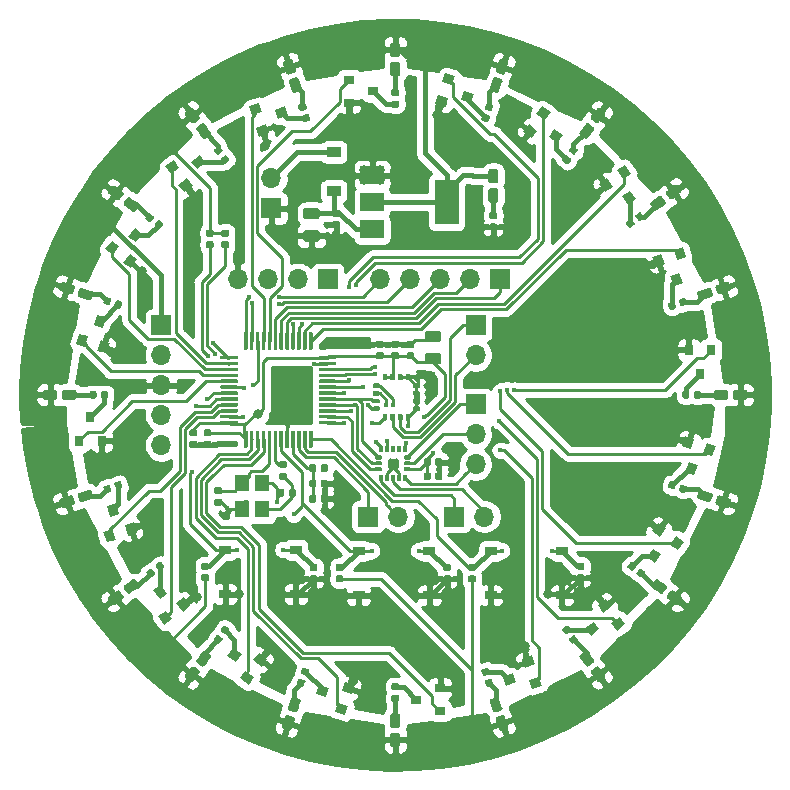
<source format=gbr>
G04 #@! TF.GenerationSoftware,KiCad,Pcbnew,(5.1.5)-3*
G04 #@! TF.CreationDate,2020-09-27T16:34:20-04:00*
G04 #@! TF.ProjectId,LED-Driver-STM,4c45442d-4472-4697-9665-722d53544d2e,rev?*
G04 #@! TF.SameCoordinates,Original*
G04 #@! TF.FileFunction,Copper,L1,Top*
G04 #@! TF.FilePolarity,Positive*
%FSLAX46Y46*%
G04 Gerber Fmt 4.6, Leading zero omitted, Abs format (unit mm)*
G04 Created by KiCad (PCBNEW (5.1.5)-3) date 2020-09-27 16:34:20*
%MOMM*%
%LPD*%
G04 APERTURE LIST*
%ADD10C,0.100000*%
%ADD11R,1.200000X1.400000*%
%ADD12R,2.000000X1.500000*%
%ADD13R,2.000000X3.800000*%
%ADD14R,1.000000X0.750000*%
%ADD15R,0.900000X0.800000*%
%ADD16R,0.800000X0.900000*%
%ADD17O,1.700000X1.700000*%
%ADD18R,1.700000X1.700000*%
%ADD19R,1.200000X0.900000*%
%ADD20C,0.400000*%
%ADD21C,0.800000*%
%ADD22C,0.400000*%
%ADD23C,0.250000*%
%ADD24C,0.254000*%
G04 APERTURE END LIST*
G04 #@! TA.AperFunction,SMDPad,CuDef*
D10*
G36*
X105386958Y-107990710D02*
G01*
X105401276Y-107992834D01*
X105415317Y-107996351D01*
X105428946Y-108001228D01*
X105442031Y-108007417D01*
X105454447Y-108014858D01*
X105466073Y-108023481D01*
X105476798Y-108033202D01*
X105486519Y-108043927D01*
X105495142Y-108055553D01*
X105502583Y-108067969D01*
X105508772Y-108081054D01*
X105513649Y-108094683D01*
X105517166Y-108108724D01*
X105519290Y-108123042D01*
X105520000Y-108137500D01*
X105520000Y-108432500D01*
X105519290Y-108446958D01*
X105517166Y-108461276D01*
X105513649Y-108475317D01*
X105508772Y-108488946D01*
X105502583Y-108502031D01*
X105495142Y-108514447D01*
X105486519Y-108526073D01*
X105476798Y-108536798D01*
X105466073Y-108546519D01*
X105454447Y-108555142D01*
X105442031Y-108562583D01*
X105428946Y-108568772D01*
X105415317Y-108573649D01*
X105401276Y-108577166D01*
X105386958Y-108579290D01*
X105372500Y-108580000D01*
X105027500Y-108580000D01*
X105013042Y-108579290D01*
X104998724Y-108577166D01*
X104984683Y-108573649D01*
X104971054Y-108568772D01*
X104957969Y-108562583D01*
X104945553Y-108555142D01*
X104933927Y-108546519D01*
X104923202Y-108536798D01*
X104913481Y-108526073D01*
X104904858Y-108514447D01*
X104897417Y-108502031D01*
X104891228Y-108488946D01*
X104886351Y-108475317D01*
X104882834Y-108461276D01*
X104880710Y-108446958D01*
X104880000Y-108432500D01*
X104880000Y-108137500D01*
X104880710Y-108123042D01*
X104882834Y-108108724D01*
X104886351Y-108094683D01*
X104891228Y-108081054D01*
X104897417Y-108067969D01*
X104904858Y-108055553D01*
X104913481Y-108043927D01*
X104923202Y-108033202D01*
X104933927Y-108023481D01*
X104945553Y-108014858D01*
X104957969Y-108007417D01*
X104971054Y-108001228D01*
X104984683Y-107996351D01*
X104998724Y-107992834D01*
X105013042Y-107990710D01*
X105027500Y-107990000D01*
X105372500Y-107990000D01*
X105386958Y-107990710D01*
G37*
G04 #@! TD.AperFunction*
G04 #@! TA.AperFunction,SMDPad,CuDef*
G36*
X105386958Y-107020710D02*
G01*
X105401276Y-107022834D01*
X105415317Y-107026351D01*
X105428946Y-107031228D01*
X105442031Y-107037417D01*
X105454447Y-107044858D01*
X105466073Y-107053481D01*
X105476798Y-107063202D01*
X105486519Y-107073927D01*
X105495142Y-107085553D01*
X105502583Y-107097969D01*
X105508772Y-107111054D01*
X105513649Y-107124683D01*
X105517166Y-107138724D01*
X105519290Y-107153042D01*
X105520000Y-107167500D01*
X105520000Y-107462500D01*
X105519290Y-107476958D01*
X105517166Y-107491276D01*
X105513649Y-107505317D01*
X105508772Y-107518946D01*
X105502583Y-107532031D01*
X105495142Y-107544447D01*
X105486519Y-107556073D01*
X105476798Y-107566798D01*
X105466073Y-107576519D01*
X105454447Y-107585142D01*
X105442031Y-107592583D01*
X105428946Y-107598772D01*
X105415317Y-107603649D01*
X105401276Y-107607166D01*
X105386958Y-107609290D01*
X105372500Y-107610000D01*
X105027500Y-107610000D01*
X105013042Y-107609290D01*
X104998724Y-107607166D01*
X104984683Y-107603649D01*
X104971054Y-107598772D01*
X104957969Y-107592583D01*
X104945553Y-107585142D01*
X104933927Y-107576519D01*
X104923202Y-107566798D01*
X104913481Y-107556073D01*
X104904858Y-107544447D01*
X104897417Y-107532031D01*
X104891228Y-107518946D01*
X104886351Y-107505317D01*
X104882834Y-107491276D01*
X104880710Y-107476958D01*
X104880000Y-107462500D01*
X104880000Y-107167500D01*
X104880710Y-107153042D01*
X104882834Y-107138724D01*
X104886351Y-107124683D01*
X104891228Y-107111054D01*
X104897417Y-107097969D01*
X104904858Y-107085553D01*
X104913481Y-107073927D01*
X104923202Y-107063202D01*
X104933927Y-107053481D01*
X104945553Y-107044858D01*
X104957969Y-107037417D01*
X104971054Y-107031228D01*
X104984683Y-107026351D01*
X104998724Y-107022834D01*
X105013042Y-107020710D01*
X105027500Y-107020000D01*
X105372500Y-107020000D01*
X105386958Y-107020710D01*
G37*
G04 #@! TD.AperFunction*
G04 #@! TA.AperFunction,SMDPad,CuDef*
G36*
X105186958Y-124890710D02*
G01*
X105201276Y-124892834D01*
X105215317Y-124896351D01*
X105228946Y-124901228D01*
X105242031Y-124907417D01*
X105254447Y-124914858D01*
X105266073Y-124923481D01*
X105276798Y-124933202D01*
X105286519Y-124943927D01*
X105295142Y-124955553D01*
X105302583Y-124967969D01*
X105308772Y-124981054D01*
X105313649Y-124994683D01*
X105317166Y-125008724D01*
X105319290Y-125023042D01*
X105320000Y-125037500D01*
X105320000Y-125332500D01*
X105319290Y-125346958D01*
X105317166Y-125361276D01*
X105313649Y-125375317D01*
X105308772Y-125388946D01*
X105302583Y-125402031D01*
X105295142Y-125414447D01*
X105286519Y-125426073D01*
X105276798Y-125436798D01*
X105266073Y-125446519D01*
X105254447Y-125455142D01*
X105242031Y-125462583D01*
X105228946Y-125468772D01*
X105215317Y-125473649D01*
X105201276Y-125477166D01*
X105186958Y-125479290D01*
X105172500Y-125480000D01*
X104827500Y-125480000D01*
X104813042Y-125479290D01*
X104798724Y-125477166D01*
X104784683Y-125473649D01*
X104771054Y-125468772D01*
X104757969Y-125462583D01*
X104745553Y-125455142D01*
X104733927Y-125446519D01*
X104723202Y-125436798D01*
X104713481Y-125426073D01*
X104704858Y-125414447D01*
X104697417Y-125402031D01*
X104691228Y-125388946D01*
X104686351Y-125375317D01*
X104682834Y-125361276D01*
X104680710Y-125346958D01*
X104680000Y-125332500D01*
X104680000Y-125037500D01*
X104680710Y-125023042D01*
X104682834Y-125008724D01*
X104686351Y-124994683D01*
X104691228Y-124981054D01*
X104697417Y-124967969D01*
X104704858Y-124955553D01*
X104713481Y-124943927D01*
X104723202Y-124933202D01*
X104733927Y-124923481D01*
X104745553Y-124914858D01*
X104757969Y-124907417D01*
X104771054Y-124901228D01*
X104784683Y-124896351D01*
X104798724Y-124892834D01*
X104813042Y-124890710D01*
X104827500Y-124890000D01*
X105172500Y-124890000D01*
X105186958Y-124890710D01*
G37*
G04 #@! TD.AperFunction*
G04 #@! TA.AperFunction,SMDPad,CuDef*
G36*
X105186958Y-123920710D02*
G01*
X105201276Y-123922834D01*
X105215317Y-123926351D01*
X105228946Y-123931228D01*
X105242031Y-123937417D01*
X105254447Y-123944858D01*
X105266073Y-123953481D01*
X105276798Y-123963202D01*
X105286519Y-123973927D01*
X105295142Y-123985553D01*
X105302583Y-123997969D01*
X105308772Y-124011054D01*
X105313649Y-124024683D01*
X105317166Y-124038724D01*
X105319290Y-124053042D01*
X105320000Y-124067500D01*
X105320000Y-124362500D01*
X105319290Y-124376958D01*
X105317166Y-124391276D01*
X105313649Y-124405317D01*
X105308772Y-124418946D01*
X105302583Y-124432031D01*
X105295142Y-124444447D01*
X105286519Y-124456073D01*
X105276798Y-124466798D01*
X105266073Y-124476519D01*
X105254447Y-124485142D01*
X105242031Y-124492583D01*
X105228946Y-124498772D01*
X105215317Y-124503649D01*
X105201276Y-124507166D01*
X105186958Y-124509290D01*
X105172500Y-124510000D01*
X104827500Y-124510000D01*
X104813042Y-124509290D01*
X104798724Y-124507166D01*
X104784683Y-124503649D01*
X104771054Y-124498772D01*
X104757969Y-124492583D01*
X104745553Y-124485142D01*
X104733927Y-124476519D01*
X104723202Y-124466798D01*
X104713481Y-124456073D01*
X104704858Y-124444447D01*
X104697417Y-124432031D01*
X104691228Y-124418946D01*
X104686351Y-124405317D01*
X104682834Y-124391276D01*
X104680710Y-124376958D01*
X104680000Y-124362500D01*
X104680000Y-124067500D01*
X104680710Y-124053042D01*
X104682834Y-124038724D01*
X104686351Y-124024683D01*
X104691228Y-124011054D01*
X104697417Y-123997969D01*
X104704858Y-123985553D01*
X104713481Y-123973927D01*
X104723202Y-123963202D01*
X104733927Y-123953481D01*
X104745553Y-123944858D01*
X104757969Y-123937417D01*
X104771054Y-123931228D01*
X104784683Y-123926351D01*
X104798724Y-123922834D01*
X104813042Y-123920710D01*
X104827500Y-123920000D01*
X105172500Y-123920000D01*
X105186958Y-123920710D01*
G37*
G04 #@! TD.AperFunction*
G04 #@! TA.AperFunction,SMDPad,CuDef*
G36*
X103986958Y-124890710D02*
G01*
X104001276Y-124892834D01*
X104015317Y-124896351D01*
X104028946Y-124901228D01*
X104042031Y-124907417D01*
X104054447Y-124914858D01*
X104066073Y-124923481D01*
X104076798Y-124933202D01*
X104086519Y-124943927D01*
X104095142Y-124955553D01*
X104102583Y-124967969D01*
X104108772Y-124981054D01*
X104113649Y-124994683D01*
X104117166Y-125008724D01*
X104119290Y-125023042D01*
X104120000Y-125037500D01*
X104120000Y-125332500D01*
X104119290Y-125346958D01*
X104117166Y-125361276D01*
X104113649Y-125375317D01*
X104108772Y-125388946D01*
X104102583Y-125402031D01*
X104095142Y-125414447D01*
X104086519Y-125426073D01*
X104076798Y-125436798D01*
X104066073Y-125446519D01*
X104054447Y-125455142D01*
X104042031Y-125462583D01*
X104028946Y-125468772D01*
X104015317Y-125473649D01*
X104001276Y-125477166D01*
X103986958Y-125479290D01*
X103972500Y-125480000D01*
X103627500Y-125480000D01*
X103613042Y-125479290D01*
X103598724Y-125477166D01*
X103584683Y-125473649D01*
X103571054Y-125468772D01*
X103557969Y-125462583D01*
X103545553Y-125455142D01*
X103533927Y-125446519D01*
X103523202Y-125436798D01*
X103513481Y-125426073D01*
X103504858Y-125414447D01*
X103497417Y-125402031D01*
X103491228Y-125388946D01*
X103486351Y-125375317D01*
X103482834Y-125361276D01*
X103480710Y-125346958D01*
X103480000Y-125332500D01*
X103480000Y-125037500D01*
X103480710Y-125023042D01*
X103482834Y-125008724D01*
X103486351Y-124994683D01*
X103491228Y-124981054D01*
X103497417Y-124967969D01*
X103504858Y-124955553D01*
X103513481Y-124943927D01*
X103523202Y-124933202D01*
X103533927Y-124923481D01*
X103545553Y-124914858D01*
X103557969Y-124907417D01*
X103571054Y-124901228D01*
X103584683Y-124896351D01*
X103598724Y-124892834D01*
X103613042Y-124890710D01*
X103627500Y-124890000D01*
X103972500Y-124890000D01*
X103986958Y-124890710D01*
G37*
G04 #@! TD.AperFunction*
G04 #@! TA.AperFunction,SMDPad,CuDef*
G36*
X103986958Y-123920710D02*
G01*
X104001276Y-123922834D01*
X104015317Y-123926351D01*
X104028946Y-123931228D01*
X104042031Y-123937417D01*
X104054447Y-123944858D01*
X104066073Y-123953481D01*
X104076798Y-123963202D01*
X104086519Y-123973927D01*
X104095142Y-123985553D01*
X104102583Y-123997969D01*
X104108772Y-124011054D01*
X104113649Y-124024683D01*
X104117166Y-124038724D01*
X104119290Y-124053042D01*
X104120000Y-124067500D01*
X104120000Y-124362500D01*
X104119290Y-124376958D01*
X104117166Y-124391276D01*
X104113649Y-124405317D01*
X104108772Y-124418946D01*
X104102583Y-124432031D01*
X104095142Y-124444447D01*
X104086519Y-124456073D01*
X104076798Y-124466798D01*
X104066073Y-124476519D01*
X104054447Y-124485142D01*
X104042031Y-124492583D01*
X104028946Y-124498772D01*
X104015317Y-124503649D01*
X104001276Y-124507166D01*
X103986958Y-124509290D01*
X103972500Y-124510000D01*
X103627500Y-124510000D01*
X103613042Y-124509290D01*
X103598724Y-124507166D01*
X103584683Y-124503649D01*
X103571054Y-124498772D01*
X103557969Y-124492583D01*
X103545553Y-124485142D01*
X103533927Y-124476519D01*
X103523202Y-124466798D01*
X103513481Y-124456073D01*
X103504858Y-124444447D01*
X103497417Y-124432031D01*
X103491228Y-124418946D01*
X103486351Y-124405317D01*
X103482834Y-124391276D01*
X103480710Y-124376958D01*
X103480000Y-124362500D01*
X103480000Y-124067500D01*
X103480710Y-124053042D01*
X103482834Y-124038724D01*
X103486351Y-124024683D01*
X103491228Y-124011054D01*
X103497417Y-123997969D01*
X103504858Y-123985553D01*
X103513481Y-123973927D01*
X103523202Y-123963202D01*
X103533927Y-123953481D01*
X103545553Y-123944858D01*
X103557969Y-123937417D01*
X103571054Y-123931228D01*
X103584683Y-123926351D01*
X103598724Y-123922834D01*
X103613042Y-123920710D01*
X103627500Y-123920000D01*
X103972500Y-123920000D01*
X103986958Y-123920710D01*
G37*
G04 #@! TD.AperFunction*
G04 #@! TA.AperFunction,SMDPad,CuDef*
G36*
X119786958Y-116420710D02*
G01*
X119801276Y-116422834D01*
X119815317Y-116426351D01*
X119828946Y-116431228D01*
X119842031Y-116437417D01*
X119854447Y-116444858D01*
X119866073Y-116453481D01*
X119876798Y-116463202D01*
X119886519Y-116473927D01*
X119895142Y-116485553D01*
X119902583Y-116497969D01*
X119908772Y-116511054D01*
X119913649Y-116524683D01*
X119917166Y-116538724D01*
X119919290Y-116553042D01*
X119920000Y-116567500D01*
X119920000Y-116862500D01*
X119919290Y-116876958D01*
X119917166Y-116891276D01*
X119913649Y-116905317D01*
X119908772Y-116918946D01*
X119902583Y-116932031D01*
X119895142Y-116944447D01*
X119886519Y-116956073D01*
X119876798Y-116966798D01*
X119866073Y-116976519D01*
X119854447Y-116985142D01*
X119842031Y-116992583D01*
X119828946Y-116998772D01*
X119815317Y-117003649D01*
X119801276Y-117007166D01*
X119786958Y-117009290D01*
X119772500Y-117010000D01*
X119427500Y-117010000D01*
X119413042Y-117009290D01*
X119398724Y-117007166D01*
X119384683Y-117003649D01*
X119371054Y-116998772D01*
X119357969Y-116992583D01*
X119345553Y-116985142D01*
X119333927Y-116976519D01*
X119323202Y-116966798D01*
X119313481Y-116956073D01*
X119304858Y-116944447D01*
X119297417Y-116932031D01*
X119291228Y-116918946D01*
X119286351Y-116905317D01*
X119282834Y-116891276D01*
X119280710Y-116876958D01*
X119280000Y-116862500D01*
X119280000Y-116567500D01*
X119280710Y-116553042D01*
X119282834Y-116538724D01*
X119286351Y-116524683D01*
X119291228Y-116511054D01*
X119297417Y-116497969D01*
X119304858Y-116485553D01*
X119313481Y-116473927D01*
X119323202Y-116463202D01*
X119333927Y-116453481D01*
X119345553Y-116444858D01*
X119357969Y-116437417D01*
X119371054Y-116431228D01*
X119384683Y-116426351D01*
X119398724Y-116422834D01*
X119413042Y-116420710D01*
X119427500Y-116420000D01*
X119772500Y-116420000D01*
X119786958Y-116420710D01*
G37*
G04 #@! TD.AperFunction*
G04 #@! TA.AperFunction,SMDPad,CuDef*
G36*
X119786958Y-117390710D02*
G01*
X119801276Y-117392834D01*
X119815317Y-117396351D01*
X119828946Y-117401228D01*
X119842031Y-117407417D01*
X119854447Y-117414858D01*
X119866073Y-117423481D01*
X119876798Y-117433202D01*
X119886519Y-117443927D01*
X119895142Y-117455553D01*
X119902583Y-117467969D01*
X119908772Y-117481054D01*
X119913649Y-117494683D01*
X119917166Y-117508724D01*
X119919290Y-117523042D01*
X119920000Y-117537500D01*
X119920000Y-117832500D01*
X119919290Y-117846958D01*
X119917166Y-117861276D01*
X119913649Y-117875317D01*
X119908772Y-117888946D01*
X119902583Y-117902031D01*
X119895142Y-117914447D01*
X119886519Y-117926073D01*
X119876798Y-117936798D01*
X119866073Y-117946519D01*
X119854447Y-117955142D01*
X119842031Y-117962583D01*
X119828946Y-117968772D01*
X119815317Y-117973649D01*
X119801276Y-117977166D01*
X119786958Y-117979290D01*
X119772500Y-117980000D01*
X119427500Y-117980000D01*
X119413042Y-117979290D01*
X119398724Y-117977166D01*
X119384683Y-117973649D01*
X119371054Y-117968772D01*
X119357969Y-117962583D01*
X119345553Y-117955142D01*
X119333927Y-117946519D01*
X119323202Y-117936798D01*
X119313481Y-117926073D01*
X119304858Y-117914447D01*
X119297417Y-117902031D01*
X119291228Y-117888946D01*
X119286351Y-117875317D01*
X119282834Y-117861276D01*
X119280710Y-117846958D01*
X119280000Y-117832500D01*
X119280000Y-117537500D01*
X119280710Y-117523042D01*
X119282834Y-117508724D01*
X119286351Y-117494683D01*
X119291228Y-117481054D01*
X119297417Y-117467969D01*
X119304858Y-117455553D01*
X119313481Y-117443927D01*
X119323202Y-117433202D01*
X119333927Y-117423481D01*
X119345553Y-117414858D01*
X119357969Y-117407417D01*
X119371054Y-117401228D01*
X119384683Y-117396351D01*
X119398724Y-117392834D01*
X119413042Y-117390710D01*
X119427500Y-117390000D01*
X119772500Y-117390000D01*
X119786958Y-117390710D01*
G37*
G04 #@! TD.AperFunction*
G04 #@! TA.AperFunction,SMDPad,CuDef*
G36*
X124580142Y-115576174D02*
G01*
X124603803Y-115579684D01*
X124627007Y-115585496D01*
X124649529Y-115593554D01*
X124671153Y-115603782D01*
X124691670Y-115616079D01*
X124710883Y-115630329D01*
X124728607Y-115646393D01*
X124744671Y-115664117D01*
X124758921Y-115683330D01*
X124771218Y-115703847D01*
X124781446Y-115725471D01*
X124789504Y-115747993D01*
X124795316Y-115771197D01*
X124798826Y-115794858D01*
X124800000Y-115818750D01*
X124800000Y-116306250D01*
X124798826Y-116330142D01*
X124795316Y-116353803D01*
X124789504Y-116377007D01*
X124781446Y-116399529D01*
X124771218Y-116421153D01*
X124758921Y-116441670D01*
X124744671Y-116460883D01*
X124728607Y-116478607D01*
X124710883Y-116494671D01*
X124691670Y-116508921D01*
X124671153Y-116521218D01*
X124649529Y-116531446D01*
X124627007Y-116539504D01*
X124603803Y-116545316D01*
X124580142Y-116548826D01*
X124556250Y-116550000D01*
X123643750Y-116550000D01*
X123619858Y-116548826D01*
X123596197Y-116545316D01*
X123572993Y-116539504D01*
X123550471Y-116531446D01*
X123528847Y-116521218D01*
X123508330Y-116508921D01*
X123489117Y-116494671D01*
X123471393Y-116478607D01*
X123455329Y-116460883D01*
X123441079Y-116441670D01*
X123428782Y-116421153D01*
X123418554Y-116399529D01*
X123410496Y-116377007D01*
X123404684Y-116353803D01*
X123401174Y-116330142D01*
X123400000Y-116306250D01*
X123400000Y-115818750D01*
X123401174Y-115794858D01*
X123404684Y-115771197D01*
X123410496Y-115747993D01*
X123418554Y-115725471D01*
X123428782Y-115703847D01*
X123441079Y-115683330D01*
X123455329Y-115664117D01*
X123471393Y-115646393D01*
X123489117Y-115630329D01*
X123508330Y-115616079D01*
X123528847Y-115603782D01*
X123550471Y-115593554D01*
X123572993Y-115585496D01*
X123596197Y-115579684D01*
X123619858Y-115576174D01*
X123643750Y-115575000D01*
X124556250Y-115575000D01*
X124580142Y-115576174D01*
G37*
G04 #@! TD.AperFunction*
G04 #@! TA.AperFunction,SMDPad,CuDef*
G36*
X124580142Y-117451174D02*
G01*
X124603803Y-117454684D01*
X124627007Y-117460496D01*
X124649529Y-117468554D01*
X124671153Y-117478782D01*
X124691670Y-117491079D01*
X124710883Y-117505329D01*
X124728607Y-117521393D01*
X124744671Y-117539117D01*
X124758921Y-117558330D01*
X124771218Y-117578847D01*
X124781446Y-117600471D01*
X124789504Y-117622993D01*
X124795316Y-117646197D01*
X124798826Y-117669858D01*
X124800000Y-117693750D01*
X124800000Y-118181250D01*
X124798826Y-118205142D01*
X124795316Y-118228803D01*
X124789504Y-118252007D01*
X124781446Y-118274529D01*
X124771218Y-118296153D01*
X124758921Y-118316670D01*
X124744671Y-118335883D01*
X124728607Y-118353607D01*
X124710883Y-118369671D01*
X124691670Y-118383921D01*
X124671153Y-118396218D01*
X124649529Y-118406446D01*
X124627007Y-118414504D01*
X124603803Y-118420316D01*
X124580142Y-118423826D01*
X124556250Y-118425000D01*
X123643750Y-118425000D01*
X123619858Y-118423826D01*
X123596197Y-118420316D01*
X123572993Y-118414504D01*
X123550471Y-118406446D01*
X123528847Y-118396218D01*
X123508330Y-118383921D01*
X123489117Y-118369671D01*
X123471393Y-118353607D01*
X123455329Y-118335883D01*
X123441079Y-118316670D01*
X123428782Y-118296153D01*
X123418554Y-118274529D01*
X123410496Y-118252007D01*
X123404684Y-118228803D01*
X123401174Y-118205142D01*
X123400000Y-118181250D01*
X123400000Y-117693750D01*
X123401174Y-117669858D01*
X123404684Y-117646197D01*
X123410496Y-117622993D01*
X123418554Y-117600471D01*
X123428782Y-117578847D01*
X123441079Y-117558330D01*
X123455329Y-117539117D01*
X123471393Y-117521393D01*
X123489117Y-117505329D01*
X123508330Y-117491079D01*
X123528847Y-117478782D01*
X123550471Y-117468554D01*
X123572993Y-117460496D01*
X123596197Y-117454684D01*
X123619858Y-117451174D01*
X123643750Y-117450000D01*
X124556250Y-117450000D01*
X124580142Y-117451174D01*
G37*
G04 #@! TD.AperFunction*
D11*
X109650000Y-128500000D03*
X109650000Y-130700000D03*
X107950000Y-130700000D03*
X107950000Y-128500000D03*
G04 #@! TA.AperFunction,SMDPad,CuDef*
D10*
G36*
X122121076Y-126125421D02*
G01*
X122129570Y-126126681D01*
X122137900Y-126128768D01*
X122145985Y-126131661D01*
X122153747Y-126135332D01*
X122161112Y-126139746D01*
X122168009Y-126144862D01*
X122174372Y-126150628D01*
X122180138Y-126156991D01*
X122185254Y-126163888D01*
X122189668Y-126171253D01*
X122193339Y-126179015D01*
X122196232Y-126187100D01*
X122198319Y-126195430D01*
X122199579Y-126203924D01*
X122200000Y-126212500D01*
X122200000Y-126387500D01*
X122199579Y-126396076D01*
X122198319Y-126404570D01*
X122196232Y-126412900D01*
X122193339Y-126420985D01*
X122189668Y-126428747D01*
X122185254Y-126436112D01*
X122180138Y-126443009D01*
X122174372Y-126449372D01*
X122168009Y-126455138D01*
X122161112Y-126460254D01*
X122153747Y-126464668D01*
X122145985Y-126468339D01*
X122137900Y-126471232D01*
X122129570Y-126473319D01*
X122121076Y-126474579D01*
X122112500Y-126475000D01*
X121737500Y-126475000D01*
X121728924Y-126474579D01*
X121720430Y-126473319D01*
X121712100Y-126471232D01*
X121704015Y-126468339D01*
X121696253Y-126464668D01*
X121688888Y-126460254D01*
X121681991Y-126455138D01*
X121675628Y-126449372D01*
X121669862Y-126443009D01*
X121664746Y-126436112D01*
X121660332Y-126428747D01*
X121656661Y-126420985D01*
X121653768Y-126412900D01*
X121651681Y-126404570D01*
X121650421Y-126396076D01*
X121650000Y-126387500D01*
X121650000Y-126212500D01*
X121650421Y-126203924D01*
X121651681Y-126195430D01*
X121653768Y-126187100D01*
X121656661Y-126179015D01*
X121660332Y-126171253D01*
X121664746Y-126163888D01*
X121669862Y-126156991D01*
X121675628Y-126150628D01*
X121681991Y-126144862D01*
X121688888Y-126139746D01*
X121696253Y-126135332D01*
X121704015Y-126131661D01*
X121712100Y-126128768D01*
X121720430Y-126126681D01*
X121728924Y-126125421D01*
X121737500Y-126125000D01*
X122112500Y-126125000D01*
X122121076Y-126125421D01*
G37*
G04 #@! TD.AperFunction*
G04 #@! TA.AperFunction,SMDPad,CuDef*
G36*
X122121076Y-126625421D02*
G01*
X122129570Y-126626681D01*
X122137900Y-126628768D01*
X122145985Y-126631661D01*
X122153747Y-126635332D01*
X122161112Y-126639746D01*
X122168009Y-126644862D01*
X122174372Y-126650628D01*
X122180138Y-126656991D01*
X122185254Y-126663888D01*
X122189668Y-126671253D01*
X122193339Y-126679015D01*
X122196232Y-126687100D01*
X122198319Y-126695430D01*
X122199579Y-126703924D01*
X122200000Y-126712500D01*
X122200000Y-126887500D01*
X122199579Y-126896076D01*
X122198319Y-126904570D01*
X122196232Y-126912900D01*
X122193339Y-126920985D01*
X122189668Y-126928747D01*
X122185254Y-126936112D01*
X122180138Y-126943009D01*
X122174372Y-126949372D01*
X122168009Y-126955138D01*
X122161112Y-126960254D01*
X122153747Y-126964668D01*
X122145985Y-126968339D01*
X122137900Y-126971232D01*
X122129570Y-126973319D01*
X122121076Y-126974579D01*
X122112500Y-126975000D01*
X121737500Y-126975000D01*
X121728924Y-126974579D01*
X121720430Y-126973319D01*
X121712100Y-126971232D01*
X121704015Y-126968339D01*
X121696253Y-126964668D01*
X121688888Y-126960254D01*
X121681991Y-126955138D01*
X121675628Y-126949372D01*
X121669862Y-126943009D01*
X121664746Y-126936112D01*
X121660332Y-126928747D01*
X121656661Y-126920985D01*
X121653768Y-126912900D01*
X121651681Y-126904570D01*
X121650421Y-126896076D01*
X121650000Y-126887500D01*
X121650000Y-126712500D01*
X121650421Y-126703924D01*
X121651681Y-126695430D01*
X121653768Y-126687100D01*
X121656661Y-126679015D01*
X121660332Y-126671253D01*
X121664746Y-126663888D01*
X121669862Y-126656991D01*
X121675628Y-126650628D01*
X121681991Y-126644862D01*
X121688888Y-126639746D01*
X121696253Y-126635332D01*
X121704015Y-126631661D01*
X121712100Y-126628768D01*
X121720430Y-126626681D01*
X121728924Y-126625421D01*
X121737500Y-126625000D01*
X122112500Y-126625000D01*
X122121076Y-126625421D01*
G37*
G04 #@! TD.AperFunction*
G04 #@! TA.AperFunction,SMDPad,CuDef*
G36*
X122121076Y-127125421D02*
G01*
X122129570Y-127126681D01*
X122137900Y-127128768D01*
X122145985Y-127131661D01*
X122153747Y-127135332D01*
X122161112Y-127139746D01*
X122168009Y-127144862D01*
X122174372Y-127150628D01*
X122180138Y-127156991D01*
X122185254Y-127163888D01*
X122189668Y-127171253D01*
X122193339Y-127179015D01*
X122196232Y-127187100D01*
X122198319Y-127195430D01*
X122199579Y-127203924D01*
X122200000Y-127212500D01*
X122200000Y-127387500D01*
X122199579Y-127396076D01*
X122198319Y-127404570D01*
X122196232Y-127412900D01*
X122193339Y-127420985D01*
X122189668Y-127428747D01*
X122185254Y-127436112D01*
X122180138Y-127443009D01*
X122174372Y-127449372D01*
X122168009Y-127455138D01*
X122161112Y-127460254D01*
X122153747Y-127464668D01*
X122145985Y-127468339D01*
X122137900Y-127471232D01*
X122129570Y-127473319D01*
X122121076Y-127474579D01*
X122112500Y-127475000D01*
X121737500Y-127475000D01*
X121728924Y-127474579D01*
X121720430Y-127473319D01*
X121712100Y-127471232D01*
X121704015Y-127468339D01*
X121696253Y-127464668D01*
X121688888Y-127460254D01*
X121681991Y-127455138D01*
X121675628Y-127449372D01*
X121669862Y-127443009D01*
X121664746Y-127436112D01*
X121660332Y-127428747D01*
X121656661Y-127420985D01*
X121653768Y-127412900D01*
X121651681Y-127404570D01*
X121650421Y-127396076D01*
X121650000Y-127387500D01*
X121650000Y-127212500D01*
X121650421Y-127203924D01*
X121651681Y-127195430D01*
X121653768Y-127187100D01*
X121656661Y-127179015D01*
X121660332Y-127171253D01*
X121664746Y-127163888D01*
X121669862Y-127156991D01*
X121675628Y-127150628D01*
X121681991Y-127144862D01*
X121688888Y-127139746D01*
X121696253Y-127135332D01*
X121704015Y-127131661D01*
X121712100Y-127128768D01*
X121720430Y-127126681D01*
X121728924Y-127125421D01*
X121737500Y-127125000D01*
X122112500Y-127125000D01*
X122121076Y-127125421D01*
G37*
G04 #@! TD.AperFunction*
G04 #@! TA.AperFunction,SMDPad,CuDef*
G36*
X121796076Y-127750421D02*
G01*
X121804570Y-127751681D01*
X121812900Y-127753768D01*
X121820985Y-127756661D01*
X121828747Y-127760332D01*
X121836112Y-127764746D01*
X121843009Y-127769862D01*
X121849372Y-127775628D01*
X121855138Y-127781991D01*
X121860254Y-127788888D01*
X121864668Y-127796253D01*
X121868339Y-127804015D01*
X121871232Y-127812100D01*
X121873319Y-127820430D01*
X121874579Y-127828924D01*
X121875000Y-127837500D01*
X121875000Y-128212500D01*
X121874579Y-128221076D01*
X121873319Y-128229570D01*
X121871232Y-128237900D01*
X121868339Y-128245985D01*
X121864668Y-128253747D01*
X121860254Y-128261112D01*
X121855138Y-128268009D01*
X121849372Y-128274372D01*
X121843009Y-128280138D01*
X121836112Y-128285254D01*
X121828747Y-128289668D01*
X121820985Y-128293339D01*
X121812900Y-128296232D01*
X121804570Y-128298319D01*
X121796076Y-128299579D01*
X121787500Y-128300000D01*
X121612500Y-128300000D01*
X121603924Y-128299579D01*
X121595430Y-128298319D01*
X121587100Y-128296232D01*
X121579015Y-128293339D01*
X121571253Y-128289668D01*
X121563888Y-128285254D01*
X121556991Y-128280138D01*
X121550628Y-128274372D01*
X121544862Y-128268009D01*
X121539746Y-128261112D01*
X121535332Y-128253747D01*
X121531661Y-128245985D01*
X121528768Y-128237900D01*
X121526681Y-128229570D01*
X121525421Y-128221076D01*
X121525000Y-128212500D01*
X121525000Y-127837500D01*
X121525421Y-127828924D01*
X121526681Y-127820430D01*
X121528768Y-127812100D01*
X121531661Y-127804015D01*
X121535332Y-127796253D01*
X121539746Y-127788888D01*
X121544862Y-127781991D01*
X121550628Y-127775628D01*
X121556991Y-127769862D01*
X121563888Y-127764746D01*
X121571253Y-127760332D01*
X121579015Y-127756661D01*
X121587100Y-127753768D01*
X121595430Y-127751681D01*
X121603924Y-127750421D01*
X121612500Y-127750000D01*
X121787500Y-127750000D01*
X121796076Y-127750421D01*
G37*
G04 #@! TD.AperFunction*
G04 #@! TA.AperFunction,SMDPad,CuDef*
G36*
X121296076Y-127750421D02*
G01*
X121304570Y-127751681D01*
X121312900Y-127753768D01*
X121320985Y-127756661D01*
X121328747Y-127760332D01*
X121336112Y-127764746D01*
X121343009Y-127769862D01*
X121349372Y-127775628D01*
X121355138Y-127781991D01*
X121360254Y-127788888D01*
X121364668Y-127796253D01*
X121368339Y-127804015D01*
X121371232Y-127812100D01*
X121373319Y-127820430D01*
X121374579Y-127828924D01*
X121375000Y-127837500D01*
X121375000Y-128212500D01*
X121374579Y-128221076D01*
X121373319Y-128229570D01*
X121371232Y-128237900D01*
X121368339Y-128245985D01*
X121364668Y-128253747D01*
X121360254Y-128261112D01*
X121355138Y-128268009D01*
X121349372Y-128274372D01*
X121343009Y-128280138D01*
X121336112Y-128285254D01*
X121328747Y-128289668D01*
X121320985Y-128293339D01*
X121312900Y-128296232D01*
X121304570Y-128298319D01*
X121296076Y-128299579D01*
X121287500Y-128300000D01*
X121112500Y-128300000D01*
X121103924Y-128299579D01*
X121095430Y-128298319D01*
X121087100Y-128296232D01*
X121079015Y-128293339D01*
X121071253Y-128289668D01*
X121063888Y-128285254D01*
X121056991Y-128280138D01*
X121050628Y-128274372D01*
X121044862Y-128268009D01*
X121039746Y-128261112D01*
X121035332Y-128253747D01*
X121031661Y-128245985D01*
X121028768Y-128237900D01*
X121026681Y-128229570D01*
X121025421Y-128221076D01*
X121025000Y-128212500D01*
X121025000Y-127837500D01*
X121025421Y-127828924D01*
X121026681Y-127820430D01*
X121028768Y-127812100D01*
X121031661Y-127804015D01*
X121035332Y-127796253D01*
X121039746Y-127788888D01*
X121044862Y-127781991D01*
X121050628Y-127775628D01*
X121056991Y-127769862D01*
X121063888Y-127764746D01*
X121071253Y-127760332D01*
X121079015Y-127756661D01*
X121087100Y-127753768D01*
X121095430Y-127751681D01*
X121103924Y-127750421D01*
X121112500Y-127750000D01*
X121287500Y-127750000D01*
X121296076Y-127750421D01*
G37*
G04 #@! TD.AperFunction*
G04 #@! TA.AperFunction,SMDPad,CuDef*
G36*
X120796076Y-127750421D02*
G01*
X120804570Y-127751681D01*
X120812900Y-127753768D01*
X120820985Y-127756661D01*
X120828747Y-127760332D01*
X120836112Y-127764746D01*
X120843009Y-127769862D01*
X120849372Y-127775628D01*
X120855138Y-127781991D01*
X120860254Y-127788888D01*
X120864668Y-127796253D01*
X120868339Y-127804015D01*
X120871232Y-127812100D01*
X120873319Y-127820430D01*
X120874579Y-127828924D01*
X120875000Y-127837500D01*
X120875000Y-128212500D01*
X120874579Y-128221076D01*
X120873319Y-128229570D01*
X120871232Y-128237900D01*
X120868339Y-128245985D01*
X120864668Y-128253747D01*
X120860254Y-128261112D01*
X120855138Y-128268009D01*
X120849372Y-128274372D01*
X120843009Y-128280138D01*
X120836112Y-128285254D01*
X120828747Y-128289668D01*
X120820985Y-128293339D01*
X120812900Y-128296232D01*
X120804570Y-128298319D01*
X120796076Y-128299579D01*
X120787500Y-128300000D01*
X120612500Y-128300000D01*
X120603924Y-128299579D01*
X120595430Y-128298319D01*
X120587100Y-128296232D01*
X120579015Y-128293339D01*
X120571253Y-128289668D01*
X120563888Y-128285254D01*
X120556991Y-128280138D01*
X120550628Y-128274372D01*
X120544862Y-128268009D01*
X120539746Y-128261112D01*
X120535332Y-128253747D01*
X120531661Y-128245985D01*
X120528768Y-128237900D01*
X120526681Y-128229570D01*
X120525421Y-128221076D01*
X120525000Y-128212500D01*
X120525000Y-127837500D01*
X120525421Y-127828924D01*
X120526681Y-127820430D01*
X120528768Y-127812100D01*
X120531661Y-127804015D01*
X120535332Y-127796253D01*
X120539746Y-127788888D01*
X120544862Y-127781991D01*
X120550628Y-127775628D01*
X120556991Y-127769862D01*
X120563888Y-127764746D01*
X120571253Y-127760332D01*
X120579015Y-127756661D01*
X120587100Y-127753768D01*
X120595430Y-127751681D01*
X120603924Y-127750421D01*
X120612500Y-127750000D01*
X120787500Y-127750000D01*
X120796076Y-127750421D01*
G37*
G04 #@! TD.AperFunction*
G04 #@! TA.AperFunction,SMDPad,CuDef*
G36*
X120296076Y-127750421D02*
G01*
X120304570Y-127751681D01*
X120312900Y-127753768D01*
X120320985Y-127756661D01*
X120328747Y-127760332D01*
X120336112Y-127764746D01*
X120343009Y-127769862D01*
X120349372Y-127775628D01*
X120355138Y-127781991D01*
X120360254Y-127788888D01*
X120364668Y-127796253D01*
X120368339Y-127804015D01*
X120371232Y-127812100D01*
X120373319Y-127820430D01*
X120374579Y-127828924D01*
X120375000Y-127837500D01*
X120375000Y-128212500D01*
X120374579Y-128221076D01*
X120373319Y-128229570D01*
X120371232Y-128237900D01*
X120368339Y-128245985D01*
X120364668Y-128253747D01*
X120360254Y-128261112D01*
X120355138Y-128268009D01*
X120349372Y-128274372D01*
X120343009Y-128280138D01*
X120336112Y-128285254D01*
X120328747Y-128289668D01*
X120320985Y-128293339D01*
X120312900Y-128296232D01*
X120304570Y-128298319D01*
X120296076Y-128299579D01*
X120287500Y-128300000D01*
X120112500Y-128300000D01*
X120103924Y-128299579D01*
X120095430Y-128298319D01*
X120087100Y-128296232D01*
X120079015Y-128293339D01*
X120071253Y-128289668D01*
X120063888Y-128285254D01*
X120056991Y-128280138D01*
X120050628Y-128274372D01*
X120044862Y-128268009D01*
X120039746Y-128261112D01*
X120035332Y-128253747D01*
X120031661Y-128245985D01*
X120028768Y-128237900D01*
X120026681Y-128229570D01*
X120025421Y-128221076D01*
X120025000Y-128212500D01*
X120025000Y-127837500D01*
X120025421Y-127828924D01*
X120026681Y-127820430D01*
X120028768Y-127812100D01*
X120031661Y-127804015D01*
X120035332Y-127796253D01*
X120039746Y-127788888D01*
X120044862Y-127781991D01*
X120050628Y-127775628D01*
X120056991Y-127769862D01*
X120063888Y-127764746D01*
X120071253Y-127760332D01*
X120079015Y-127756661D01*
X120087100Y-127753768D01*
X120095430Y-127751681D01*
X120103924Y-127750421D01*
X120112500Y-127750000D01*
X120287500Y-127750000D01*
X120296076Y-127750421D01*
G37*
G04 #@! TD.AperFunction*
G04 #@! TA.AperFunction,SMDPad,CuDef*
G36*
X119796076Y-127750421D02*
G01*
X119804570Y-127751681D01*
X119812900Y-127753768D01*
X119820985Y-127756661D01*
X119828747Y-127760332D01*
X119836112Y-127764746D01*
X119843009Y-127769862D01*
X119849372Y-127775628D01*
X119855138Y-127781991D01*
X119860254Y-127788888D01*
X119864668Y-127796253D01*
X119868339Y-127804015D01*
X119871232Y-127812100D01*
X119873319Y-127820430D01*
X119874579Y-127828924D01*
X119875000Y-127837500D01*
X119875000Y-128212500D01*
X119874579Y-128221076D01*
X119873319Y-128229570D01*
X119871232Y-128237900D01*
X119868339Y-128245985D01*
X119864668Y-128253747D01*
X119860254Y-128261112D01*
X119855138Y-128268009D01*
X119849372Y-128274372D01*
X119843009Y-128280138D01*
X119836112Y-128285254D01*
X119828747Y-128289668D01*
X119820985Y-128293339D01*
X119812900Y-128296232D01*
X119804570Y-128298319D01*
X119796076Y-128299579D01*
X119787500Y-128300000D01*
X119612500Y-128300000D01*
X119603924Y-128299579D01*
X119595430Y-128298319D01*
X119587100Y-128296232D01*
X119579015Y-128293339D01*
X119571253Y-128289668D01*
X119563888Y-128285254D01*
X119556991Y-128280138D01*
X119550628Y-128274372D01*
X119544862Y-128268009D01*
X119539746Y-128261112D01*
X119535332Y-128253747D01*
X119531661Y-128245985D01*
X119528768Y-128237900D01*
X119526681Y-128229570D01*
X119525421Y-128221076D01*
X119525000Y-128212500D01*
X119525000Y-127837500D01*
X119525421Y-127828924D01*
X119526681Y-127820430D01*
X119528768Y-127812100D01*
X119531661Y-127804015D01*
X119535332Y-127796253D01*
X119539746Y-127788888D01*
X119544862Y-127781991D01*
X119550628Y-127775628D01*
X119556991Y-127769862D01*
X119563888Y-127764746D01*
X119571253Y-127760332D01*
X119579015Y-127756661D01*
X119587100Y-127753768D01*
X119595430Y-127751681D01*
X119603924Y-127750421D01*
X119612500Y-127750000D01*
X119787500Y-127750000D01*
X119796076Y-127750421D01*
G37*
G04 #@! TD.AperFunction*
G04 #@! TA.AperFunction,SMDPad,CuDef*
G36*
X119671076Y-127125421D02*
G01*
X119679570Y-127126681D01*
X119687900Y-127128768D01*
X119695985Y-127131661D01*
X119703747Y-127135332D01*
X119711112Y-127139746D01*
X119718009Y-127144862D01*
X119724372Y-127150628D01*
X119730138Y-127156991D01*
X119735254Y-127163888D01*
X119739668Y-127171253D01*
X119743339Y-127179015D01*
X119746232Y-127187100D01*
X119748319Y-127195430D01*
X119749579Y-127203924D01*
X119750000Y-127212500D01*
X119750000Y-127387500D01*
X119749579Y-127396076D01*
X119748319Y-127404570D01*
X119746232Y-127412900D01*
X119743339Y-127420985D01*
X119739668Y-127428747D01*
X119735254Y-127436112D01*
X119730138Y-127443009D01*
X119724372Y-127449372D01*
X119718009Y-127455138D01*
X119711112Y-127460254D01*
X119703747Y-127464668D01*
X119695985Y-127468339D01*
X119687900Y-127471232D01*
X119679570Y-127473319D01*
X119671076Y-127474579D01*
X119662500Y-127475000D01*
X119287500Y-127475000D01*
X119278924Y-127474579D01*
X119270430Y-127473319D01*
X119262100Y-127471232D01*
X119254015Y-127468339D01*
X119246253Y-127464668D01*
X119238888Y-127460254D01*
X119231991Y-127455138D01*
X119225628Y-127449372D01*
X119219862Y-127443009D01*
X119214746Y-127436112D01*
X119210332Y-127428747D01*
X119206661Y-127420985D01*
X119203768Y-127412900D01*
X119201681Y-127404570D01*
X119200421Y-127396076D01*
X119200000Y-127387500D01*
X119200000Y-127212500D01*
X119200421Y-127203924D01*
X119201681Y-127195430D01*
X119203768Y-127187100D01*
X119206661Y-127179015D01*
X119210332Y-127171253D01*
X119214746Y-127163888D01*
X119219862Y-127156991D01*
X119225628Y-127150628D01*
X119231991Y-127144862D01*
X119238888Y-127139746D01*
X119246253Y-127135332D01*
X119254015Y-127131661D01*
X119262100Y-127128768D01*
X119270430Y-127126681D01*
X119278924Y-127125421D01*
X119287500Y-127125000D01*
X119662500Y-127125000D01*
X119671076Y-127125421D01*
G37*
G04 #@! TD.AperFunction*
G04 #@! TA.AperFunction,SMDPad,CuDef*
G36*
X119671076Y-126625421D02*
G01*
X119679570Y-126626681D01*
X119687900Y-126628768D01*
X119695985Y-126631661D01*
X119703747Y-126635332D01*
X119711112Y-126639746D01*
X119718009Y-126644862D01*
X119724372Y-126650628D01*
X119730138Y-126656991D01*
X119735254Y-126663888D01*
X119739668Y-126671253D01*
X119743339Y-126679015D01*
X119746232Y-126687100D01*
X119748319Y-126695430D01*
X119749579Y-126703924D01*
X119750000Y-126712500D01*
X119750000Y-126887500D01*
X119749579Y-126896076D01*
X119748319Y-126904570D01*
X119746232Y-126912900D01*
X119743339Y-126920985D01*
X119739668Y-126928747D01*
X119735254Y-126936112D01*
X119730138Y-126943009D01*
X119724372Y-126949372D01*
X119718009Y-126955138D01*
X119711112Y-126960254D01*
X119703747Y-126964668D01*
X119695985Y-126968339D01*
X119687900Y-126971232D01*
X119679570Y-126973319D01*
X119671076Y-126974579D01*
X119662500Y-126975000D01*
X119287500Y-126975000D01*
X119278924Y-126974579D01*
X119270430Y-126973319D01*
X119262100Y-126971232D01*
X119254015Y-126968339D01*
X119246253Y-126964668D01*
X119238888Y-126960254D01*
X119231991Y-126955138D01*
X119225628Y-126949372D01*
X119219862Y-126943009D01*
X119214746Y-126936112D01*
X119210332Y-126928747D01*
X119206661Y-126920985D01*
X119203768Y-126912900D01*
X119201681Y-126904570D01*
X119200421Y-126896076D01*
X119200000Y-126887500D01*
X119200000Y-126712500D01*
X119200421Y-126703924D01*
X119201681Y-126695430D01*
X119203768Y-126687100D01*
X119206661Y-126679015D01*
X119210332Y-126671253D01*
X119214746Y-126663888D01*
X119219862Y-126656991D01*
X119225628Y-126650628D01*
X119231991Y-126644862D01*
X119238888Y-126639746D01*
X119246253Y-126635332D01*
X119254015Y-126631661D01*
X119262100Y-126628768D01*
X119270430Y-126626681D01*
X119278924Y-126625421D01*
X119287500Y-126625000D01*
X119662500Y-126625000D01*
X119671076Y-126625421D01*
G37*
G04 #@! TD.AperFunction*
G04 #@! TA.AperFunction,SMDPad,CuDef*
G36*
X119671076Y-126125421D02*
G01*
X119679570Y-126126681D01*
X119687900Y-126128768D01*
X119695985Y-126131661D01*
X119703747Y-126135332D01*
X119711112Y-126139746D01*
X119718009Y-126144862D01*
X119724372Y-126150628D01*
X119730138Y-126156991D01*
X119735254Y-126163888D01*
X119739668Y-126171253D01*
X119743339Y-126179015D01*
X119746232Y-126187100D01*
X119748319Y-126195430D01*
X119749579Y-126203924D01*
X119750000Y-126212500D01*
X119750000Y-126387500D01*
X119749579Y-126396076D01*
X119748319Y-126404570D01*
X119746232Y-126412900D01*
X119743339Y-126420985D01*
X119739668Y-126428747D01*
X119735254Y-126436112D01*
X119730138Y-126443009D01*
X119724372Y-126449372D01*
X119718009Y-126455138D01*
X119711112Y-126460254D01*
X119703747Y-126464668D01*
X119695985Y-126468339D01*
X119687900Y-126471232D01*
X119679570Y-126473319D01*
X119671076Y-126474579D01*
X119662500Y-126475000D01*
X119287500Y-126475000D01*
X119278924Y-126474579D01*
X119270430Y-126473319D01*
X119262100Y-126471232D01*
X119254015Y-126468339D01*
X119246253Y-126464668D01*
X119238888Y-126460254D01*
X119231991Y-126455138D01*
X119225628Y-126449372D01*
X119219862Y-126443009D01*
X119214746Y-126436112D01*
X119210332Y-126428747D01*
X119206661Y-126420985D01*
X119203768Y-126412900D01*
X119201681Y-126404570D01*
X119200421Y-126396076D01*
X119200000Y-126387500D01*
X119200000Y-126212500D01*
X119200421Y-126203924D01*
X119201681Y-126195430D01*
X119203768Y-126187100D01*
X119206661Y-126179015D01*
X119210332Y-126171253D01*
X119214746Y-126163888D01*
X119219862Y-126156991D01*
X119225628Y-126150628D01*
X119231991Y-126144862D01*
X119238888Y-126139746D01*
X119246253Y-126135332D01*
X119254015Y-126131661D01*
X119262100Y-126128768D01*
X119270430Y-126126681D01*
X119278924Y-126125421D01*
X119287500Y-126125000D01*
X119662500Y-126125000D01*
X119671076Y-126125421D01*
G37*
G04 #@! TD.AperFunction*
G04 #@! TA.AperFunction,SMDPad,CuDef*
G36*
X119796076Y-125300421D02*
G01*
X119804570Y-125301681D01*
X119812900Y-125303768D01*
X119820985Y-125306661D01*
X119828747Y-125310332D01*
X119836112Y-125314746D01*
X119843009Y-125319862D01*
X119849372Y-125325628D01*
X119855138Y-125331991D01*
X119860254Y-125338888D01*
X119864668Y-125346253D01*
X119868339Y-125354015D01*
X119871232Y-125362100D01*
X119873319Y-125370430D01*
X119874579Y-125378924D01*
X119875000Y-125387500D01*
X119875000Y-125762500D01*
X119874579Y-125771076D01*
X119873319Y-125779570D01*
X119871232Y-125787900D01*
X119868339Y-125795985D01*
X119864668Y-125803747D01*
X119860254Y-125811112D01*
X119855138Y-125818009D01*
X119849372Y-125824372D01*
X119843009Y-125830138D01*
X119836112Y-125835254D01*
X119828747Y-125839668D01*
X119820985Y-125843339D01*
X119812900Y-125846232D01*
X119804570Y-125848319D01*
X119796076Y-125849579D01*
X119787500Y-125850000D01*
X119612500Y-125850000D01*
X119603924Y-125849579D01*
X119595430Y-125848319D01*
X119587100Y-125846232D01*
X119579015Y-125843339D01*
X119571253Y-125839668D01*
X119563888Y-125835254D01*
X119556991Y-125830138D01*
X119550628Y-125824372D01*
X119544862Y-125818009D01*
X119539746Y-125811112D01*
X119535332Y-125803747D01*
X119531661Y-125795985D01*
X119528768Y-125787900D01*
X119526681Y-125779570D01*
X119525421Y-125771076D01*
X119525000Y-125762500D01*
X119525000Y-125387500D01*
X119525421Y-125378924D01*
X119526681Y-125370430D01*
X119528768Y-125362100D01*
X119531661Y-125354015D01*
X119535332Y-125346253D01*
X119539746Y-125338888D01*
X119544862Y-125331991D01*
X119550628Y-125325628D01*
X119556991Y-125319862D01*
X119563888Y-125314746D01*
X119571253Y-125310332D01*
X119579015Y-125306661D01*
X119587100Y-125303768D01*
X119595430Y-125301681D01*
X119603924Y-125300421D01*
X119612500Y-125300000D01*
X119787500Y-125300000D01*
X119796076Y-125300421D01*
G37*
G04 #@! TD.AperFunction*
G04 #@! TA.AperFunction,SMDPad,CuDef*
G36*
X120296076Y-125300421D02*
G01*
X120304570Y-125301681D01*
X120312900Y-125303768D01*
X120320985Y-125306661D01*
X120328747Y-125310332D01*
X120336112Y-125314746D01*
X120343009Y-125319862D01*
X120349372Y-125325628D01*
X120355138Y-125331991D01*
X120360254Y-125338888D01*
X120364668Y-125346253D01*
X120368339Y-125354015D01*
X120371232Y-125362100D01*
X120373319Y-125370430D01*
X120374579Y-125378924D01*
X120375000Y-125387500D01*
X120375000Y-125762500D01*
X120374579Y-125771076D01*
X120373319Y-125779570D01*
X120371232Y-125787900D01*
X120368339Y-125795985D01*
X120364668Y-125803747D01*
X120360254Y-125811112D01*
X120355138Y-125818009D01*
X120349372Y-125824372D01*
X120343009Y-125830138D01*
X120336112Y-125835254D01*
X120328747Y-125839668D01*
X120320985Y-125843339D01*
X120312900Y-125846232D01*
X120304570Y-125848319D01*
X120296076Y-125849579D01*
X120287500Y-125850000D01*
X120112500Y-125850000D01*
X120103924Y-125849579D01*
X120095430Y-125848319D01*
X120087100Y-125846232D01*
X120079015Y-125843339D01*
X120071253Y-125839668D01*
X120063888Y-125835254D01*
X120056991Y-125830138D01*
X120050628Y-125824372D01*
X120044862Y-125818009D01*
X120039746Y-125811112D01*
X120035332Y-125803747D01*
X120031661Y-125795985D01*
X120028768Y-125787900D01*
X120026681Y-125779570D01*
X120025421Y-125771076D01*
X120025000Y-125762500D01*
X120025000Y-125387500D01*
X120025421Y-125378924D01*
X120026681Y-125370430D01*
X120028768Y-125362100D01*
X120031661Y-125354015D01*
X120035332Y-125346253D01*
X120039746Y-125338888D01*
X120044862Y-125331991D01*
X120050628Y-125325628D01*
X120056991Y-125319862D01*
X120063888Y-125314746D01*
X120071253Y-125310332D01*
X120079015Y-125306661D01*
X120087100Y-125303768D01*
X120095430Y-125301681D01*
X120103924Y-125300421D01*
X120112500Y-125300000D01*
X120287500Y-125300000D01*
X120296076Y-125300421D01*
G37*
G04 #@! TD.AperFunction*
G04 #@! TA.AperFunction,SMDPad,CuDef*
G36*
X120796076Y-125300421D02*
G01*
X120804570Y-125301681D01*
X120812900Y-125303768D01*
X120820985Y-125306661D01*
X120828747Y-125310332D01*
X120836112Y-125314746D01*
X120843009Y-125319862D01*
X120849372Y-125325628D01*
X120855138Y-125331991D01*
X120860254Y-125338888D01*
X120864668Y-125346253D01*
X120868339Y-125354015D01*
X120871232Y-125362100D01*
X120873319Y-125370430D01*
X120874579Y-125378924D01*
X120875000Y-125387500D01*
X120875000Y-125762500D01*
X120874579Y-125771076D01*
X120873319Y-125779570D01*
X120871232Y-125787900D01*
X120868339Y-125795985D01*
X120864668Y-125803747D01*
X120860254Y-125811112D01*
X120855138Y-125818009D01*
X120849372Y-125824372D01*
X120843009Y-125830138D01*
X120836112Y-125835254D01*
X120828747Y-125839668D01*
X120820985Y-125843339D01*
X120812900Y-125846232D01*
X120804570Y-125848319D01*
X120796076Y-125849579D01*
X120787500Y-125850000D01*
X120612500Y-125850000D01*
X120603924Y-125849579D01*
X120595430Y-125848319D01*
X120587100Y-125846232D01*
X120579015Y-125843339D01*
X120571253Y-125839668D01*
X120563888Y-125835254D01*
X120556991Y-125830138D01*
X120550628Y-125824372D01*
X120544862Y-125818009D01*
X120539746Y-125811112D01*
X120535332Y-125803747D01*
X120531661Y-125795985D01*
X120528768Y-125787900D01*
X120526681Y-125779570D01*
X120525421Y-125771076D01*
X120525000Y-125762500D01*
X120525000Y-125387500D01*
X120525421Y-125378924D01*
X120526681Y-125370430D01*
X120528768Y-125362100D01*
X120531661Y-125354015D01*
X120535332Y-125346253D01*
X120539746Y-125338888D01*
X120544862Y-125331991D01*
X120550628Y-125325628D01*
X120556991Y-125319862D01*
X120563888Y-125314746D01*
X120571253Y-125310332D01*
X120579015Y-125306661D01*
X120587100Y-125303768D01*
X120595430Y-125301681D01*
X120603924Y-125300421D01*
X120612500Y-125300000D01*
X120787500Y-125300000D01*
X120796076Y-125300421D01*
G37*
G04 #@! TD.AperFunction*
G04 #@! TA.AperFunction,SMDPad,CuDef*
G36*
X121296076Y-125300421D02*
G01*
X121304570Y-125301681D01*
X121312900Y-125303768D01*
X121320985Y-125306661D01*
X121328747Y-125310332D01*
X121336112Y-125314746D01*
X121343009Y-125319862D01*
X121349372Y-125325628D01*
X121355138Y-125331991D01*
X121360254Y-125338888D01*
X121364668Y-125346253D01*
X121368339Y-125354015D01*
X121371232Y-125362100D01*
X121373319Y-125370430D01*
X121374579Y-125378924D01*
X121375000Y-125387500D01*
X121375000Y-125762500D01*
X121374579Y-125771076D01*
X121373319Y-125779570D01*
X121371232Y-125787900D01*
X121368339Y-125795985D01*
X121364668Y-125803747D01*
X121360254Y-125811112D01*
X121355138Y-125818009D01*
X121349372Y-125824372D01*
X121343009Y-125830138D01*
X121336112Y-125835254D01*
X121328747Y-125839668D01*
X121320985Y-125843339D01*
X121312900Y-125846232D01*
X121304570Y-125848319D01*
X121296076Y-125849579D01*
X121287500Y-125850000D01*
X121112500Y-125850000D01*
X121103924Y-125849579D01*
X121095430Y-125848319D01*
X121087100Y-125846232D01*
X121079015Y-125843339D01*
X121071253Y-125839668D01*
X121063888Y-125835254D01*
X121056991Y-125830138D01*
X121050628Y-125824372D01*
X121044862Y-125818009D01*
X121039746Y-125811112D01*
X121035332Y-125803747D01*
X121031661Y-125795985D01*
X121028768Y-125787900D01*
X121026681Y-125779570D01*
X121025421Y-125771076D01*
X121025000Y-125762500D01*
X121025000Y-125387500D01*
X121025421Y-125378924D01*
X121026681Y-125370430D01*
X121028768Y-125362100D01*
X121031661Y-125354015D01*
X121035332Y-125346253D01*
X121039746Y-125338888D01*
X121044862Y-125331991D01*
X121050628Y-125325628D01*
X121056991Y-125319862D01*
X121063888Y-125314746D01*
X121071253Y-125310332D01*
X121079015Y-125306661D01*
X121087100Y-125303768D01*
X121095430Y-125301681D01*
X121103924Y-125300421D01*
X121112500Y-125300000D01*
X121287500Y-125300000D01*
X121296076Y-125300421D01*
G37*
G04 #@! TD.AperFunction*
G04 #@! TA.AperFunction,SMDPad,CuDef*
G36*
X121796076Y-125300421D02*
G01*
X121804570Y-125301681D01*
X121812900Y-125303768D01*
X121820985Y-125306661D01*
X121828747Y-125310332D01*
X121836112Y-125314746D01*
X121843009Y-125319862D01*
X121849372Y-125325628D01*
X121855138Y-125331991D01*
X121860254Y-125338888D01*
X121864668Y-125346253D01*
X121868339Y-125354015D01*
X121871232Y-125362100D01*
X121873319Y-125370430D01*
X121874579Y-125378924D01*
X121875000Y-125387500D01*
X121875000Y-125762500D01*
X121874579Y-125771076D01*
X121873319Y-125779570D01*
X121871232Y-125787900D01*
X121868339Y-125795985D01*
X121864668Y-125803747D01*
X121860254Y-125811112D01*
X121855138Y-125818009D01*
X121849372Y-125824372D01*
X121843009Y-125830138D01*
X121836112Y-125835254D01*
X121828747Y-125839668D01*
X121820985Y-125843339D01*
X121812900Y-125846232D01*
X121804570Y-125848319D01*
X121796076Y-125849579D01*
X121787500Y-125850000D01*
X121612500Y-125850000D01*
X121603924Y-125849579D01*
X121595430Y-125848319D01*
X121587100Y-125846232D01*
X121579015Y-125843339D01*
X121571253Y-125839668D01*
X121563888Y-125835254D01*
X121556991Y-125830138D01*
X121550628Y-125824372D01*
X121544862Y-125818009D01*
X121539746Y-125811112D01*
X121535332Y-125803747D01*
X121531661Y-125795985D01*
X121528768Y-125787900D01*
X121526681Y-125779570D01*
X121525421Y-125771076D01*
X121525000Y-125762500D01*
X121525000Y-125387500D01*
X121525421Y-125378924D01*
X121526681Y-125370430D01*
X121528768Y-125362100D01*
X121531661Y-125354015D01*
X121535332Y-125346253D01*
X121539746Y-125338888D01*
X121544862Y-125331991D01*
X121550628Y-125325628D01*
X121556991Y-125319862D01*
X121563888Y-125314746D01*
X121571253Y-125310332D01*
X121579015Y-125306661D01*
X121587100Y-125303768D01*
X121595430Y-125301681D01*
X121603924Y-125300421D01*
X121612500Y-125300000D01*
X121787500Y-125300000D01*
X121796076Y-125300421D01*
G37*
G04 #@! TD.AperFunction*
G04 #@! TA.AperFunction,SMDPad,CuDef*
G36*
X120134802Y-119225482D02*
G01*
X120144509Y-119226921D01*
X120154028Y-119229306D01*
X120163268Y-119232612D01*
X120172140Y-119236808D01*
X120180557Y-119241853D01*
X120188439Y-119247699D01*
X120195711Y-119254289D01*
X120202301Y-119261561D01*
X120208147Y-119269443D01*
X120213192Y-119277860D01*
X120217388Y-119286732D01*
X120220694Y-119295972D01*
X120223079Y-119305491D01*
X120224518Y-119315198D01*
X120225000Y-119325000D01*
X120225000Y-119675000D01*
X120224518Y-119684802D01*
X120223079Y-119694509D01*
X120220694Y-119704028D01*
X120217388Y-119713268D01*
X120213192Y-119722140D01*
X120208147Y-119730557D01*
X120202301Y-119738439D01*
X120195711Y-119745711D01*
X120188439Y-119752301D01*
X120180557Y-119758147D01*
X120172140Y-119763192D01*
X120163268Y-119767388D01*
X120154028Y-119770694D01*
X120144509Y-119773079D01*
X120134802Y-119774518D01*
X120125000Y-119775000D01*
X119925000Y-119775000D01*
X119915198Y-119774518D01*
X119905491Y-119773079D01*
X119895972Y-119770694D01*
X119886732Y-119767388D01*
X119877860Y-119763192D01*
X119869443Y-119758147D01*
X119861561Y-119752301D01*
X119854289Y-119745711D01*
X119847699Y-119738439D01*
X119841853Y-119730557D01*
X119836808Y-119722140D01*
X119832612Y-119713268D01*
X119829306Y-119704028D01*
X119826921Y-119694509D01*
X119825482Y-119684802D01*
X119825000Y-119675000D01*
X119825000Y-119325000D01*
X119825482Y-119315198D01*
X119826921Y-119305491D01*
X119829306Y-119295972D01*
X119832612Y-119286732D01*
X119836808Y-119277860D01*
X119841853Y-119269443D01*
X119847699Y-119261561D01*
X119854289Y-119254289D01*
X119861561Y-119247699D01*
X119869443Y-119241853D01*
X119877860Y-119236808D01*
X119886732Y-119232612D01*
X119895972Y-119229306D01*
X119905491Y-119226921D01*
X119915198Y-119225482D01*
X119925000Y-119225000D01*
X120125000Y-119225000D01*
X120134802Y-119225482D01*
G37*
G04 #@! TD.AperFunction*
G04 #@! TA.AperFunction,SMDPad,CuDef*
G36*
X120784802Y-119225482D02*
G01*
X120794509Y-119226921D01*
X120804028Y-119229306D01*
X120813268Y-119232612D01*
X120822140Y-119236808D01*
X120830557Y-119241853D01*
X120838439Y-119247699D01*
X120845711Y-119254289D01*
X120852301Y-119261561D01*
X120858147Y-119269443D01*
X120863192Y-119277860D01*
X120867388Y-119286732D01*
X120870694Y-119295972D01*
X120873079Y-119305491D01*
X120874518Y-119315198D01*
X120875000Y-119325000D01*
X120875000Y-119675000D01*
X120874518Y-119684802D01*
X120873079Y-119694509D01*
X120870694Y-119704028D01*
X120867388Y-119713268D01*
X120863192Y-119722140D01*
X120858147Y-119730557D01*
X120852301Y-119738439D01*
X120845711Y-119745711D01*
X120838439Y-119752301D01*
X120830557Y-119758147D01*
X120822140Y-119763192D01*
X120813268Y-119767388D01*
X120804028Y-119770694D01*
X120794509Y-119773079D01*
X120784802Y-119774518D01*
X120775000Y-119775000D01*
X120575000Y-119775000D01*
X120565198Y-119774518D01*
X120555491Y-119773079D01*
X120545972Y-119770694D01*
X120536732Y-119767388D01*
X120527860Y-119763192D01*
X120519443Y-119758147D01*
X120511561Y-119752301D01*
X120504289Y-119745711D01*
X120497699Y-119738439D01*
X120491853Y-119730557D01*
X120486808Y-119722140D01*
X120482612Y-119713268D01*
X120479306Y-119704028D01*
X120476921Y-119694509D01*
X120475482Y-119684802D01*
X120475000Y-119675000D01*
X120475000Y-119325000D01*
X120475482Y-119315198D01*
X120476921Y-119305491D01*
X120479306Y-119295972D01*
X120482612Y-119286732D01*
X120486808Y-119277860D01*
X120491853Y-119269443D01*
X120497699Y-119261561D01*
X120504289Y-119254289D01*
X120511561Y-119247699D01*
X120519443Y-119241853D01*
X120527860Y-119236808D01*
X120536732Y-119232612D01*
X120545972Y-119229306D01*
X120555491Y-119226921D01*
X120565198Y-119225482D01*
X120575000Y-119225000D01*
X120775000Y-119225000D01*
X120784802Y-119225482D01*
G37*
G04 #@! TD.AperFunction*
G04 #@! TA.AperFunction,SMDPad,CuDef*
G36*
X121434802Y-119225482D02*
G01*
X121444509Y-119226921D01*
X121454028Y-119229306D01*
X121463268Y-119232612D01*
X121472140Y-119236808D01*
X121480557Y-119241853D01*
X121488439Y-119247699D01*
X121495711Y-119254289D01*
X121502301Y-119261561D01*
X121508147Y-119269443D01*
X121513192Y-119277860D01*
X121517388Y-119286732D01*
X121520694Y-119295972D01*
X121523079Y-119305491D01*
X121524518Y-119315198D01*
X121525000Y-119325000D01*
X121525000Y-119675000D01*
X121524518Y-119684802D01*
X121523079Y-119694509D01*
X121520694Y-119704028D01*
X121517388Y-119713268D01*
X121513192Y-119722140D01*
X121508147Y-119730557D01*
X121502301Y-119738439D01*
X121495711Y-119745711D01*
X121488439Y-119752301D01*
X121480557Y-119758147D01*
X121472140Y-119763192D01*
X121463268Y-119767388D01*
X121454028Y-119770694D01*
X121444509Y-119773079D01*
X121434802Y-119774518D01*
X121425000Y-119775000D01*
X121225000Y-119775000D01*
X121215198Y-119774518D01*
X121205491Y-119773079D01*
X121195972Y-119770694D01*
X121186732Y-119767388D01*
X121177860Y-119763192D01*
X121169443Y-119758147D01*
X121161561Y-119752301D01*
X121154289Y-119745711D01*
X121147699Y-119738439D01*
X121141853Y-119730557D01*
X121136808Y-119722140D01*
X121132612Y-119713268D01*
X121129306Y-119704028D01*
X121126921Y-119694509D01*
X121125482Y-119684802D01*
X121125000Y-119675000D01*
X121125000Y-119325000D01*
X121125482Y-119315198D01*
X121126921Y-119305491D01*
X121129306Y-119295972D01*
X121132612Y-119286732D01*
X121136808Y-119277860D01*
X121141853Y-119269443D01*
X121147699Y-119261561D01*
X121154289Y-119254289D01*
X121161561Y-119247699D01*
X121169443Y-119241853D01*
X121177860Y-119236808D01*
X121186732Y-119232612D01*
X121195972Y-119229306D01*
X121205491Y-119226921D01*
X121215198Y-119225482D01*
X121225000Y-119225000D01*
X121425000Y-119225000D01*
X121434802Y-119225482D01*
G37*
G04 #@! TD.AperFunction*
G04 #@! TA.AperFunction,SMDPad,CuDef*
G36*
X122084802Y-119225482D02*
G01*
X122094509Y-119226921D01*
X122104028Y-119229306D01*
X122113268Y-119232612D01*
X122122140Y-119236808D01*
X122130557Y-119241853D01*
X122138439Y-119247699D01*
X122145711Y-119254289D01*
X122152301Y-119261561D01*
X122158147Y-119269443D01*
X122163192Y-119277860D01*
X122167388Y-119286732D01*
X122170694Y-119295972D01*
X122173079Y-119305491D01*
X122174518Y-119315198D01*
X122175000Y-119325000D01*
X122175000Y-119675000D01*
X122174518Y-119684802D01*
X122173079Y-119694509D01*
X122170694Y-119704028D01*
X122167388Y-119713268D01*
X122163192Y-119722140D01*
X122158147Y-119730557D01*
X122152301Y-119738439D01*
X122145711Y-119745711D01*
X122138439Y-119752301D01*
X122130557Y-119758147D01*
X122122140Y-119763192D01*
X122113268Y-119767388D01*
X122104028Y-119770694D01*
X122094509Y-119773079D01*
X122084802Y-119774518D01*
X122075000Y-119775000D01*
X121875000Y-119775000D01*
X121865198Y-119774518D01*
X121855491Y-119773079D01*
X121845972Y-119770694D01*
X121836732Y-119767388D01*
X121827860Y-119763192D01*
X121819443Y-119758147D01*
X121811561Y-119752301D01*
X121804289Y-119745711D01*
X121797699Y-119738439D01*
X121791853Y-119730557D01*
X121786808Y-119722140D01*
X121782612Y-119713268D01*
X121779306Y-119704028D01*
X121776921Y-119694509D01*
X121775482Y-119684802D01*
X121775000Y-119675000D01*
X121775000Y-119325000D01*
X121775482Y-119315198D01*
X121776921Y-119305491D01*
X121779306Y-119295972D01*
X121782612Y-119286732D01*
X121786808Y-119277860D01*
X121791853Y-119269443D01*
X121797699Y-119261561D01*
X121804289Y-119254289D01*
X121811561Y-119247699D01*
X121819443Y-119241853D01*
X121827860Y-119236808D01*
X121836732Y-119232612D01*
X121845972Y-119229306D01*
X121855491Y-119226921D01*
X121865198Y-119225482D01*
X121875000Y-119225000D01*
X122075000Y-119225000D01*
X122084802Y-119225482D01*
G37*
G04 #@! TD.AperFunction*
G04 #@! TA.AperFunction,SMDPad,CuDef*
G36*
X122884802Y-120025482D02*
G01*
X122894509Y-120026921D01*
X122904028Y-120029306D01*
X122913268Y-120032612D01*
X122922140Y-120036808D01*
X122930557Y-120041853D01*
X122938439Y-120047699D01*
X122945711Y-120054289D01*
X122952301Y-120061561D01*
X122958147Y-120069443D01*
X122963192Y-120077860D01*
X122967388Y-120086732D01*
X122970694Y-120095972D01*
X122973079Y-120105491D01*
X122974518Y-120115198D01*
X122975000Y-120125000D01*
X122975000Y-120325000D01*
X122974518Y-120334802D01*
X122973079Y-120344509D01*
X122970694Y-120354028D01*
X122967388Y-120363268D01*
X122963192Y-120372140D01*
X122958147Y-120380557D01*
X122952301Y-120388439D01*
X122945711Y-120395711D01*
X122938439Y-120402301D01*
X122930557Y-120408147D01*
X122922140Y-120413192D01*
X122913268Y-120417388D01*
X122904028Y-120420694D01*
X122894509Y-120423079D01*
X122884802Y-120424518D01*
X122875000Y-120425000D01*
X122525000Y-120425000D01*
X122515198Y-120424518D01*
X122505491Y-120423079D01*
X122495972Y-120420694D01*
X122486732Y-120417388D01*
X122477860Y-120413192D01*
X122469443Y-120408147D01*
X122461561Y-120402301D01*
X122454289Y-120395711D01*
X122447699Y-120388439D01*
X122441853Y-120380557D01*
X122436808Y-120372140D01*
X122432612Y-120363268D01*
X122429306Y-120354028D01*
X122426921Y-120344509D01*
X122425482Y-120334802D01*
X122425000Y-120325000D01*
X122425000Y-120125000D01*
X122425482Y-120115198D01*
X122426921Y-120105491D01*
X122429306Y-120095972D01*
X122432612Y-120086732D01*
X122436808Y-120077860D01*
X122441853Y-120069443D01*
X122447699Y-120061561D01*
X122454289Y-120054289D01*
X122461561Y-120047699D01*
X122469443Y-120041853D01*
X122477860Y-120036808D01*
X122486732Y-120032612D01*
X122495972Y-120029306D01*
X122505491Y-120026921D01*
X122515198Y-120025482D01*
X122525000Y-120025000D01*
X122875000Y-120025000D01*
X122884802Y-120025482D01*
G37*
G04 #@! TD.AperFunction*
G04 #@! TA.AperFunction,SMDPad,CuDef*
G36*
X122884802Y-120675482D02*
G01*
X122894509Y-120676921D01*
X122904028Y-120679306D01*
X122913268Y-120682612D01*
X122922140Y-120686808D01*
X122930557Y-120691853D01*
X122938439Y-120697699D01*
X122945711Y-120704289D01*
X122952301Y-120711561D01*
X122958147Y-120719443D01*
X122963192Y-120727860D01*
X122967388Y-120736732D01*
X122970694Y-120745972D01*
X122973079Y-120755491D01*
X122974518Y-120765198D01*
X122975000Y-120775000D01*
X122975000Y-120975000D01*
X122974518Y-120984802D01*
X122973079Y-120994509D01*
X122970694Y-121004028D01*
X122967388Y-121013268D01*
X122963192Y-121022140D01*
X122958147Y-121030557D01*
X122952301Y-121038439D01*
X122945711Y-121045711D01*
X122938439Y-121052301D01*
X122930557Y-121058147D01*
X122922140Y-121063192D01*
X122913268Y-121067388D01*
X122904028Y-121070694D01*
X122894509Y-121073079D01*
X122884802Y-121074518D01*
X122875000Y-121075000D01*
X122525000Y-121075000D01*
X122515198Y-121074518D01*
X122505491Y-121073079D01*
X122495972Y-121070694D01*
X122486732Y-121067388D01*
X122477860Y-121063192D01*
X122469443Y-121058147D01*
X122461561Y-121052301D01*
X122454289Y-121045711D01*
X122447699Y-121038439D01*
X122441853Y-121030557D01*
X122436808Y-121022140D01*
X122432612Y-121013268D01*
X122429306Y-121004028D01*
X122426921Y-120994509D01*
X122425482Y-120984802D01*
X122425000Y-120975000D01*
X122425000Y-120775000D01*
X122425482Y-120765198D01*
X122426921Y-120755491D01*
X122429306Y-120745972D01*
X122432612Y-120736732D01*
X122436808Y-120727860D01*
X122441853Y-120719443D01*
X122447699Y-120711561D01*
X122454289Y-120704289D01*
X122461561Y-120697699D01*
X122469443Y-120691853D01*
X122477860Y-120686808D01*
X122486732Y-120682612D01*
X122495972Y-120679306D01*
X122505491Y-120676921D01*
X122515198Y-120675482D01*
X122525000Y-120675000D01*
X122875000Y-120675000D01*
X122884802Y-120675482D01*
G37*
G04 #@! TD.AperFunction*
G04 #@! TA.AperFunction,SMDPad,CuDef*
G36*
X122884802Y-121325482D02*
G01*
X122894509Y-121326921D01*
X122904028Y-121329306D01*
X122913268Y-121332612D01*
X122922140Y-121336808D01*
X122930557Y-121341853D01*
X122938439Y-121347699D01*
X122945711Y-121354289D01*
X122952301Y-121361561D01*
X122958147Y-121369443D01*
X122963192Y-121377860D01*
X122967388Y-121386732D01*
X122970694Y-121395972D01*
X122973079Y-121405491D01*
X122974518Y-121415198D01*
X122975000Y-121425000D01*
X122975000Y-121625000D01*
X122974518Y-121634802D01*
X122973079Y-121644509D01*
X122970694Y-121654028D01*
X122967388Y-121663268D01*
X122963192Y-121672140D01*
X122958147Y-121680557D01*
X122952301Y-121688439D01*
X122945711Y-121695711D01*
X122938439Y-121702301D01*
X122930557Y-121708147D01*
X122922140Y-121713192D01*
X122913268Y-121717388D01*
X122904028Y-121720694D01*
X122894509Y-121723079D01*
X122884802Y-121724518D01*
X122875000Y-121725000D01*
X122525000Y-121725000D01*
X122515198Y-121724518D01*
X122505491Y-121723079D01*
X122495972Y-121720694D01*
X122486732Y-121717388D01*
X122477860Y-121713192D01*
X122469443Y-121708147D01*
X122461561Y-121702301D01*
X122454289Y-121695711D01*
X122447699Y-121688439D01*
X122441853Y-121680557D01*
X122436808Y-121672140D01*
X122432612Y-121663268D01*
X122429306Y-121654028D01*
X122426921Y-121644509D01*
X122425482Y-121634802D01*
X122425000Y-121625000D01*
X122425000Y-121425000D01*
X122425482Y-121415198D01*
X122426921Y-121405491D01*
X122429306Y-121395972D01*
X122432612Y-121386732D01*
X122436808Y-121377860D01*
X122441853Y-121369443D01*
X122447699Y-121361561D01*
X122454289Y-121354289D01*
X122461561Y-121347699D01*
X122469443Y-121341853D01*
X122477860Y-121336808D01*
X122486732Y-121332612D01*
X122495972Y-121329306D01*
X122505491Y-121326921D01*
X122515198Y-121325482D01*
X122525000Y-121325000D01*
X122875000Y-121325000D01*
X122884802Y-121325482D01*
G37*
G04 #@! TD.AperFunction*
G04 #@! TA.AperFunction,SMDPad,CuDef*
G36*
X122884802Y-121975482D02*
G01*
X122894509Y-121976921D01*
X122904028Y-121979306D01*
X122913268Y-121982612D01*
X122922140Y-121986808D01*
X122930557Y-121991853D01*
X122938439Y-121997699D01*
X122945711Y-122004289D01*
X122952301Y-122011561D01*
X122958147Y-122019443D01*
X122963192Y-122027860D01*
X122967388Y-122036732D01*
X122970694Y-122045972D01*
X122973079Y-122055491D01*
X122974518Y-122065198D01*
X122975000Y-122075000D01*
X122975000Y-122275000D01*
X122974518Y-122284802D01*
X122973079Y-122294509D01*
X122970694Y-122304028D01*
X122967388Y-122313268D01*
X122963192Y-122322140D01*
X122958147Y-122330557D01*
X122952301Y-122338439D01*
X122945711Y-122345711D01*
X122938439Y-122352301D01*
X122930557Y-122358147D01*
X122922140Y-122363192D01*
X122913268Y-122367388D01*
X122904028Y-122370694D01*
X122894509Y-122373079D01*
X122884802Y-122374518D01*
X122875000Y-122375000D01*
X122525000Y-122375000D01*
X122515198Y-122374518D01*
X122505491Y-122373079D01*
X122495972Y-122370694D01*
X122486732Y-122367388D01*
X122477860Y-122363192D01*
X122469443Y-122358147D01*
X122461561Y-122352301D01*
X122454289Y-122345711D01*
X122447699Y-122338439D01*
X122441853Y-122330557D01*
X122436808Y-122322140D01*
X122432612Y-122313268D01*
X122429306Y-122304028D01*
X122426921Y-122294509D01*
X122425482Y-122284802D01*
X122425000Y-122275000D01*
X122425000Y-122075000D01*
X122425482Y-122065198D01*
X122426921Y-122055491D01*
X122429306Y-122045972D01*
X122432612Y-122036732D01*
X122436808Y-122027860D01*
X122441853Y-122019443D01*
X122447699Y-122011561D01*
X122454289Y-122004289D01*
X122461561Y-121997699D01*
X122469443Y-121991853D01*
X122477860Y-121986808D01*
X122486732Y-121982612D01*
X122495972Y-121979306D01*
X122505491Y-121976921D01*
X122515198Y-121975482D01*
X122525000Y-121975000D01*
X122875000Y-121975000D01*
X122884802Y-121975482D01*
G37*
G04 #@! TD.AperFunction*
G04 #@! TA.AperFunction,SMDPad,CuDef*
G36*
X122084802Y-122625482D02*
G01*
X122094509Y-122626921D01*
X122104028Y-122629306D01*
X122113268Y-122632612D01*
X122122140Y-122636808D01*
X122130557Y-122641853D01*
X122138439Y-122647699D01*
X122145711Y-122654289D01*
X122152301Y-122661561D01*
X122158147Y-122669443D01*
X122163192Y-122677860D01*
X122167388Y-122686732D01*
X122170694Y-122695972D01*
X122173079Y-122705491D01*
X122174518Y-122715198D01*
X122175000Y-122725000D01*
X122175000Y-123075000D01*
X122174518Y-123084802D01*
X122173079Y-123094509D01*
X122170694Y-123104028D01*
X122167388Y-123113268D01*
X122163192Y-123122140D01*
X122158147Y-123130557D01*
X122152301Y-123138439D01*
X122145711Y-123145711D01*
X122138439Y-123152301D01*
X122130557Y-123158147D01*
X122122140Y-123163192D01*
X122113268Y-123167388D01*
X122104028Y-123170694D01*
X122094509Y-123173079D01*
X122084802Y-123174518D01*
X122075000Y-123175000D01*
X121875000Y-123175000D01*
X121865198Y-123174518D01*
X121855491Y-123173079D01*
X121845972Y-123170694D01*
X121836732Y-123167388D01*
X121827860Y-123163192D01*
X121819443Y-123158147D01*
X121811561Y-123152301D01*
X121804289Y-123145711D01*
X121797699Y-123138439D01*
X121791853Y-123130557D01*
X121786808Y-123122140D01*
X121782612Y-123113268D01*
X121779306Y-123104028D01*
X121776921Y-123094509D01*
X121775482Y-123084802D01*
X121775000Y-123075000D01*
X121775000Y-122725000D01*
X121775482Y-122715198D01*
X121776921Y-122705491D01*
X121779306Y-122695972D01*
X121782612Y-122686732D01*
X121786808Y-122677860D01*
X121791853Y-122669443D01*
X121797699Y-122661561D01*
X121804289Y-122654289D01*
X121811561Y-122647699D01*
X121819443Y-122641853D01*
X121827860Y-122636808D01*
X121836732Y-122632612D01*
X121845972Y-122629306D01*
X121855491Y-122626921D01*
X121865198Y-122625482D01*
X121875000Y-122625000D01*
X122075000Y-122625000D01*
X122084802Y-122625482D01*
G37*
G04 #@! TD.AperFunction*
G04 #@! TA.AperFunction,SMDPad,CuDef*
G36*
X121434802Y-122625482D02*
G01*
X121444509Y-122626921D01*
X121454028Y-122629306D01*
X121463268Y-122632612D01*
X121472140Y-122636808D01*
X121480557Y-122641853D01*
X121488439Y-122647699D01*
X121495711Y-122654289D01*
X121502301Y-122661561D01*
X121508147Y-122669443D01*
X121513192Y-122677860D01*
X121517388Y-122686732D01*
X121520694Y-122695972D01*
X121523079Y-122705491D01*
X121524518Y-122715198D01*
X121525000Y-122725000D01*
X121525000Y-123075000D01*
X121524518Y-123084802D01*
X121523079Y-123094509D01*
X121520694Y-123104028D01*
X121517388Y-123113268D01*
X121513192Y-123122140D01*
X121508147Y-123130557D01*
X121502301Y-123138439D01*
X121495711Y-123145711D01*
X121488439Y-123152301D01*
X121480557Y-123158147D01*
X121472140Y-123163192D01*
X121463268Y-123167388D01*
X121454028Y-123170694D01*
X121444509Y-123173079D01*
X121434802Y-123174518D01*
X121425000Y-123175000D01*
X121225000Y-123175000D01*
X121215198Y-123174518D01*
X121205491Y-123173079D01*
X121195972Y-123170694D01*
X121186732Y-123167388D01*
X121177860Y-123163192D01*
X121169443Y-123158147D01*
X121161561Y-123152301D01*
X121154289Y-123145711D01*
X121147699Y-123138439D01*
X121141853Y-123130557D01*
X121136808Y-123122140D01*
X121132612Y-123113268D01*
X121129306Y-123104028D01*
X121126921Y-123094509D01*
X121125482Y-123084802D01*
X121125000Y-123075000D01*
X121125000Y-122725000D01*
X121125482Y-122715198D01*
X121126921Y-122705491D01*
X121129306Y-122695972D01*
X121132612Y-122686732D01*
X121136808Y-122677860D01*
X121141853Y-122669443D01*
X121147699Y-122661561D01*
X121154289Y-122654289D01*
X121161561Y-122647699D01*
X121169443Y-122641853D01*
X121177860Y-122636808D01*
X121186732Y-122632612D01*
X121195972Y-122629306D01*
X121205491Y-122626921D01*
X121215198Y-122625482D01*
X121225000Y-122625000D01*
X121425000Y-122625000D01*
X121434802Y-122625482D01*
G37*
G04 #@! TD.AperFunction*
G04 #@! TA.AperFunction,SMDPad,CuDef*
G36*
X120784802Y-122625482D02*
G01*
X120794509Y-122626921D01*
X120804028Y-122629306D01*
X120813268Y-122632612D01*
X120822140Y-122636808D01*
X120830557Y-122641853D01*
X120838439Y-122647699D01*
X120845711Y-122654289D01*
X120852301Y-122661561D01*
X120858147Y-122669443D01*
X120863192Y-122677860D01*
X120867388Y-122686732D01*
X120870694Y-122695972D01*
X120873079Y-122705491D01*
X120874518Y-122715198D01*
X120875000Y-122725000D01*
X120875000Y-123075000D01*
X120874518Y-123084802D01*
X120873079Y-123094509D01*
X120870694Y-123104028D01*
X120867388Y-123113268D01*
X120863192Y-123122140D01*
X120858147Y-123130557D01*
X120852301Y-123138439D01*
X120845711Y-123145711D01*
X120838439Y-123152301D01*
X120830557Y-123158147D01*
X120822140Y-123163192D01*
X120813268Y-123167388D01*
X120804028Y-123170694D01*
X120794509Y-123173079D01*
X120784802Y-123174518D01*
X120775000Y-123175000D01*
X120575000Y-123175000D01*
X120565198Y-123174518D01*
X120555491Y-123173079D01*
X120545972Y-123170694D01*
X120536732Y-123167388D01*
X120527860Y-123163192D01*
X120519443Y-123158147D01*
X120511561Y-123152301D01*
X120504289Y-123145711D01*
X120497699Y-123138439D01*
X120491853Y-123130557D01*
X120486808Y-123122140D01*
X120482612Y-123113268D01*
X120479306Y-123104028D01*
X120476921Y-123094509D01*
X120475482Y-123084802D01*
X120475000Y-123075000D01*
X120475000Y-122725000D01*
X120475482Y-122715198D01*
X120476921Y-122705491D01*
X120479306Y-122695972D01*
X120482612Y-122686732D01*
X120486808Y-122677860D01*
X120491853Y-122669443D01*
X120497699Y-122661561D01*
X120504289Y-122654289D01*
X120511561Y-122647699D01*
X120519443Y-122641853D01*
X120527860Y-122636808D01*
X120536732Y-122632612D01*
X120545972Y-122629306D01*
X120555491Y-122626921D01*
X120565198Y-122625482D01*
X120575000Y-122625000D01*
X120775000Y-122625000D01*
X120784802Y-122625482D01*
G37*
G04 #@! TD.AperFunction*
G04 #@! TA.AperFunction,SMDPad,CuDef*
G36*
X120134802Y-122625482D02*
G01*
X120144509Y-122626921D01*
X120154028Y-122629306D01*
X120163268Y-122632612D01*
X120172140Y-122636808D01*
X120180557Y-122641853D01*
X120188439Y-122647699D01*
X120195711Y-122654289D01*
X120202301Y-122661561D01*
X120208147Y-122669443D01*
X120213192Y-122677860D01*
X120217388Y-122686732D01*
X120220694Y-122695972D01*
X120223079Y-122705491D01*
X120224518Y-122715198D01*
X120225000Y-122725000D01*
X120225000Y-123075000D01*
X120224518Y-123084802D01*
X120223079Y-123094509D01*
X120220694Y-123104028D01*
X120217388Y-123113268D01*
X120213192Y-123122140D01*
X120208147Y-123130557D01*
X120202301Y-123138439D01*
X120195711Y-123145711D01*
X120188439Y-123152301D01*
X120180557Y-123158147D01*
X120172140Y-123163192D01*
X120163268Y-123167388D01*
X120154028Y-123170694D01*
X120144509Y-123173079D01*
X120134802Y-123174518D01*
X120125000Y-123175000D01*
X119925000Y-123175000D01*
X119915198Y-123174518D01*
X119905491Y-123173079D01*
X119895972Y-123170694D01*
X119886732Y-123167388D01*
X119877860Y-123163192D01*
X119869443Y-123158147D01*
X119861561Y-123152301D01*
X119854289Y-123145711D01*
X119847699Y-123138439D01*
X119841853Y-123130557D01*
X119836808Y-123122140D01*
X119832612Y-123113268D01*
X119829306Y-123104028D01*
X119826921Y-123094509D01*
X119825482Y-123084802D01*
X119825000Y-123075000D01*
X119825000Y-122725000D01*
X119825482Y-122715198D01*
X119826921Y-122705491D01*
X119829306Y-122695972D01*
X119832612Y-122686732D01*
X119836808Y-122677860D01*
X119841853Y-122669443D01*
X119847699Y-122661561D01*
X119854289Y-122654289D01*
X119861561Y-122647699D01*
X119869443Y-122641853D01*
X119877860Y-122636808D01*
X119886732Y-122632612D01*
X119895972Y-122629306D01*
X119905491Y-122626921D01*
X119915198Y-122625482D01*
X119925000Y-122625000D01*
X120125000Y-122625000D01*
X120134802Y-122625482D01*
G37*
G04 #@! TD.AperFunction*
G04 #@! TA.AperFunction,SMDPad,CuDef*
G36*
X119484802Y-121975482D02*
G01*
X119494509Y-121976921D01*
X119504028Y-121979306D01*
X119513268Y-121982612D01*
X119522140Y-121986808D01*
X119530557Y-121991853D01*
X119538439Y-121997699D01*
X119545711Y-122004289D01*
X119552301Y-122011561D01*
X119558147Y-122019443D01*
X119563192Y-122027860D01*
X119567388Y-122036732D01*
X119570694Y-122045972D01*
X119573079Y-122055491D01*
X119574518Y-122065198D01*
X119575000Y-122075000D01*
X119575000Y-122275000D01*
X119574518Y-122284802D01*
X119573079Y-122294509D01*
X119570694Y-122304028D01*
X119567388Y-122313268D01*
X119563192Y-122322140D01*
X119558147Y-122330557D01*
X119552301Y-122338439D01*
X119545711Y-122345711D01*
X119538439Y-122352301D01*
X119530557Y-122358147D01*
X119522140Y-122363192D01*
X119513268Y-122367388D01*
X119504028Y-122370694D01*
X119494509Y-122373079D01*
X119484802Y-122374518D01*
X119475000Y-122375000D01*
X119125000Y-122375000D01*
X119115198Y-122374518D01*
X119105491Y-122373079D01*
X119095972Y-122370694D01*
X119086732Y-122367388D01*
X119077860Y-122363192D01*
X119069443Y-122358147D01*
X119061561Y-122352301D01*
X119054289Y-122345711D01*
X119047699Y-122338439D01*
X119041853Y-122330557D01*
X119036808Y-122322140D01*
X119032612Y-122313268D01*
X119029306Y-122304028D01*
X119026921Y-122294509D01*
X119025482Y-122284802D01*
X119025000Y-122275000D01*
X119025000Y-122075000D01*
X119025482Y-122065198D01*
X119026921Y-122055491D01*
X119029306Y-122045972D01*
X119032612Y-122036732D01*
X119036808Y-122027860D01*
X119041853Y-122019443D01*
X119047699Y-122011561D01*
X119054289Y-122004289D01*
X119061561Y-121997699D01*
X119069443Y-121991853D01*
X119077860Y-121986808D01*
X119086732Y-121982612D01*
X119095972Y-121979306D01*
X119105491Y-121976921D01*
X119115198Y-121975482D01*
X119125000Y-121975000D01*
X119475000Y-121975000D01*
X119484802Y-121975482D01*
G37*
G04 #@! TD.AperFunction*
G04 #@! TA.AperFunction,SMDPad,CuDef*
G36*
X119484802Y-121325482D02*
G01*
X119494509Y-121326921D01*
X119504028Y-121329306D01*
X119513268Y-121332612D01*
X119522140Y-121336808D01*
X119530557Y-121341853D01*
X119538439Y-121347699D01*
X119545711Y-121354289D01*
X119552301Y-121361561D01*
X119558147Y-121369443D01*
X119563192Y-121377860D01*
X119567388Y-121386732D01*
X119570694Y-121395972D01*
X119573079Y-121405491D01*
X119574518Y-121415198D01*
X119575000Y-121425000D01*
X119575000Y-121625000D01*
X119574518Y-121634802D01*
X119573079Y-121644509D01*
X119570694Y-121654028D01*
X119567388Y-121663268D01*
X119563192Y-121672140D01*
X119558147Y-121680557D01*
X119552301Y-121688439D01*
X119545711Y-121695711D01*
X119538439Y-121702301D01*
X119530557Y-121708147D01*
X119522140Y-121713192D01*
X119513268Y-121717388D01*
X119504028Y-121720694D01*
X119494509Y-121723079D01*
X119484802Y-121724518D01*
X119475000Y-121725000D01*
X119125000Y-121725000D01*
X119115198Y-121724518D01*
X119105491Y-121723079D01*
X119095972Y-121720694D01*
X119086732Y-121717388D01*
X119077860Y-121713192D01*
X119069443Y-121708147D01*
X119061561Y-121702301D01*
X119054289Y-121695711D01*
X119047699Y-121688439D01*
X119041853Y-121680557D01*
X119036808Y-121672140D01*
X119032612Y-121663268D01*
X119029306Y-121654028D01*
X119026921Y-121644509D01*
X119025482Y-121634802D01*
X119025000Y-121625000D01*
X119025000Y-121425000D01*
X119025482Y-121415198D01*
X119026921Y-121405491D01*
X119029306Y-121395972D01*
X119032612Y-121386732D01*
X119036808Y-121377860D01*
X119041853Y-121369443D01*
X119047699Y-121361561D01*
X119054289Y-121354289D01*
X119061561Y-121347699D01*
X119069443Y-121341853D01*
X119077860Y-121336808D01*
X119086732Y-121332612D01*
X119095972Y-121329306D01*
X119105491Y-121326921D01*
X119115198Y-121325482D01*
X119125000Y-121325000D01*
X119475000Y-121325000D01*
X119484802Y-121325482D01*
G37*
G04 #@! TD.AperFunction*
G04 #@! TA.AperFunction,SMDPad,CuDef*
G36*
X119484802Y-120675482D02*
G01*
X119494509Y-120676921D01*
X119504028Y-120679306D01*
X119513268Y-120682612D01*
X119522140Y-120686808D01*
X119530557Y-120691853D01*
X119538439Y-120697699D01*
X119545711Y-120704289D01*
X119552301Y-120711561D01*
X119558147Y-120719443D01*
X119563192Y-120727860D01*
X119567388Y-120736732D01*
X119570694Y-120745972D01*
X119573079Y-120755491D01*
X119574518Y-120765198D01*
X119575000Y-120775000D01*
X119575000Y-120975000D01*
X119574518Y-120984802D01*
X119573079Y-120994509D01*
X119570694Y-121004028D01*
X119567388Y-121013268D01*
X119563192Y-121022140D01*
X119558147Y-121030557D01*
X119552301Y-121038439D01*
X119545711Y-121045711D01*
X119538439Y-121052301D01*
X119530557Y-121058147D01*
X119522140Y-121063192D01*
X119513268Y-121067388D01*
X119504028Y-121070694D01*
X119494509Y-121073079D01*
X119484802Y-121074518D01*
X119475000Y-121075000D01*
X119125000Y-121075000D01*
X119115198Y-121074518D01*
X119105491Y-121073079D01*
X119095972Y-121070694D01*
X119086732Y-121067388D01*
X119077860Y-121063192D01*
X119069443Y-121058147D01*
X119061561Y-121052301D01*
X119054289Y-121045711D01*
X119047699Y-121038439D01*
X119041853Y-121030557D01*
X119036808Y-121022140D01*
X119032612Y-121013268D01*
X119029306Y-121004028D01*
X119026921Y-120994509D01*
X119025482Y-120984802D01*
X119025000Y-120975000D01*
X119025000Y-120775000D01*
X119025482Y-120765198D01*
X119026921Y-120755491D01*
X119029306Y-120745972D01*
X119032612Y-120736732D01*
X119036808Y-120727860D01*
X119041853Y-120719443D01*
X119047699Y-120711561D01*
X119054289Y-120704289D01*
X119061561Y-120697699D01*
X119069443Y-120691853D01*
X119077860Y-120686808D01*
X119086732Y-120682612D01*
X119095972Y-120679306D01*
X119105491Y-120676921D01*
X119115198Y-120675482D01*
X119125000Y-120675000D01*
X119475000Y-120675000D01*
X119484802Y-120675482D01*
G37*
G04 #@! TD.AperFunction*
G04 #@! TA.AperFunction,SMDPad,CuDef*
G36*
X119484802Y-120025482D02*
G01*
X119494509Y-120026921D01*
X119504028Y-120029306D01*
X119513268Y-120032612D01*
X119522140Y-120036808D01*
X119530557Y-120041853D01*
X119538439Y-120047699D01*
X119545711Y-120054289D01*
X119552301Y-120061561D01*
X119558147Y-120069443D01*
X119563192Y-120077860D01*
X119567388Y-120086732D01*
X119570694Y-120095972D01*
X119573079Y-120105491D01*
X119574518Y-120115198D01*
X119575000Y-120125000D01*
X119575000Y-120325000D01*
X119574518Y-120334802D01*
X119573079Y-120344509D01*
X119570694Y-120354028D01*
X119567388Y-120363268D01*
X119563192Y-120372140D01*
X119558147Y-120380557D01*
X119552301Y-120388439D01*
X119545711Y-120395711D01*
X119538439Y-120402301D01*
X119530557Y-120408147D01*
X119522140Y-120413192D01*
X119513268Y-120417388D01*
X119504028Y-120420694D01*
X119494509Y-120423079D01*
X119484802Y-120424518D01*
X119475000Y-120425000D01*
X119125000Y-120425000D01*
X119115198Y-120424518D01*
X119105491Y-120423079D01*
X119095972Y-120420694D01*
X119086732Y-120417388D01*
X119077860Y-120413192D01*
X119069443Y-120408147D01*
X119061561Y-120402301D01*
X119054289Y-120395711D01*
X119047699Y-120388439D01*
X119041853Y-120380557D01*
X119036808Y-120372140D01*
X119032612Y-120363268D01*
X119029306Y-120354028D01*
X119026921Y-120344509D01*
X119025482Y-120334802D01*
X119025000Y-120325000D01*
X119025000Y-120125000D01*
X119025482Y-120115198D01*
X119026921Y-120105491D01*
X119029306Y-120095972D01*
X119032612Y-120086732D01*
X119036808Y-120077860D01*
X119041853Y-120069443D01*
X119047699Y-120061561D01*
X119054289Y-120054289D01*
X119061561Y-120047699D01*
X119069443Y-120041853D01*
X119077860Y-120036808D01*
X119086732Y-120032612D01*
X119095972Y-120029306D01*
X119105491Y-120026921D01*
X119115198Y-120025482D01*
X119125000Y-120025000D01*
X119475000Y-120025000D01*
X119484802Y-120025482D01*
G37*
G04 #@! TD.AperFunction*
D12*
X118950000Y-102400000D03*
X118950000Y-107000000D03*
X118950000Y-104700000D03*
D13*
X125250000Y-104700000D03*
G04 #@! TA.AperFunction,SMDPad,CuDef*
D10*
G36*
X107507351Y-123200361D02*
G01*
X107514632Y-123201441D01*
X107521771Y-123203229D01*
X107528701Y-123205709D01*
X107535355Y-123208856D01*
X107541668Y-123212640D01*
X107547579Y-123217024D01*
X107553033Y-123221967D01*
X107557976Y-123227421D01*
X107562360Y-123233332D01*
X107566144Y-123239645D01*
X107569291Y-123246299D01*
X107571771Y-123253229D01*
X107573559Y-123260368D01*
X107574639Y-123267649D01*
X107575000Y-123275000D01*
X107575000Y-123425000D01*
X107574639Y-123432351D01*
X107573559Y-123439632D01*
X107571771Y-123446771D01*
X107569291Y-123453701D01*
X107566144Y-123460355D01*
X107562360Y-123466668D01*
X107557976Y-123472579D01*
X107553033Y-123478033D01*
X107547579Y-123482976D01*
X107541668Y-123487360D01*
X107535355Y-123491144D01*
X107528701Y-123494291D01*
X107521771Y-123496771D01*
X107514632Y-123498559D01*
X107507351Y-123499639D01*
X107500000Y-123500000D01*
X106175000Y-123500000D01*
X106167649Y-123499639D01*
X106160368Y-123498559D01*
X106153229Y-123496771D01*
X106146299Y-123494291D01*
X106139645Y-123491144D01*
X106133332Y-123487360D01*
X106127421Y-123482976D01*
X106121967Y-123478033D01*
X106117024Y-123472579D01*
X106112640Y-123466668D01*
X106108856Y-123460355D01*
X106105709Y-123453701D01*
X106103229Y-123446771D01*
X106101441Y-123439632D01*
X106100361Y-123432351D01*
X106100000Y-123425000D01*
X106100000Y-123275000D01*
X106100361Y-123267649D01*
X106101441Y-123260368D01*
X106103229Y-123253229D01*
X106105709Y-123246299D01*
X106108856Y-123239645D01*
X106112640Y-123233332D01*
X106117024Y-123227421D01*
X106121967Y-123221967D01*
X106127421Y-123217024D01*
X106133332Y-123212640D01*
X106139645Y-123208856D01*
X106146299Y-123205709D01*
X106153229Y-123203229D01*
X106160368Y-123201441D01*
X106167649Y-123200361D01*
X106175000Y-123200000D01*
X107500000Y-123200000D01*
X107507351Y-123200361D01*
G37*
G04 #@! TD.AperFunction*
G04 #@! TA.AperFunction,SMDPad,CuDef*
G36*
X107507351Y-122700361D02*
G01*
X107514632Y-122701441D01*
X107521771Y-122703229D01*
X107528701Y-122705709D01*
X107535355Y-122708856D01*
X107541668Y-122712640D01*
X107547579Y-122717024D01*
X107553033Y-122721967D01*
X107557976Y-122727421D01*
X107562360Y-122733332D01*
X107566144Y-122739645D01*
X107569291Y-122746299D01*
X107571771Y-122753229D01*
X107573559Y-122760368D01*
X107574639Y-122767649D01*
X107575000Y-122775000D01*
X107575000Y-122925000D01*
X107574639Y-122932351D01*
X107573559Y-122939632D01*
X107571771Y-122946771D01*
X107569291Y-122953701D01*
X107566144Y-122960355D01*
X107562360Y-122966668D01*
X107557976Y-122972579D01*
X107553033Y-122978033D01*
X107547579Y-122982976D01*
X107541668Y-122987360D01*
X107535355Y-122991144D01*
X107528701Y-122994291D01*
X107521771Y-122996771D01*
X107514632Y-122998559D01*
X107507351Y-122999639D01*
X107500000Y-123000000D01*
X106175000Y-123000000D01*
X106167649Y-122999639D01*
X106160368Y-122998559D01*
X106153229Y-122996771D01*
X106146299Y-122994291D01*
X106139645Y-122991144D01*
X106133332Y-122987360D01*
X106127421Y-122982976D01*
X106121967Y-122978033D01*
X106117024Y-122972579D01*
X106112640Y-122966668D01*
X106108856Y-122960355D01*
X106105709Y-122953701D01*
X106103229Y-122946771D01*
X106101441Y-122939632D01*
X106100361Y-122932351D01*
X106100000Y-122925000D01*
X106100000Y-122775000D01*
X106100361Y-122767649D01*
X106101441Y-122760368D01*
X106103229Y-122753229D01*
X106105709Y-122746299D01*
X106108856Y-122739645D01*
X106112640Y-122733332D01*
X106117024Y-122727421D01*
X106121967Y-122721967D01*
X106127421Y-122717024D01*
X106133332Y-122712640D01*
X106139645Y-122708856D01*
X106146299Y-122705709D01*
X106153229Y-122703229D01*
X106160368Y-122701441D01*
X106167649Y-122700361D01*
X106175000Y-122700000D01*
X107500000Y-122700000D01*
X107507351Y-122700361D01*
G37*
G04 #@! TD.AperFunction*
G04 #@! TA.AperFunction,SMDPad,CuDef*
G36*
X107507351Y-122200361D02*
G01*
X107514632Y-122201441D01*
X107521771Y-122203229D01*
X107528701Y-122205709D01*
X107535355Y-122208856D01*
X107541668Y-122212640D01*
X107547579Y-122217024D01*
X107553033Y-122221967D01*
X107557976Y-122227421D01*
X107562360Y-122233332D01*
X107566144Y-122239645D01*
X107569291Y-122246299D01*
X107571771Y-122253229D01*
X107573559Y-122260368D01*
X107574639Y-122267649D01*
X107575000Y-122275000D01*
X107575000Y-122425000D01*
X107574639Y-122432351D01*
X107573559Y-122439632D01*
X107571771Y-122446771D01*
X107569291Y-122453701D01*
X107566144Y-122460355D01*
X107562360Y-122466668D01*
X107557976Y-122472579D01*
X107553033Y-122478033D01*
X107547579Y-122482976D01*
X107541668Y-122487360D01*
X107535355Y-122491144D01*
X107528701Y-122494291D01*
X107521771Y-122496771D01*
X107514632Y-122498559D01*
X107507351Y-122499639D01*
X107500000Y-122500000D01*
X106175000Y-122500000D01*
X106167649Y-122499639D01*
X106160368Y-122498559D01*
X106153229Y-122496771D01*
X106146299Y-122494291D01*
X106139645Y-122491144D01*
X106133332Y-122487360D01*
X106127421Y-122482976D01*
X106121967Y-122478033D01*
X106117024Y-122472579D01*
X106112640Y-122466668D01*
X106108856Y-122460355D01*
X106105709Y-122453701D01*
X106103229Y-122446771D01*
X106101441Y-122439632D01*
X106100361Y-122432351D01*
X106100000Y-122425000D01*
X106100000Y-122275000D01*
X106100361Y-122267649D01*
X106101441Y-122260368D01*
X106103229Y-122253229D01*
X106105709Y-122246299D01*
X106108856Y-122239645D01*
X106112640Y-122233332D01*
X106117024Y-122227421D01*
X106121967Y-122221967D01*
X106127421Y-122217024D01*
X106133332Y-122212640D01*
X106139645Y-122208856D01*
X106146299Y-122205709D01*
X106153229Y-122203229D01*
X106160368Y-122201441D01*
X106167649Y-122200361D01*
X106175000Y-122200000D01*
X107500000Y-122200000D01*
X107507351Y-122200361D01*
G37*
G04 #@! TD.AperFunction*
G04 #@! TA.AperFunction,SMDPad,CuDef*
G36*
X107507351Y-121700361D02*
G01*
X107514632Y-121701441D01*
X107521771Y-121703229D01*
X107528701Y-121705709D01*
X107535355Y-121708856D01*
X107541668Y-121712640D01*
X107547579Y-121717024D01*
X107553033Y-121721967D01*
X107557976Y-121727421D01*
X107562360Y-121733332D01*
X107566144Y-121739645D01*
X107569291Y-121746299D01*
X107571771Y-121753229D01*
X107573559Y-121760368D01*
X107574639Y-121767649D01*
X107575000Y-121775000D01*
X107575000Y-121925000D01*
X107574639Y-121932351D01*
X107573559Y-121939632D01*
X107571771Y-121946771D01*
X107569291Y-121953701D01*
X107566144Y-121960355D01*
X107562360Y-121966668D01*
X107557976Y-121972579D01*
X107553033Y-121978033D01*
X107547579Y-121982976D01*
X107541668Y-121987360D01*
X107535355Y-121991144D01*
X107528701Y-121994291D01*
X107521771Y-121996771D01*
X107514632Y-121998559D01*
X107507351Y-121999639D01*
X107500000Y-122000000D01*
X106175000Y-122000000D01*
X106167649Y-121999639D01*
X106160368Y-121998559D01*
X106153229Y-121996771D01*
X106146299Y-121994291D01*
X106139645Y-121991144D01*
X106133332Y-121987360D01*
X106127421Y-121982976D01*
X106121967Y-121978033D01*
X106117024Y-121972579D01*
X106112640Y-121966668D01*
X106108856Y-121960355D01*
X106105709Y-121953701D01*
X106103229Y-121946771D01*
X106101441Y-121939632D01*
X106100361Y-121932351D01*
X106100000Y-121925000D01*
X106100000Y-121775000D01*
X106100361Y-121767649D01*
X106101441Y-121760368D01*
X106103229Y-121753229D01*
X106105709Y-121746299D01*
X106108856Y-121739645D01*
X106112640Y-121733332D01*
X106117024Y-121727421D01*
X106121967Y-121721967D01*
X106127421Y-121717024D01*
X106133332Y-121712640D01*
X106139645Y-121708856D01*
X106146299Y-121705709D01*
X106153229Y-121703229D01*
X106160368Y-121701441D01*
X106167649Y-121700361D01*
X106175000Y-121700000D01*
X107500000Y-121700000D01*
X107507351Y-121700361D01*
G37*
G04 #@! TD.AperFunction*
G04 #@! TA.AperFunction,SMDPad,CuDef*
G36*
X107507351Y-121200361D02*
G01*
X107514632Y-121201441D01*
X107521771Y-121203229D01*
X107528701Y-121205709D01*
X107535355Y-121208856D01*
X107541668Y-121212640D01*
X107547579Y-121217024D01*
X107553033Y-121221967D01*
X107557976Y-121227421D01*
X107562360Y-121233332D01*
X107566144Y-121239645D01*
X107569291Y-121246299D01*
X107571771Y-121253229D01*
X107573559Y-121260368D01*
X107574639Y-121267649D01*
X107575000Y-121275000D01*
X107575000Y-121425000D01*
X107574639Y-121432351D01*
X107573559Y-121439632D01*
X107571771Y-121446771D01*
X107569291Y-121453701D01*
X107566144Y-121460355D01*
X107562360Y-121466668D01*
X107557976Y-121472579D01*
X107553033Y-121478033D01*
X107547579Y-121482976D01*
X107541668Y-121487360D01*
X107535355Y-121491144D01*
X107528701Y-121494291D01*
X107521771Y-121496771D01*
X107514632Y-121498559D01*
X107507351Y-121499639D01*
X107500000Y-121500000D01*
X106175000Y-121500000D01*
X106167649Y-121499639D01*
X106160368Y-121498559D01*
X106153229Y-121496771D01*
X106146299Y-121494291D01*
X106139645Y-121491144D01*
X106133332Y-121487360D01*
X106127421Y-121482976D01*
X106121967Y-121478033D01*
X106117024Y-121472579D01*
X106112640Y-121466668D01*
X106108856Y-121460355D01*
X106105709Y-121453701D01*
X106103229Y-121446771D01*
X106101441Y-121439632D01*
X106100361Y-121432351D01*
X106100000Y-121425000D01*
X106100000Y-121275000D01*
X106100361Y-121267649D01*
X106101441Y-121260368D01*
X106103229Y-121253229D01*
X106105709Y-121246299D01*
X106108856Y-121239645D01*
X106112640Y-121233332D01*
X106117024Y-121227421D01*
X106121967Y-121221967D01*
X106127421Y-121217024D01*
X106133332Y-121212640D01*
X106139645Y-121208856D01*
X106146299Y-121205709D01*
X106153229Y-121203229D01*
X106160368Y-121201441D01*
X106167649Y-121200361D01*
X106175000Y-121200000D01*
X107500000Y-121200000D01*
X107507351Y-121200361D01*
G37*
G04 #@! TD.AperFunction*
G04 #@! TA.AperFunction,SMDPad,CuDef*
G36*
X107507351Y-120700361D02*
G01*
X107514632Y-120701441D01*
X107521771Y-120703229D01*
X107528701Y-120705709D01*
X107535355Y-120708856D01*
X107541668Y-120712640D01*
X107547579Y-120717024D01*
X107553033Y-120721967D01*
X107557976Y-120727421D01*
X107562360Y-120733332D01*
X107566144Y-120739645D01*
X107569291Y-120746299D01*
X107571771Y-120753229D01*
X107573559Y-120760368D01*
X107574639Y-120767649D01*
X107575000Y-120775000D01*
X107575000Y-120925000D01*
X107574639Y-120932351D01*
X107573559Y-120939632D01*
X107571771Y-120946771D01*
X107569291Y-120953701D01*
X107566144Y-120960355D01*
X107562360Y-120966668D01*
X107557976Y-120972579D01*
X107553033Y-120978033D01*
X107547579Y-120982976D01*
X107541668Y-120987360D01*
X107535355Y-120991144D01*
X107528701Y-120994291D01*
X107521771Y-120996771D01*
X107514632Y-120998559D01*
X107507351Y-120999639D01*
X107500000Y-121000000D01*
X106175000Y-121000000D01*
X106167649Y-120999639D01*
X106160368Y-120998559D01*
X106153229Y-120996771D01*
X106146299Y-120994291D01*
X106139645Y-120991144D01*
X106133332Y-120987360D01*
X106127421Y-120982976D01*
X106121967Y-120978033D01*
X106117024Y-120972579D01*
X106112640Y-120966668D01*
X106108856Y-120960355D01*
X106105709Y-120953701D01*
X106103229Y-120946771D01*
X106101441Y-120939632D01*
X106100361Y-120932351D01*
X106100000Y-120925000D01*
X106100000Y-120775000D01*
X106100361Y-120767649D01*
X106101441Y-120760368D01*
X106103229Y-120753229D01*
X106105709Y-120746299D01*
X106108856Y-120739645D01*
X106112640Y-120733332D01*
X106117024Y-120727421D01*
X106121967Y-120721967D01*
X106127421Y-120717024D01*
X106133332Y-120712640D01*
X106139645Y-120708856D01*
X106146299Y-120705709D01*
X106153229Y-120703229D01*
X106160368Y-120701441D01*
X106167649Y-120700361D01*
X106175000Y-120700000D01*
X107500000Y-120700000D01*
X107507351Y-120700361D01*
G37*
G04 #@! TD.AperFunction*
G04 #@! TA.AperFunction,SMDPad,CuDef*
G36*
X107507351Y-120200361D02*
G01*
X107514632Y-120201441D01*
X107521771Y-120203229D01*
X107528701Y-120205709D01*
X107535355Y-120208856D01*
X107541668Y-120212640D01*
X107547579Y-120217024D01*
X107553033Y-120221967D01*
X107557976Y-120227421D01*
X107562360Y-120233332D01*
X107566144Y-120239645D01*
X107569291Y-120246299D01*
X107571771Y-120253229D01*
X107573559Y-120260368D01*
X107574639Y-120267649D01*
X107575000Y-120275000D01*
X107575000Y-120425000D01*
X107574639Y-120432351D01*
X107573559Y-120439632D01*
X107571771Y-120446771D01*
X107569291Y-120453701D01*
X107566144Y-120460355D01*
X107562360Y-120466668D01*
X107557976Y-120472579D01*
X107553033Y-120478033D01*
X107547579Y-120482976D01*
X107541668Y-120487360D01*
X107535355Y-120491144D01*
X107528701Y-120494291D01*
X107521771Y-120496771D01*
X107514632Y-120498559D01*
X107507351Y-120499639D01*
X107500000Y-120500000D01*
X106175000Y-120500000D01*
X106167649Y-120499639D01*
X106160368Y-120498559D01*
X106153229Y-120496771D01*
X106146299Y-120494291D01*
X106139645Y-120491144D01*
X106133332Y-120487360D01*
X106127421Y-120482976D01*
X106121967Y-120478033D01*
X106117024Y-120472579D01*
X106112640Y-120466668D01*
X106108856Y-120460355D01*
X106105709Y-120453701D01*
X106103229Y-120446771D01*
X106101441Y-120439632D01*
X106100361Y-120432351D01*
X106100000Y-120425000D01*
X106100000Y-120275000D01*
X106100361Y-120267649D01*
X106101441Y-120260368D01*
X106103229Y-120253229D01*
X106105709Y-120246299D01*
X106108856Y-120239645D01*
X106112640Y-120233332D01*
X106117024Y-120227421D01*
X106121967Y-120221967D01*
X106127421Y-120217024D01*
X106133332Y-120212640D01*
X106139645Y-120208856D01*
X106146299Y-120205709D01*
X106153229Y-120203229D01*
X106160368Y-120201441D01*
X106167649Y-120200361D01*
X106175000Y-120200000D01*
X107500000Y-120200000D01*
X107507351Y-120200361D01*
G37*
G04 #@! TD.AperFunction*
G04 #@! TA.AperFunction,SMDPad,CuDef*
G36*
X107507351Y-119700361D02*
G01*
X107514632Y-119701441D01*
X107521771Y-119703229D01*
X107528701Y-119705709D01*
X107535355Y-119708856D01*
X107541668Y-119712640D01*
X107547579Y-119717024D01*
X107553033Y-119721967D01*
X107557976Y-119727421D01*
X107562360Y-119733332D01*
X107566144Y-119739645D01*
X107569291Y-119746299D01*
X107571771Y-119753229D01*
X107573559Y-119760368D01*
X107574639Y-119767649D01*
X107575000Y-119775000D01*
X107575000Y-119925000D01*
X107574639Y-119932351D01*
X107573559Y-119939632D01*
X107571771Y-119946771D01*
X107569291Y-119953701D01*
X107566144Y-119960355D01*
X107562360Y-119966668D01*
X107557976Y-119972579D01*
X107553033Y-119978033D01*
X107547579Y-119982976D01*
X107541668Y-119987360D01*
X107535355Y-119991144D01*
X107528701Y-119994291D01*
X107521771Y-119996771D01*
X107514632Y-119998559D01*
X107507351Y-119999639D01*
X107500000Y-120000000D01*
X106175000Y-120000000D01*
X106167649Y-119999639D01*
X106160368Y-119998559D01*
X106153229Y-119996771D01*
X106146299Y-119994291D01*
X106139645Y-119991144D01*
X106133332Y-119987360D01*
X106127421Y-119982976D01*
X106121967Y-119978033D01*
X106117024Y-119972579D01*
X106112640Y-119966668D01*
X106108856Y-119960355D01*
X106105709Y-119953701D01*
X106103229Y-119946771D01*
X106101441Y-119939632D01*
X106100361Y-119932351D01*
X106100000Y-119925000D01*
X106100000Y-119775000D01*
X106100361Y-119767649D01*
X106101441Y-119760368D01*
X106103229Y-119753229D01*
X106105709Y-119746299D01*
X106108856Y-119739645D01*
X106112640Y-119733332D01*
X106117024Y-119727421D01*
X106121967Y-119721967D01*
X106127421Y-119717024D01*
X106133332Y-119712640D01*
X106139645Y-119708856D01*
X106146299Y-119705709D01*
X106153229Y-119703229D01*
X106160368Y-119701441D01*
X106167649Y-119700361D01*
X106175000Y-119700000D01*
X107500000Y-119700000D01*
X107507351Y-119700361D01*
G37*
G04 #@! TD.AperFunction*
G04 #@! TA.AperFunction,SMDPad,CuDef*
G36*
X107507351Y-119200361D02*
G01*
X107514632Y-119201441D01*
X107521771Y-119203229D01*
X107528701Y-119205709D01*
X107535355Y-119208856D01*
X107541668Y-119212640D01*
X107547579Y-119217024D01*
X107553033Y-119221967D01*
X107557976Y-119227421D01*
X107562360Y-119233332D01*
X107566144Y-119239645D01*
X107569291Y-119246299D01*
X107571771Y-119253229D01*
X107573559Y-119260368D01*
X107574639Y-119267649D01*
X107575000Y-119275000D01*
X107575000Y-119425000D01*
X107574639Y-119432351D01*
X107573559Y-119439632D01*
X107571771Y-119446771D01*
X107569291Y-119453701D01*
X107566144Y-119460355D01*
X107562360Y-119466668D01*
X107557976Y-119472579D01*
X107553033Y-119478033D01*
X107547579Y-119482976D01*
X107541668Y-119487360D01*
X107535355Y-119491144D01*
X107528701Y-119494291D01*
X107521771Y-119496771D01*
X107514632Y-119498559D01*
X107507351Y-119499639D01*
X107500000Y-119500000D01*
X106175000Y-119500000D01*
X106167649Y-119499639D01*
X106160368Y-119498559D01*
X106153229Y-119496771D01*
X106146299Y-119494291D01*
X106139645Y-119491144D01*
X106133332Y-119487360D01*
X106127421Y-119482976D01*
X106121967Y-119478033D01*
X106117024Y-119472579D01*
X106112640Y-119466668D01*
X106108856Y-119460355D01*
X106105709Y-119453701D01*
X106103229Y-119446771D01*
X106101441Y-119439632D01*
X106100361Y-119432351D01*
X106100000Y-119425000D01*
X106100000Y-119275000D01*
X106100361Y-119267649D01*
X106101441Y-119260368D01*
X106103229Y-119253229D01*
X106105709Y-119246299D01*
X106108856Y-119239645D01*
X106112640Y-119233332D01*
X106117024Y-119227421D01*
X106121967Y-119221967D01*
X106127421Y-119217024D01*
X106133332Y-119212640D01*
X106139645Y-119208856D01*
X106146299Y-119205709D01*
X106153229Y-119203229D01*
X106160368Y-119201441D01*
X106167649Y-119200361D01*
X106175000Y-119200000D01*
X107500000Y-119200000D01*
X107507351Y-119200361D01*
G37*
G04 #@! TD.AperFunction*
G04 #@! TA.AperFunction,SMDPad,CuDef*
G36*
X107507351Y-118700361D02*
G01*
X107514632Y-118701441D01*
X107521771Y-118703229D01*
X107528701Y-118705709D01*
X107535355Y-118708856D01*
X107541668Y-118712640D01*
X107547579Y-118717024D01*
X107553033Y-118721967D01*
X107557976Y-118727421D01*
X107562360Y-118733332D01*
X107566144Y-118739645D01*
X107569291Y-118746299D01*
X107571771Y-118753229D01*
X107573559Y-118760368D01*
X107574639Y-118767649D01*
X107575000Y-118775000D01*
X107575000Y-118925000D01*
X107574639Y-118932351D01*
X107573559Y-118939632D01*
X107571771Y-118946771D01*
X107569291Y-118953701D01*
X107566144Y-118960355D01*
X107562360Y-118966668D01*
X107557976Y-118972579D01*
X107553033Y-118978033D01*
X107547579Y-118982976D01*
X107541668Y-118987360D01*
X107535355Y-118991144D01*
X107528701Y-118994291D01*
X107521771Y-118996771D01*
X107514632Y-118998559D01*
X107507351Y-118999639D01*
X107500000Y-119000000D01*
X106175000Y-119000000D01*
X106167649Y-118999639D01*
X106160368Y-118998559D01*
X106153229Y-118996771D01*
X106146299Y-118994291D01*
X106139645Y-118991144D01*
X106133332Y-118987360D01*
X106127421Y-118982976D01*
X106121967Y-118978033D01*
X106117024Y-118972579D01*
X106112640Y-118966668D01*
X106108856Y-118960355D01*
X106105709Y-118953701D01*
X106103229Y-118946771D01*
X106101441Y-118939632D01*
X106100361Y-118932351D01*
X106100000Y-118925000D01*
X106100000Y-118775000D01*
X106100361Y-118767649D01*
X106101441Y-118760368D01*
X106103229Y-118753229D01*
X106105709Y-118746299D01*
X106108856Y-118739645D01*
X106112640Y-118733332D01*
X106117024Y-118727421D01*
X106121967Y-118721967D01*
X106127421Y-118717024D01*
X106133332Y-118712640D01*
X106139645Y-118708856D01*
X106146299Y-118705709D01*
X106153229Y-118703229D01*
X106160368Y-118701441D01*
X106167649Y-118700361D01*
X106175000Y-118700000D01*
X107500000Y-118700000D01*
X107507351Y-118700361D01*
G37*
G04 #@! TD.AperFunction*
G04 #@! TA.AperFunction,SMDPad,CuDef*
G36*
X107507351Y-118200361D02*
G01*
X107514632Y-118201441D01*
X107521771Y-118203229D01*
X107528701Y-118205709D01*
X107535355Y-118208856D01*
X107541668Y-118212640D01*
X107547579Y-118217024D01*
X107553033Y-118221967D01*
X107557976Y-118227421D01*
X107562360Y-118233332D01*
X107566144Y-118239645D01*
X107569291Y-118246299D01*
X107571771Y-118253229D01*
X107573559Y-118260368D01*
X107574639Y-118267649D01*
X107575000Y-118275000D01*
X107575000Y-118425000D01*
X107574639Y-118432351D01*
X107573559Y-118439632D01*
X107571771Y-118446771D01*
X107569291Y-118453701D01*
X107566144Y-118460355D01*
X107562360Y-118466668D01*
X107557976Y-118472579D01*
X107553033Y-118478033D01*
X107547579Y-118482976D01*
X107541668Y-118487360D01*
X107535355Y-118491144D01*
X107528701Y-118494291D01*
X107521771Y-118496771D01*
X107514632Y-118498559D01*
X107507351Y-118499639D01*
X107500000Y-118500000D01*
X106175000Y-118500000D01*
X106167649Y-118499639D01*
X106160368Y-118498559D01*
X106153229Y-118496771D01*
X106146299Y-118494291D01*
X106139645Y-118491144D01*
X106133332Y-118487360D01*
X106127421Y-118482976D01*
X106121967Y-118478033D01*
X106117024Y-118472579D01*
X106112640Y-118466668D01*
X106108856Y-118460355D01*
X106105709Y-118453701D01*
X106103229Y-118446771D01*
X106101441Y-118439632D01*
X106100361Y-118432351D01*
X106100000Y-118425000D01*
X106100000Y-118275000D01*
X106100361Y-118267649D01*
X106101441Y-118260368D01*
X106103229Y-118253229D01*
X106105709Y-118246299D01*
X106108856Y-118239645D01*
X106112640Y-118233332D01*
X106117024Y-118227421D01*
X106121967Y-118221967D01*
X106127421Y-118217024D01*
X106133332Y-118212640D01*
X106139645Y-118208856D01*
X106146299Y-118205709D01*
X106153229Y-118203229D01*
X106160368Y-118201441D01*
X106167649Y-118200361D01*
X106175000Y-118200000D01*
X107500000Y-118200000D01*
X107507351Y-118200361D01*
G37*
G04 #@! TD.AperFunction*
G04 #@! TA.AperFunction,SMDPad,CuDef*
G36*
X107507351Y-117700361D02*
G01*
X107514632Y-117701441D01*
X107521771Y-117703229D01*
X107528701Y-117705709D01*
X107535355Y-117708856D01*
X107541668Y-117712640D01*
X107547579Y-117717024D01*
X107553033Y-117721967D01*
X107557976Y-117727421D01*
X107562360Y-117733332D01*
X107566144Y-117739645D01*
X107569291Y-117746299D01*
X107571771Y-117753229D01*
X107573559Y-117760368D01*
X107574639Y-117767649D01*
X107575000Y-117775000D01*
X107575000Y-117925000D01*
X107574639Y-117932351D01*
X107573559Y-117939632D01*
X107571771Y-117946771D01*
X107569291Y-117953701D01*
X107566144Y-117960355D01*
X107562360Y-117966668D01*
X107557976Y-117972579D01*
X107553033Y-117978033D01*
X107547579Y-117982976D01*
X107541668Y-117987360D01*
X107535355Y-117991144D01*
X107528701Y-117994291D01*
X107521771Y-117996771D01*
X107514632Y-117998559D01*
X107507351Y-117999639D01*
X107500000Y-118000000D01*
X106175000Y-118000000D01*
X106167649Y-117999639D01*
X106160368Y-117998559D01*
X106153229Y-117996771D01*
X106146299Y-117994291D01*
X106139645Y-117991144D01*
X106133332Y-117987360D01*
X106127421Y-117982976D01*
X106121967Y-117978033D01*
X106117024Y-117972579D01*
X106112640Y-117966668D01*
X106108856Y-117960355D01*
X106105709Y-117953701D01*
X106103229Y-117946771D01*
X106101441Y-117939632D01*
X106100361Y-117932351D01*
X106100000Y-117925000D01*
X106100000Y-117775000D01*
X106100361Y-117767649D01*
X106101441Y-117760368D01*
X106103229Y-117753229D01*
X106105709Y-117746299D01*
X106108856Y-117739645D01*
X106112640Y-117733332D01*
X106117024Y-117727421D01*
X106121967Y-117721967D01*
X106127421Y-117717024D01*
X106133332Y-117712640D01*
X106139645Y-117708856D01*
X106146299Y-117705709D01*
X106153229Y-117703229D01*
X106160368Y-117701441D01*
X106167649Y-117700361D01*
X106175000Y-117700000D01*
X107500000Y-117700000D01*
X107507351Y-117700361D01*
G37*
G04 #@! TD.AperFunction*
G04 #@! TA.AperFunction,SMDPad,CuDef*
G36*
X108332351Y-115700361D02*
G01*
X108339632Y-115701441D01*
X108346771Y-115703229D01*
X108353701Y-115705709D01*
X108360355Y-115708856D01*
X108366668Y-115712640D01*
X108372579Y-115717024D01*
X108378033Y-115721967D01*
X108382976Y-115727421D01*
X108387360Y-115733332D01*
X108391144Y-115739645D01*
X108394291Y-115746299D01*
X108396771Y-115753229D01*
X108398559Y-115760368D01*
X108399639Y-115767649D01*
X108400000Y-115775000D01*
X108400000Y-117100000D01*
X108399639Y-117107351D01*
X108398559Y-117114632D01*
X108396771Y-117121771D01*
X108394291Y-117128701D01*
X108391144Y-117135355D01*
X108387360Y-117141668D01*
X108382976Y-117147579D01*
X108378033Y-117153033D01*
X108372579Y-117157976D01*
X108366668Y-117162360D01*
X108360355Y-117166144D01*
X108353701Y-117169291D01*
X108346771Y-117171771D01*
X108339632Y-117173559D01*
X108332351Y-117174639D01*
X108325000Y-117175000D01*
X108175000Y-117175000D01*
X108167649Y-117174639D01*
X108160368Y-117173559D01*
X108153229Y-117171771D01*
X108146299Y-117169291D01*
X108139645Y-117166144D01*
X108133332Y-117162360D01*
X108127421Y-117157976D01*
X108121967Y-117153033D01*
X108117024Y-117147579D01*
X108112640Y-117141668D01*
X108108856Y-117135355D01*
X108105709Y-117128701D01*
X108103229Y-117121771D01*
X108101441Y-117114632D01*
X108100361Y-117107351D01*
X108100000Y-117100000D01*
X108100000Y-115775000D01*
X108100361Y-115767649D01*
X108101441Y-115760368D01*
X108103229Y-115753229D01*
X108105709Y-115746299D01*
X108108856Y-115739645D01*
X108112640Y-115733332D01*
X108117024Y-115727421D01*
X108121967Y-115721967D01*
X108127421Y-115717024D01*
X108133332Y-115712640D01*
X108139645Y-115708856D01*
X108146299Y-115705709D01*
X108153229Y-115703229D01*
X108160368Y-115701441D01*
X108167649Y-115700361D01*
X108175000Y-115700000D01*
X108325000Y-115700000D01*
X108332351Y-115700361D01*
G37*
G04 #@! TD.AperFunction*
G04 #@! TA.AperFunction,SMDPad,CuDef*
G36*
X108832351Y-115700361D02*
G01*
X108839632Y-115701441D01*
X108846771Y-115703229D01*
X108853701Y-115705709D01*
X108860355Y-115708856D01*
X108866668Y-115712640D01*
X108872579Y-115717024D01*
X108878033Y-115721967D01*
X108882976Y-115727421D01*
X108887360Y-115733332D01*
X108891144Y-115739645D01*
X108894291Y-115746299D01*
X108896771Y-115753229D01*
X108898559Y-115760368D01*
X108899639Y-115767649D01*
X108900000Y-115775000D01*
X108900000Y-117100000D01*
X108899639Y-117107351D01*
X108898559Y-117114632D01*
X108896771Y-117121771D01*
X108894291Y-117128701D01*
X108891144Y-117135355D01*
X108887360Y-117141668D01*
X108882976Y-117147579D01*
X108878033Y-117153033D01*
X108872579Y-117157976D01*
X108866668Y-117162360D01*
X108860355Y-117166144D01*
X108853701Y-117169291D01*
X108846771Y-117171771D01*
X108839632Y-117173559D01*
X108832351Y-117174639D01*
X108825000Y-117175000D01*
X108675000Y-117175000D01*
X108667649Y-117174639D01*
X108660368Y-117173559D01*
X108653229Y-117171771D01*
X108646299Y-117169291D01*
X108639645Y-117166144D01*
X108633332Y-117162360D01*
X108627421Y-117157976D01*
X108621967Y-117153033D01*
X108617024Y-117147579D01*
X108612640Y-117141668D01*
X108608856Y-117135355D01*
X108605709Y-117128701D01*
X108603229Y-117121771D01*
X108601441Y-117114632D01*
X108600361Y-117107351D01*
X108600000Y-117100000D01*
X108600000Y-115775000D01*
X108600361Y-115767649D01*
X108601441Y-115760368D01*
X108603229Y-115753229D01*
X108605709Y-115746299D01*
X108608856Y-115739645D01*
X108612640Y-115733332D01*
X108617024Y-115727421D01*
X108621967Y-115721967D01*
X108627421Y-115717024D01*
X108633332Y-115712640D01*
X108639645Y-115708856D01*
X108646299Y-115705709D01*
X108653229Y-115703229D01*
X108660368Y-115701441D01*
X108667649Y-115700361D01*
X108675000Y-115700000D01*
X108825000Y-115700000D01*
X108832351Y-115700361D01*
G37*
G04 #@! TD.AperFunction*
G04 #@! TA.AperFunction,SMDPad,CuDef*
G36*
X109332351Y-115700361D02*
G01*
X109339632Y-115701441D01*
X109346771Y-115703229D01*
X109353701Y-115705709D01*
X109360355Y-115708856D01*
X109366668Y-115712640D01*
X109372579Y-115717024D01*
X109378033Y-115721967D01*
X109382976Y-115727421D01*
X109387360Y-115733332D01*
X109391144Y-115739645D01*
X109394291Y-115746299D01*
X109396771Y-115753229D01*
X109398559Y-115760368D01*
X109399639Y-115767649D01*
X109400000Y-115775000D01*
X109400000Y-117100000D01*
X109399639Y-117107351D01*
X109398559Y-117114632D01*
X109396771Y-117121771D01*
X109394291Y-117128701D01*
X109391144Y-117135355D01*
X109387360Y-117141668D01*
X109382976Y-117147579D01*
X109378033Y-117153033D01*
X109372579Y-117157976D01*
X109366668Y-117162360D01*
X109360355Y-117166144D01*
X109353701Y-117169291D01*
X109346771Y-117171771D01*
X109339632Y-117173559D01*
X109332351Y-117174639D01*
X109325000Y-117175000D01*
X109175000Y-117175000D01*
X109167649Y-117174639D01*
X109160368Y-117173559D01*
X109153229Y-117171771D01*
X109146299Y-117169291D01*
X109139645Y-117166144D01*
X109133332Y-117162360D01*
X109127421Y-117157976D01*
X109121967Y-117153033D01*
X109117024Y-117147579D01*
X109112640Y-117141668D01*
X109108856Y-117135355D01*
X109105709Y-117128701D01*
X109103229Y-117121771D01*
X109101441Y-117114632D01*
X109100361Y-117107351D01*
X109100000Y-117100000D01*
X109100000Y-115775000D01*
X109100361Y-115767649D01*
X109101441Y-115760368D01*
X109103229Y-115753229D01*
X109105709Y-115746299D01*
X109108856Y-115739645D01*
X109112640Y-115733332D01*
X109117024Y-115727421D01*
X109121967Y-115721967D01*
X109127421Y-115717024D01*
X109133332Y-115712640D01*
X109139645Y-115708856D01*
X109146299Y-115705709D01*
X109153229Y-115703229D01*
X109160368Y-115701441D01*
X109167649Y-115700361D01*
X109175000Y-115700000D01*
X109325000Y-115700000D01*
X109332351Y-115700361D01*
G37*
G04 #@! TD.AperFunction*
G04 #@! TA.AperFunction,SMDPad,CuDef*
G36*
X109832351Y-115700361D02*
G01*
X109839632Y-115701441D01*
X109846771Y-115703229D01*
X109853701Y-115705709D01*
X109860355Y-115708856D01*
X109866668Y-115712640D01*
X109872579Y-115717024D01*
X109878033Y-115721967D01*
X109882976Y-115727421D01*
X109887360Y-115733332D01*
X109891144Y-115739645D01*
X109894291Y-115746299D01*
X109896771Y-115753229D01*
X109898559Y-115760368D01*
X109899639Y-115767649D01*
X109900000Y-115775000D01*
X109900000Y-117100000D01*
X109899639Y-117107351D01*
X109898559Y-117114632D01*
X109896771Y-117121771D01*
X109894291Y-117128701D01*
X109891144Y-117135355D01*
X109887360Y-117141668D01*
X109882976Y-117147579D01*
X109878033Y-117153033D01*
X109872579Y-117157976D01*
X109866668Y-117162360D01*
X109860355Y-117166144D01*
X109853701Y-117169291D01*
X109846771Y-117171771D01*
X109839632Y-117173559D01*
X109832351Y-117174639D01*
X109825000Y-117175000D01*
X109675000Y-117175000D01*
X109667649Y-117174639D01*
X109660368Y-117173559D01*
X109653229Y-117171771D01*
X109646299Y-117169291D01*
X109639645Y-117166144D01*
X109633332Y-117162360D01*
X109627421Y-117157976D01*
X109621967Y-117153033D01*
X109617024Y-117147579D01*
X109612640Y-117141668D01*
X109608856Y-117135355D01*
X109605709Y-117128701D01*
X109603229Y-117121771D01*
X109601441Y-117114632D01*
X109600361Y-117107351D01*
X109600000Y-117100000D01*
X109600000Y-115775000D01*
X109600361Y-115767649D01*
X109601441Y-115760368D01*
X109603229Y-115753229D01*
X109605709Y-115746299D01*
X109608856Y-115739645D01*
X109612640Y-115733332D01*
X109617024Y-115727421D01*
X109621967Y-115721967D01*
X109627421Y-115717024D01*
X109633332Y-115712640D01*
X109639645Y-115708856D01*
X109646299Y-115705709D01*
X109653229Y-115703229D01*
X109660368Y-115701441D01*
X109667649Y-115700361D01*
X109675000Y-115700000D01*
X109825000Y-115700000D01*
X109832351Y-115700361D01*
G37*
G04 #@! TD.AperFunction*
G04 #@! TA.AperFunction,SMDPad,CuDef*
G36*
X110332351Y-115700361D02*
G01*
X110339632Y-115701441D01*
X110346771Y-115703229D01*
X110353701Y-115705709D01*
X110360355Y-115708856D01*
X110366668Y-115712640D01*
X110372579Y-115717024D01*
X110378033Y-115721967D01*
X110382976Y-115727421D01*
X110387360Y-115733332D01*
X110391144Y-115739645D01*
X110394291Y-115746299D01*
X110396771Y-115753229D01*
X110398559Y-115760368D01*
X110399639Y-115767649D01*
X110400000Y-115775000D01*
X110400000Y-117100000D01*
X110399639Y-117107351D01*
X110398559Y-117114632D01*
X110396771Y-117121771D01*
X110394291Y-117128701D01*
X110391144Y-117135355D01*
X110387360Y-117141668D01*
X110382976Y-117147579D01*
X110378033Y-117153033D01*
X110372579Y-117157976D01*
X110366668Y-117162360D01*
X110360355Y-117166144D01*
X110353701Y-117169291D01*
X110346771Y-117171771D01*
X110339632Y-117173559D01*
X110332351Y-117174639D01*
X110325000Y-117175000D01*
X110175000Y-117175000D01*
X110167649Y-117174639D01*
X110160368Y-117173559D01*
X110153229Y-117171771D01*
X110146299Y-117169291D01*
X110139645Y-117166144D01*
X110133332Y-117162360D01*
X110127421Y-117157976D01*
X110121967Y-117153033D01*
X110117024Y-117147579D01*
X110112640Y-117141668D01*
X110108856Y-117135355D01*
X110105709Y-117128701D01*
X110103229Y-117121771D01*
X110101441Y-117114632D01*
X110100361Y-117107351D01*
X110100000Y-117100000D01*
X110100000Y-115775000D01*
X110100361Y-115767649D01*
X110101441Y-115760368D01*
X110103229Y-115753229D01*
X110105709Y-115746299D01*
X110108856Y-115739645D01*
X110112640Y-115733332D01*
X110117024Y-115727421D01*
X110121967Y-115721967D01*
X110127421Y-115717024D01*
X110133332Y-115712640D01*
X110139645Y-115708856D01*
X110146299Y-115705709D01*
X110153229Y-115703229D01*
X110160368Y-115701441D01*
X110167649Y-115700361D01*
X110175000Y-115700000D01*
X110325000Y-115700000D01*
X110332351Y-115700361D01*
G37*
G04 #@! TD.AperFunction*
G04 #@! TA.AperFunction,SMDPad,CuDef*
G36*
X110832351Y-115700361D02*
G01*
X110839632Y-115701441D01*
X110846771Y-115703229D01*
X110853701Y-115705709D01*
X110860355Y-115708856D01*
X110866668Y-115712640D01*
X110872579Y-115717024D01*
X110878033Y-115721967D01*
X110882976Y-115727421D01*
X110887360Y-115733332D01*
X110891144Y-115739645D01*
X110894291Y-115746299D01*
X110896771Y-115753229D01*
X110898559Y-115760368D01*
X110899639Y-115767649D01*
X110900000Y-115775000D01*
X110900000Y-117100000D01*
X110899639Y-117107351D01*
X110898559Y-117114632D01*
X110896771Y-117121771D01*
X110894291Y-117128701D01*
X110891144Y-117135355D01*
X110887360Y-117141668D01*
X110882976Y-117147579D01*
X110878033Y-117153033D01*
X110872579Y-117157976D01*
X110866668Y-117162360D01*
X110860355Y-117166144D01*
X110853701Y-117169291D01*
X110846771Y-117171771D01*
X110839632Y-117173559D01*
X110832351Y-117174639D01*
X110825000Y-117175000D01*
X110675000Y-117175000D01*
X110667649Y-117174639D01*
X110660368Y-117173559D01*
X110653229Y-117171771D01*
X110646299Y-117169291D01*
X110639645Y-117166144D01*
X110633332Y-117162360D01*
X110627421Y-117157976D01*
X110621967Y-117153033D01*
X110617024Y-117147579D01*
X110612640Y-117141668D01*
X110608856Y-117135355D01*
X110605709Y-117128701D01*
X110603229Y-117121771D01*
X110601441Y-117114632D01*
X110600361Y-117107351D01*
X110600000Y-117100000D01*
X110600000Y-115775000D01*
X110600361Y-115767649D01*
X110601441Y-115760368D01*
X110603229Y-115753229D01*
X110605709Y-115746299D01*
X110608856Y-115739645D01*
X110612640Y-115733332D01*
X110617024Y-115727421D01*
X110621967Y-115721967D01*
X110627421Y-115717024D01*
X110633332Y-115712640D01*
X110639645Y-115708856D01*
X110646299Y-115705709D01*
X110653229Y-115703229D01*
X110660368Y-115701441D01*
X110667649Y-115700361D01*
X110675000Y-115700000D01*
X110825000Y-115700000D01*
X110832351Y-115700361D01*
G37*
G04 #@! TD.AperFunction*
G04 #@! TA.AperFunction,SMDPad,CuDef*
G36*
X111332351Y-115700361D02*
G01*
X111339632Y-115701441D01*
X111346771Y-115703229D01*
X111353701Y-115705709D01*
X111360355Y-115708856D01*
X111366668Y-115712640D01*
X111372579Y-115717024D01*
X111378033Y-115721967D01*
X111382976Y-115727421D01*
X111387360Y-115733332D01*
X111391144Y-115739645D01*
X111394291Y-115746299D01*
X111396771Y-115753229D01*
X111398559Y-115760368D01*
X111399639Y-115767649D01*
X111400000Y-115775000D01*
X111400000Y-117100000D01*
X111399639Y-117107351D01*
X111398559Y-117114632D01*
X111396771Y-117121771D01*
X111394291Y-117128701D01*
X111391144Y-117135355D01*
X111387360Y-117141668D01*
X111382976Y-117147579D01*
X111378033Y-117153033D01*
X111372579Y-117157976D01*
X111366668Y-117162360D01*
X111360355Y-117166144D01*
X111353701Y-117169291D01*
X111346771Y-117171771D01*
X111339632Y-117173559D01*
X111332351Y-117174639D01*
X111325000Y-117175000D01*
X111175000Y-117175000D01*
X111167649Y-117174639D01*
X111160368Y-117173559D01*
X111153229Y-117171771D01*
X111146299Y-117169291D01*
X111139645Y-117166144D01*
X111133332Y-117162360D01*
X111127421Y-117157976D01*
X111121967Y-117153033D01*
X111117024Y-117147579D01*
X111112640Y-117141668D01*
X111108856Y-117135355D01*
X111105709Y-117128701D01*
X111103229Y-117121771D01*
X111101441Y-117114632D01*
X111100361Y-117107351D01*
X111100000Y-117100000D01*
X111100000Y-115775000D01*
X111100361Y-115767649D01*
X111101441Y-115760368D01*
X111103229Y-115753229D01*
X111105709Y-115746299D01*
X111108856Y-115739645D01*
X111112640Y-115733332D01*
X111117024Y-115727421D01*
X111121967Y-115721967D01*
X111127421Y-115717024D01*
X111133332Y-115712640D01*
X111139645Y-115708856D01*
X111146299Y-115705709D01*
X111153229Y-115703229D01*
X111160368Y-115701441D01*
X111167649Y-115700361D01*
X111175000Y-115700000D01*
X111325000Y-115700000D01*
X111332351Y-115700361D01*
G37*
G04 #@! TD.AperFunction*
G04 #@! TA.AperFunction,SMDPad,CuDef*
G36*
X111832351Y-115700361D02*
G01*
X111839632Y-115701441D01*
X111846771Y-115703229D01*
X111853701Y-115705709D01*
X111860355Y-115708856D01*
X111866668Y-115712640D01*
X111872579Y-115717024D01*
X111878033Y-115721967D01*
X111882976Y-115727421D01*
X111887360Y-115733332D01*
X111891144Y-115739645D01*
X111894291Y-115746299D01*
X111896771Y-115753229D01*
X111898559Y-115760368D01*
X111899639Y-115767649D01*
X111900000Y-115775000D01*
X111900000Y-117100000D01*
X111899639Y-117107351D01*
X111898559Y-117114632D01*
X111896771Y-117121771D01*
X111894291Y-117128701D01*
X111891144Y-117135355D01*
X111887360Y-117141668D01*
X111882976Y-117147579D01*
X111878033Y-117153033D01*
X111872579Y-117157976D01*
X111866668Y-117162360D01*
X111860355Y-117166144D01*
X111853701Y-117169291D01*
X111846771Y-117171771D01*
X111839632Y-117173559D01*
X111832351Y-117174639D01*
X111825000Y-117175000D01*
X111675000Y-117175000D01*
X111667649Y-117174639D01*
X111660368Y-117173559D01*
X111653229Y-117171771D01*
X111646299Y-117169291D01*
X111639645Y-117166144D01*
X111633332Y-117162360D01*
X111627421Y-117157976D01*
X111621967Y-117153033D01*
X111617024Y-117147579D01*
X111612640Y-117141668D01*
X111608856Y-117135355D01*
X111605709Y-117128701D01*
X111603229Y-117121771D01*
X111601441Y-117114632D01*
X111600361Y-117107351D01*
X111600000Y-117100000D01*
X111600000Y-115775000D01*
X111600361Y-115767649D01*
X111601441Y-115760368D01*
X111603229Y-115753229D01*
X111605709Y-115746299D01*
X111608856Y-115739645D01*
X111612640Y-115733332D01*
X111617024Y-115727421D01*
X111621967Y-115721967D01*
X111627421Y-115717024D01*
X111633332Y-115712640D01*
X111639645Y-115708856D01*
X111646299Y-115705709D01*
X111653229Y-115703229D01*
X111660368Y-115701441D01*
X111667649Y-115700361D01*
X111675000Y-115700000D01*
X111825000Y-115700000D01*
X111832351Y-115700361D01*
G37*
G04 #@! TD.AperFunction*
G04 #@! TA.AperFunction,SMDPad,CuDef*
G36*
X112332351Y-115700361D02*
G01*
X112339632Y-115701441D01*
X112346771Y-115703229D01*
X112353701Y-115705709D01*
X112360355Y-115708856D01*
X112366668Y-115712640D01*
X112372579Y-115717024D01*
X112378033Y-115721967D01*
X112382976Y-115727421D01*
X112387360Y-115733332D01*
X112391144Y-115739645D01*
X112394291Y-115746299D01*
X112396771Y-115753229D01*
X112398559Y-115760368D01*
X112399639Y-115767649D01*
X112400000Y-115775000D01*
X112400000Y-117100000D01*
X112399639Y-117107351D01*
X112398559Y-117114632D01*
X112396771Y-117121771D01*
X112394291Y-117128701D01*
X112391144Y-117135355D01*
X112387360Y-117141668D01*
X112382976Y-117147579D01*
X112378033Y-117153033D01*
X112372579Y-117157976D01*
X112366668Y-117162360D01*
X112360355Y-117166144D01*
X112353701Y-117169291D01*
X112346771Y-117171771D01*
X112339632Y-117173559D01*
X112332351Y-117174639D01*
X112325000Y-117175000D01*
X112175000Y-117175000D01*
X112167649Y-117174639D01*
X112160368Y-117173559D01*
X112153229Y-117171771D01*
X112146299Y-117169291D01*
X112139645Y-117166144D01*
X112133332Y-117162360D01*
X112127421Y-117157976D01*
X112121967Y-117153033D01*
X112117024Y-117147579D01*
X112112640Y-117141668D01*
X112108856Y-117135355D01*
X112105709Y-117128701D01*
X112103229Y-117121771D01*
X112101441Y-117114632D01*
X112100361Y-117107351D01*
X112100000Y-117100000D01*
X112100000Y-115775000D01*
X112100361Y-115767649D01*
X112101441Y-115760368D01*
X112103229Y-115753229D01*
X112105709Y-115746299D01*
X112108856Y-115739645D01*
X112112640Y-115733332D01*
X112117024Y-115727421D01*
X112121967Y-115721967D01*
X112127421Y-115717024D01*
X112133332Y-115712640D01*
X112139645Y-115708856D01*
X112146299Y-115705709D01*
X112153229Y-115703229D01*
X112160368Y-115701441D01*
X112167649Y-115700361D01*
X112175000Y-115700000D01*
X112325000Y-115700000D01*
X112332351Y-115700361D01*
G37*
G04 #@! TD.AperFunction*
G04 #@! TA.AperFunction,SMDPad,CuDef*
G36*
X112832351Y-115700361D02*
G01*
X112839632Y-115701441D01*
X112846771Y-115703229D01*
X112853701Y-115705709D01*
X112860355Y-115708856D01*
X112866668Y-115712640D01*
X112872579Y-115717024D01*
X112878033Y-115721967D01*
X112882976Y-115727421D01*
X112887360Y-115733332D01*
X112891144Y-115739645D01*
X112894291Y-115746299D01*
X112896771Y-115753229D01*
X112898559Y-115760368D01*
X112899639Y-115767649D01*
X112900000Y-115775000D01*
X112900000Y-117100000D01*
X112899639Y-117107351D01*
X112898559Y-117114632D01*
X112896771Y-117121771D01*
X112894291Y-117128701D01*
X112891144Y-117135355D01*
X112887360Y-117141668D01*
X112882976Y-117147579D01*
X112878033Y-117153033D01*
X112872579Y-117157976D01*
X112866668Y-117162360D01*
X112860355Y-117166144D01*
X112853701Y-117169291D01*
X112846771Y-117171771D01*
X112839632Y-117173559D01*
X112832351Y-117174639D01*
X112825000Y-117175000D01*
X112675000Y-117175000D01*
X112667649Y-117174639D01*
X112660368Y-117173559D01*
X112653229Y-117171771D01*
X112646299Y-117169291D01*
X112639645Y-117166144D01*
X112633332Y-117162360D01*
X112627421Y-117157976D01*
X112621967Y-117153033D01*
X112617024Y-117147579D01*
X112612640Y-117141668D01*
X112608856Y-117135355D01*
X112605709Y-117128701D01*
X112603229Y-117121771D01*
X112601441Y-117114632D01*
X112600361Y-117107351D01*
X112600000Y-117100000D01*
X112600000Y-115775000D01*
X112600361Y-115767649D01*
X112601441Y-115760368D01*
X112603229Y-115753229D01*
X112605709Y-115746299D01*
X112608856Y-115739645D01*
X112612640Y-115733332D01*
X112617024Y-115727421D01*
X112621967Y-115721967D01*
X112627421Y-115717024D01*
X112633332Y-115712640D01*
X112639645Y-115708856D01*
X112646299Y-115705709D01*
X112653229Y-115703229D01*
X112660368Y-115701441D01*
X112667649Y-115700361D01*
X112675000Y-115700000D01*
X112825000Y-115700000D01*
X112832351Y-115700361D01*
G37*
G04 #@! TD.AperFunction*
G04 #@! TA.AperFunction,SMDPad,CuDef*
G36*
X113332351Y-115700361D02*
G01*
X113339632Y-115701441D01*
X113346771Y-115703229D01*
X113353701Y-115705709D01*
X113360355Y-115708856D01*
X113366668Y-115712640D01*
X113372579Y-115717024D01*
X113378033Y-115721967D01*
X113382976Y-115727421D01*
X113387360Y-115733332D01*
X113391144Y-115739645D01*
X113394291Y-115746299D01*
X113396771Y-115753229D01*
X113398559Y-115760368D01*
X113399639Y-115767649D01*
X113400000Y-115775000D01*
X113400000Y-117100000D01*
X113399639Y-117107351D01*
X113398559Y-117114632D01*
X113396771Y-117121771D01*
X113394291Y-117128701D01*
X113391144Y-117135355D01*
X113387360Y-117141668D01*
X113382976Y-117147579D01*
X113378033Y-117153033D01*
X113372579Y-117157976D01*
X113366668Y-117162360D01*
X113360355Y-117166144D01*
X113353701Y-117169291D01*
X113346771Y-117171771D01*
X113339632Y-117173559D01*
X113332351Y-117174639D01*
X113325000Y-117175000D01*
X113175000Y-117175000D01*
X113167649Y-117174639D01*
X113160368Y-117173559D01*
X113153229Y-117171771D01*
X113146299Y-117169291D01*
X113139645Y-117166144D01*
X113133332Y-117162360D01*
X113127421Y-117157976D01*
X113121967Y-117153033D01*
X113117024Y-117147579D01*
X113112640Y-117141668D01*
X113108856Y-117135355D01*
X113105709Y-117128701D01*
X113103229Y-117121771D01*
X113101441Y-117114632D01*
X113100361Y-117107351D01*
X113100000Y-117100000D01*
X113100000Y-115775000D01*
X113100361Y-115767649D01*
X113101441Y-115760368D01*
X113103229Y-115753229D01*
X113105709Y-115746299D01*
X113108856Y-115739645D01*
X113112640Y-115733332D01*
X113117024Y-115727421D01*
X113121967Y-115721967D01*
X113127421Y-115717024D01*
X113133332Y-115712640D01*
X113139645Y-115708856D01*
X113146299Y-115705709D01*
X113153229Y-115703229D01*
X113160368Y-115701441D01*
X113167649Y-115700361D01*
X113175000Y-115700000D01*
X113325000Y-115700000D01*
X113332351Y-115700361D01*
G37*
G04 #@! TD.AperFunction*
G04 #@! TA.AperFunction,SMDPad,CuDef*
G36*
X113832351Y-115700361D02*
G01*
X113839632Y-115701441D01*
X113846771Y-115703229D01*
X113853701Y-115705709D01*
X113860355Y-115708856D01*
X113866668Y-115712640D01*
X113872579Y-115717024D01*
X113878033Y-115721967D01*
X113882976Y-115727421D01*
X113887360Y-115733332D01*
X113891144Y-115739645D01*
X113894291Y-115746299D01*
X113896771Y-115753229D01*
X113898559Y-115760368D01*
X113899639Y-115767649D01*
X113900000Y-115775000D01*
X113900000Y-117100000D01*
X113899639Y-117107351D01*
X113898559Y-117114632D01*
X113896771Y-117121771D01*
X113894291Y-117128701D01*
X113891144Y-117135355D01*
X113887360Y-117141668D01*
X113882976Y-117147579D01*
X113878033Y-117153033D01*
X113872579Y-117157976D01*
X113866668Y-117162360D01*
X113860355Y-117166144D01*
X113853701Y-117169291D01*
X113846771Y-117171771D01*
X113839632Y-117173559D01*
X113832351Y-117174639D01*
X113825000Y-117175000D01*
X113675000Y-117175000D01*
X113667649Y-117174639D01*
X113660368Y-117173559D01*
X113653229Y-117171771D01*
X113646299Y-117169291D01*
X113639645Y-117166144D01*
X113633332Y-117162360D01*
X113627421Y-117157976D01*
X113621967Y-117153033D01*
X113617024Y-117147579D01*
X113612640Y-117141668D01*
X113608856Y-117135355D01*
X113605709Y-117128701D01*
X113603229Y-117121771D01*
X113601441Y-117114632D01*
X113600361Y-117107351D01*
X113600000Y-117100000D01*
X113600000Y-115775000D01*
X113600361Y-115767649D01*
X113601441Y-115760368D01*
X113603229Y-115753229D01*
X113605709Y-115746299D01*
X113608856Y-115739645D01*
X113612640Y-115733332D01*
X113617024Y-115727421D01*
X113621967Y-115721967D01*
X113627421Y-115717024D01*
X113633332Y-115712640D01*
X113639645Y-115708856D01*
X113646299Y-115705709D01*
X113653229Y-115703229D01*
X113660368Y-115701441D01*
X113667649Y-115700361D01*
X113675000Y-115700000D01*
X113825000Y-115700000D01*
X113832351Y-115700361D01*
G37*
G04 #@! TD.AperFunction*
G04 #@! TA.AperFunction,SMDPad,CuDef*
G36*
X115832351Y-117700361D02*
G01*
X115839632Y-117701441D01*
X115846771Y-117703229D01*
X115853701Y-117705709D01*
X115860355Y-117708856D01*
X115866668Y-117712640D01*
X115872579Y-117717024D01*
X115878033Y-117721967D01*
X115882976Y-117727421D01*
X115887360Y-117733332D01*
X115891144Y-117739645D01*
X115894291Y-117746299D01*
X115896771Y-117753229D01*
X115898559Y-117760368D01*
X115899639Y-117767649D01*
X115900000Y-117775000D01*
X115900000Y-117925000D01*
X115899639Y-117932351D01*
X115898559Y-117939632D01*
X115896771Y-117946771D01*
X115894291Y-117953701D01*
X115891144Y-117960355D01*
X115887360Y-117966668D01*
X115882976Y-117972579D01*
X115878033Y-117978033D01*
X115872579Y-117982976D01*
X115866668Y-117987360D01*
X115860355Y-117991144D01*
X115853701Y-117994291D01*
X115846771Y-117996771D01*
X115839632Y-117998559D01*
X115832351Y-117999639D01*
X115825000Y-118000000D01*
X114500000Y-118000000D01*
X114492649Y-117999639D01*
X114485368Y-117998559D01*
X114478229Y-117996771D01*
X114471299Y-117994291D01*
X114464645Y-117991144D01*
X114458332Y-117987360D01*
X114452421Y-117982976D01*
X114446967Y-117978033D01*
X114442024Y-117972579D01*
X114437640Y-117966668D01*
X114433856Y-117960355D01*
X114430709Y-117953701D01*
X114428229Y-117946771D01*
X114426441Y-117939632D01*
X114425361Y-117932351D01*
X114425000Y-117925000D01*
X114425000Y-117775000D01*
X114425361Y-117767649D01*
X114426441Y-117760368D01*
X114428229Y-117753229D01*
X114430709Y-117746299D01*
X114433856Y-117739645D01*
X114437640Y-117733332D01*
X114442024Y-117727421D01*
X114446967Y-117721967D01*
X114452421Y-117717024D01*
X114458332Y-117712640D01*
X114464645Y-117708856D01*
X114471299Y-117705709D01*
X114478229Y-117703229D01*
X114485368Y-117701441D01*
X114492649Y-117700361D01*
X114500000Y-117700000D01*
X115825000Y-117700000D01*
X115832351Y-117700361D01*
G37*
G04 #@! TD.AperFunction*
G04 #@! TA.AperFunction,SMDPad,CuDef*
G36*
X115832351Y-118200361D02*
G01*
X115839632Y-118201441D01*
X115846771Y-118203229D01*
X115853701Y-118205709D01*
X115860355Y-118208856D01*
X115866668Y-118212640D01*
X115872579Y-118217024D01*
X115878033Y-118221967D01*
X115882976Y-118227421D01*
X115887360Y-118233332D01*
X115891144Y-118239645D01*
X115894291Y-118246299D01*
X115896771Y-118253229D01*
X115898559Y-118260368D01*
X115899639Y-118267649D01*
X115900000Y-118275000D01*
X115900000Y-118425000D01*
X115899639Y-118432351D01*
X115898559Y-118439632D01*
X115896771Y-118446771D01*
X115894291Y-118453701D01*
X115891144Y-118460355D01*
X115887360Y-118466668D01*
X115882976Y-118472579D01*
X115878033Y-118478033D01*
X115872579Y-118482976D01*
X115866668Y-118487360D01*
X115860355Y-118491144D01*
X115853701Y-118494291D01*
X115846771Y-118496771D01*
X115839632Y-118498559D01*
X115832351Y-118499639D01*
X115825000Y-118500000D01*
X114500000Y-118500000D01*
X114492649Y-118499639D01*
X114485368Y-118498559D01*
X114478229Y-118496771D01*
X114471299Y-118494291D01*
X114464645Y-118491144D01*
X114458332Y-118487360D01*
X114452421Y-118482976D01*
X114446967Y-118478033D01*
X114442024Y-118472579D01*
X114437640Y-118466668D01*
X114433856Y-118460355D01*
X114430709Y-118453701D01*
X114428229Y-118446771D01*
X114426441Y-118439632D01*
X114425361Y-118432351D01*
X114425000Y-118425000D01*
X114425000Y-118275000D01*
X114425361Y-118267649D01*
X114426441Y-118260368D01*
X114428229Y-118253229D01*
X114430709Y-118246299D01*
X114433856Y-118239645D01*
X114437640Y-118233332D01*
X114442024Y-118227421D01*
X114446967Y-118221967D01*
X114452421Y-118217024D01*
X114458332Y-118212640D01*
X114464645Y-118208856D01*
X114471299Y-118205709D01*
X114478229Y-118203229D01*
X114485368Y-118201441D01*
X114492649Y-118200361D01*
X114500000Y-118200000D01*
X115825000Y-118200000D01*
X115832351Y-118200361D01*
G37*
G04 #@! TD.AperFunction*
G04 #@! TA.AperFunction,SMDPad,CuDef*
G36*
X115832351Y-118700361D02*
G01*
X115839632Y-118701441D01*
X115846771Y-118703229D01*
X115853701Y-118705709D01*
X115860355Y-118708856D01*
X115866668Y-118712640D01*
X115872579Y-118717024D01*
X115878033Y-118721967D01*
X115882976Y-118727421D01*
X115887360Y-118733332D01*
X115891144Y-118739645D01*
X115894291Y-118746299D01*
X115896771Y-118753229D01*
X115898559Y-118760368D01*
X115899639Y-118767649D01*
X115900000Y-118775000D01*
X115900000Y-118925000D01*
X115899639Y-118932351D01*
X115898559Y-118939632D01*
X115896771Y-118946771D01*
X115894291Y-118953701D01*
X115891144Y-118960355D01*
X115887360Y-118966668D01*
X115882976Y-118972579D01*
X115878033Y-118978033D01*
X115872579Y-118982976D01*
X115866668Y-118987360D01*
X115860355Y-118991144D01*
X115853701Y-118994291D01*
X115846771Y-118996771D01*
X115839632Y-118998559D01*
X115832351Y-118999639D01*
X115825000Y-119000000D01*
X114500000Y-119000000D01*
X114492649Y-118999639D01*
X114485368Y-118998559D01*
X114478229Y-118996771D01*
X114471299Y-118994291D01*
X114464645Y-118991144D01*
X114458332Y-118987360D01*
X114452421Y-118982976D01*
X114446967Y-118978033D01*
X114442024Y-118972579D01*
X114437640Y-118966668D01*
X114433856Y-118960355D01*
X114430709Y-118953701D01*
X114428229Y-118946771D01*
X114426441Y-118939632D01*
X114425361Y-118932351D01*
X114425000Y-118925000D01*
X114425000Y-118775000D01*
X114425361Y-118767649D01*
X114426441Y-118760368D01*
X114428229Y-118753229D01*
X114430709Y-118746299D01*
X114433856Y-118739645D01*
X114437640Y-118733332D01*
X114442024Y-118727421D01*
X114446967Y-118721967D01*
X114452421Y-118717024D01*
X114458332Y-118712640D01*
X114464645Y-118708856D01*
X114471299Y-118705709D01*
X114478229Y-118703229D01*
X114485368Y-118701441D01*
X114492649Y-118700361D01*
X114500000Y-118700000D01*
X115825000Y-118700000D01*
X115832351Y-118700361D01*
G37*
G04 #@! TD.AperFunction*
G04 #@! TA.AperFunction,SMDPad,CuDef*
G36*
X115832351Y-119200361D02*
G01*
X115839632Y-119201441D01*
X115846771Y-119203229D01*
X115853701Y-119205709D01*
X115860355Y-119208856D01*
X115866668Y-119212640D01*
X115872579Y-119217024D01*
X115878033Y-119221967D01*
X115882976Y-119227421D01*
X115887360Y-119233332D01*
X115891144Y-119239645D01*
X115894291Y-119246299D01*
X115896771Y-119253229D01*
X115898559Y-119260368D01*
X115899639Y-119267649D01*
X115900000Y-119275000D01*
X115900000Y-119425000D01*
X115899639Y-119432351D01*
X115898559Y-119439632D01*
X115896771Y-119446771D01*
X115894291Y-119453701D01*
X115891144Y-119460355D01*
X115887360Y-119466668D01*
X115882976Y-119472579D01*
X115878033Y-119478033D01*
X115872579Y-119482976D01*
X115866668Y-119487360D01*
X115860355Y-119491144D01*
X115853701Y-119494291D01*
X115846771Y-119496771D01*
X115839632Y-119498559D01*
X115832351Y-119499639D01*
X115825000Y-119500000D01*
X114500000Y-119500000D01*
X114492649Y-119499639D01*
X114485368Y-119498559D01*
X114478229Y-119496771D01*
X114471299Y-119494291D01*
X114464645Y-119491144D01*
X114458332Y-119487360D01*
X114452421Y-119482976D01*
X114446967Y-119478033D01*
X114442024Y-119472579D01*
X114437640Y-119466668D01*
X114433856Y-119460355D01*
X114430709Y-119453701D01*
X114428229Y-119446771D01*
X114426441Y-119439632D01*
X114425361Y-119432351D01*
X114425000Y-119425000D01*
X114425000Y-119275000D01*
X114425361Y-119267649D01*
X114426441Y-119260368D01*
X114428229Y-119253229D01*
X114430709Y-119246299D01*
X114433856Y-119239645D01*
X114437640Y-119233332D01*
X114442024Y-119227421D01*
X114446967Y-119221967D01*
X114452421Y-119217024D01*
X114458332Y-119212640D01*
X114464645Y-119208856D01*
X114471299Y-119205709D01*
X114478229Y-119203229D01*
X114485368Y-119201441D01*
X114492649Y-119200361D01*
X114500000Y-119200000D01*
X115825000Y-119200000D01*
X115832351Y-119200361D01*
G37*
G04 #@! TD.AperFunction*
G04 #@! TA.AperFunction,SMDPad,CuDef*
G36*
X115832351Y-119700361D02*
G01*
X115839632Y-119701441D01*
X115846771Y-119703229D01*
X115853701Y-119705709D01*
X115860355Y-119708856D01*
X115866668Y-119712640D01*
X115872579Y-119717024D01*
X115878033Y-119721967D01*
X115882976Y-119727421D01*
X115887360Y-119733332D01*
X115891144Y-119739645D01*
X115894291Y-119746299D01*
X115896771Y-119753229D01*
X115898559Y-119760368D01*
X115899639Y-119767649D01*
X115900000Y-119775000D01*
X115900000Y-119925000D01*
X115899639Y-119932351D01*
X115898559Y-119939632D01*
X115896771Y-119946771D01*
X115894291Y-119953701D01*
X115891144Y-119960355D01*
X115887360Y-119966668D01*
X115882976Y-119972579D01*
X115878033Y-119978033D01*
X115872579Y-119982976D01*
X115866668Y-119987360D01*
X115860355Y-119991144D01*
X115853701Y-119994291D01*
X115846771Y-119996771D01*
X115839632Y-119998559D01*
X115832351Y-119999639D01*
X115825000Y-120000000D01*
X114500000Y-120000000D01*
X114492649Y-119999639D01*
X114485368Y-119998559D01*
X114478229Y-119996771D01*
X114471299Y-119994291D01*
X114464645Y-119991144D01*
X114458332Y-119987360D01*
X114452421Y-119982976D01*
X114446967Y-119978033D01*
X114442024Y-119972579D01*
X114437640Y-119966668D01*
X114433856Y-119960355D01*
X114430709Y-119953701D01*
X114428229Y-119946771D01*
X114426441Y-119939632D01*
X114425361Y-119932351D01*
X114425000Y-119925000D01*
X114425000Y-119775000D01*
X114425361Y-119767649D01*
X114426441Y-119760368D01*
X114428229Y-119753229D01*
X114430709Y-119746299D01*
X114433856Y-119739645D01*
X114437640Y-119733332D01*
X114442024Y-119727421D01*
X114446967Y-119721967D01*
X114452421Y-119717024D01*
X114458332Y-119712640D01*
X114464645Y-119708856D01*
X114471299Y-119705709D01*
X114478229Y-119703229D01*
X114485368Y-119701441D01*
X114492649Y-119700361D01*
X114500000Y-119700000D01*
X115825000Y-119700000D01*
X115832351Y-119700361D01*
G37*
G04 #@! TD.AperFunction*
G04 #@! TA.AperFunction,SMDPad,CuDef*
G36*
X115832351Y-120200361D02*
G01*
X115839632Y-120201441D01*
X115846771Y-120203229D01*
X115853701Y-120205709D01*
X115860355Y-120208856D01*
X115866668Y-120212640D01*
X115872579Y-120217024D01*
X115878033Y-120221967D01*
X115882976Y-120227421D01*
X115887360Y-120233332D01*
X115891144Y-120239645D01*
X115894291Y-120246299D01*
X115896771Y-120253229D01*
X115898559Y-120260368D01*
X115899639Y-120267649D01*
X115900000Y-120275000D01*
X115900000Y-120425000D01*
X115899639Y-120432351D01*
X115898559Y-120439632D01*
X115896771Y-120446771D01*
X115894291Y-120453701D01*
X115891144Y-120460355D01*
X115887360Y-120466668D01*
X115882976Y-120472579D01*
X115878033Y-120478033D01*
X115872579Y-120482976D01*
X115866668Y-120487360D01*
X115860355Y-120491144D01*
X115853701Y-120494291D01*
X115846771Y-120496771D01*
X115839632Y-120498559D01*
X115832351Y-120499639D01*
X115825000Y-120500000D01*
X114500000Y-120500000D01*
X114492649Y-120499639D01*
X114485368Y-120498559D01*
X114478229Y-120496771D01*
X114471299Y-120494291D01*
X114464645Y-120491144D01*
X114458332Y-120487360D01*
X114452421Y-120482976D01*
X114446967Y-120478033D01*
X114442024Y-120472579D01*
X114437640Y-120466668D01*
X114433856Y-120460355D01*
X114430709Y-120453701D01*
X114428229Y-120446771D01*
X114426441Y-120439632D01*
X114425361Y-120432351D01*
X114425000Y-120425000D01*
X114425000Y-120275000D01*
X114425361Y-120267649D01*
X114426441Y-120260368D01*
X114428229Y-120253229D01*
X114430709Y-120246299D01*
X114433856Y-120239645D01*
X114437640Y-120233332D01*
X114442024Y-120227421D01*
X114446967Y-120221967D01*
X114452421Y-120217024D01*
X114458332Y-120212640D01*
X114464645Y-120208856D01*
X114471299Y-120205709D01*
X114478229Y-120203229D01*
X114485368Y-120201441D01*
X114492649Y-120200361D01*
X114500000Y-120200000D01*
X115825000Y-120200000D01*
X115832351Y-120200361D01*
G37*
G04 #@! TD.AperFunction*
G04 #@! TA.AperFunction,SMDPad,CuDef*
G36*
X115832351Y-120700361D02*
G01*
X115839632Y-120701441D01*
X115846771Y-120703229D01*
X115853701Y-120705709D01*
X115860355Y-120708856D01*
X115866668Y-120712640D01*
X115872579Y-120717024D01*
X115878033Y-120721967D01*
X115882976Y-120727421D01*
X115887360Y-120733332D01*
X115891144Y-120739645D01*
X115894291Y-120746299D01*
X115896771Y-120753229D01*
X115898559Y-120760368D01*
X115899639Y-120767649D01*
X115900000Y-120775000D01*
X115900000Y-120925000D01*
X115899639Y-120932351D01*
X115898559Y-120939632D01*
X115896771Y-120946771D01*
X115894291Y-120953701D01*
X115891144Y-120960355D01*
X115887360Y-120966668D01*
X115882976Y-120972579D01*
X115878033Y-120978033D01*
X115872579Y-120982976D01*
X115866668Y-120987360D01*
X115860355Y-120991144D01*
X115853701Y-120994291D01*
X115846771Y-120996771D01*
X115839632Y-120998559D01*
X115832351Y-120999639D01*
X115825000Y-121000000D01*
X114500000Y-121000000D01*
X114492649Y-120999639D01*
X114485368Y-120998559D01*
X114478229Y-120996771D01*
X114471299Y-120994291D01*
X114464645Y-120991144D01*
X114458332Y-120987360D01*
X114452421Y-120982976D01*
X114446967Y-120978033D01*
X114442024Y-120972579D01*
X114437640Y-120966668D01*
X114433856Y-120960355D01*
X114430709Y-120953701D01*
X114428229Y-120946771D01*
X114426441Y-120939632D01*
X114425361Y-120932351D01*
X114425000Y-120925000D01*
X114425000Y-120775000D01*
X114425361Y-120767649D01*
X114426441Y-120760368D01*
X114428229Y-120753229D01*
X114430709Y-120746299D01*
X114433856Y-120739645D01*
X114437640Y-120733332D01*
X114442024Y-120727421D01*
X114446967Y-120721967D01*
X114452421Y-120717024D01*
X114458332Y-120712640D01*
X114464645Y-120708856D01*
X114471299Y-120705709D01*
X114478229Y-120703229D01*
X114485368Y-120701441D01*
X114492649Y-120700361D01*
X114500000Y-120700000D01*
X115825000Y-120700000D01*
X115832351Y-120700361D01*
G37*
G04 #@! TD.AperFunction*
G04 #@! TA.AperFunction,SMDPad,CuDef*
G36*
X115832351Y-121200361D02*
G01*
X115839632Y-121201441D01*
X115846771Y-121203229D01*
X115853701Y-121205709D01*
X115860355Y-121208856D01*
X115866668Y-121212640D01*
X115872579Y-121217024D01*
X115878033Y-121221967D01*
X115882976Y-121227421D01*
X115887360Y-121233332D01*
X115891144Y-121239645D01*
X115894291Y-121246299D01*
X115896771Y-121253229D01*
X115898559Y-121260368D01*
X115899639Y-121267649D01*
X115900000Y-121275000D01*
X115900000Y-121425000D01*
X115899639Y-121432351D01*
X115898559Y-121439632D01*
X115896771Y-121446771D01*
X115894291Y-121453701D01*
X115891144Y-121460355D01*
X115887360Y-121466668D01*
X115882976Y-121472579D01*
X115878033Y-121478033D01*
X115872579Y-121482976D01*
X115866668Y-121487360D01*
X115860355Y-121491144D01*
X115853701Y-121494291D01*
X115846771Y-121496771D01*
X115839632Y-121498559D01*
X115832351Y-121499639D01*
X115825000Y-121500000D01*
X114500000Y-121500000D01*
X114492649Y-121499639D01*
X114485368Y-121498559D01*
X114478229Y-121496771D01*
X114471299Y-121494291D01*
X114464645Y-121491144D01*
X114458332Y-121487360D01*
X114452421Y-121482976D01*
X114446967Y-121478033D01*
X114442024Y-121472579D01*
X114437640Y-121466668D01*
X114433856Y-121460355D01*
X114430709Y-121453701D01*
X114428229Y-121446771D01*
X114426441Y-121439632D01*
X114425361Y-121432351D01*
X114425000Y-121425000D01*
X114425000Y-121275000D01*
X114425361Y-121267649D01*
X114426441Y-121260368D01*
X114428229Y-121253229D01*
X114430709Y-121246299D01*
X114433856Y-121239645D01*
X114437640Y-121233332D01*
X114442024Y-121227421D01*
X114446967Y-121221967D01*
X114452421Y-121217024D01*
X114458332Y-121212640D01*
X114464645Y-121208856D01*
X114471299Y-121205709D01*
X114478229Y-121203229D01*
X114485368Y-121201441D01*
X114492649Y-121200361D01*
X114500000Y-121200000D01*
X115825000Y-121200000D01*
X115832351Y-121200361D01*
G37*
G04 #@! TD.AperFunction*
G04 #@! TA.AperFunction,SMDPad,CuDef*
G36*
X115832351Y-121700361D02*
G01*
X115839632Y-121701441D01*
X115846771Y-121703229D01*
X115853701Y-121705709D01*
X115860355Y-121708856D01*
X115866668Y-121712640D01*
X115872579Y-121717024D01*
X115878033Y-121721967D01*
X115882976Y-121727421D01*
X115887360Y-121733332D01*
X115891144Y-121739645D01*
X115894291Y-121746299D01*
X115896771Y-121753229D01*
X115898559Y-121760368D01*
X115899639Y-121767649D01*
X115900000Y-121775000D01*
X115900000Y-121925000D01*
X115899639Y-121932351D01*
X115898559Y-121939632D01*
X115896771Y-121946771D01*
X115894291Y-121953701D01*
X115891144Y-121960355D01*
X115887360Y-121966668D01*
X115882976Y-121972579D01*
X115878033Y-121978033D01*
X115872579Y-121982976D01*
X115866668Y-121987360D01*
X115860355Y-121991144D01*
X115853701Y-121994291D01*
X115846771Y-121996771D01*
X115839632Y-121998559D01*
X115832351Y-121999639D01*
X115825000Y-122000000D01*
X114500000Y-122000000D01*
X114492649Y-121999639D01*
X114485368Y-121998559D01*
X114478229Y-121996771D01*
X114471299Y-121994291D01*
X114464645Y-121991144D01*
X114458332Y-121987360D01*
X114452421Y-121982976D01*
X114446967Y-121978033D01*
X114442024Y-121972579D01*
X114437640Y-121966668D01*
X114433856Y-121960355D01*
X114430709Y-121953701D01*
X114428229Y-121946771D01*
X114426441Y-121939632D01*
X114425361Y-121932351D01*
X114425000Y-121925000D01*
X114425000Y-121775000D01*
X114425361Y-121767649D01*
X114426441Y-121760368D01*
X114428229Y-121753229D01*
X114430709Y-121746299D01*
X114433856Y-121739645D01*
X114437640Y-121733332D01*
X114442024Y-121727421D01*
X114446967Y-121721967D01*
X114452421Y-121717024D01*
X114458332Y-121712640D01*
X114464645Y-121708856D01*
X114471299Y-121705709D01*
X114478229Y-121703229D01*
X114485368Y-121701441D01*
X114492649Y-121700361D01*
X114500000Y-121700000D01*
X115825000Y-121700000D01*
X115832351Y-121700361D01*
G37*
G04 #@! TD.AperFunction*
G04 #@! TA.AperFunction,SMDPad,CuDef*
G36*
X115832351Y-122200361D02*
G01*
X115839632Y-122201441D01*
X115846771Y-122203229D01*
X115853701Y-122205709D01*
X115860355Y-122208856D01*
X115866668Y-122212640D01*
X115872579Y-122217024D01*
X115878033Y-122221967D01*
X115882976Y-122227421D01*
X115887360Y-122233332D01*
X115891144Y-122239645D01*
X115894291Y-122246299D01*
X115896771Y-122253229D01*
X115898559Y-122260368D01*
X115899639Y-122267649D01*
X115900000Y-122275000D01*
X115900000Y-122425000D01*
X115899639Y-122432351D01*
X115898559Y-122439632D01*
X115896771Y-122446771D01*
X115894291Y-122453701D01*
X115891144Y-122460355D01*
X115887360Y-122466668D01*
X115882976Y-122472579D01*
X115878033Y-122478033D01*
X115872579Y-122482976D01*
X115866668Y-122487360D01*
X115860355Y-122491144D01*
X115853701Y-122494291D01*
X115846771Y-122496771D01*
X115839632Y-122498559D01*
X115832351Y-122499639D01*
X115825000Y-122500000D01*
X114500000Y-122500000D01*
X114492649Y-122499639D01*
X114485368Y-122498559D01*
X114478229Y-122496771D01*
X114471299Y-122494291D01*
X114464645Y-122491144D01*
X114458332Y-122487360D01*
X114452421Y-122482976D01*
X114446967Y-122478033D01*
X114442024Y-122472579D01*
X114437640Y-122466668D01*
X114433856Y-122460355D01*
X114430709Y-122453701D01*
X114428229Y-122446771D01*
X114426441Y-122439632D01*
X114425361Y-122432351D01*
X114425000Y-122425000D01*
X114425000Y-122275000D01*
X114425361Y-122267649D01*
X114426441Y-122260368D01*
X114428229Y-122253229D01*
X114430709Y-122246299D01*
X114433856Y-122239645D01*
X114437640Y-122233332D01*
X114442024Y-122227421D01*
X114446967Y-122221967D01*
X114452421Y-122217024D01*
X114458332Y-122212640D01*
X114464645Y-122208856D01*
X114471299Y-122205709D01*
X114478229Y-122203229D01*
X114485368Y-122201441D01*
X114492649Y-122200361D01*
X114500000Y-122200000D01*
X115825000Y-122200000D01*
X115832351Y-122200361D01*
G37*
G04 #@! TD.AperFunction*
G04 #@! TA.AperFunction,SMDPad,CuDef*
G36*
X115832351Y-122700361D02*
G01*
X115839632Y-122701441D01*
X115846771Y-122703229D01*
X115853701Y-122705709D01*
X115860355Y-122708856D01*
X115866668Y-122712640D01*
X115872579Y-122717024D01*
X115878033Y-122721967D01*
X115882976Y-122727421D01*
X115887360Y-122733332D01*
X115891144Y-122739645D01*
X115894291Y-122746299D01*
X115896771Y-122753229D01*
X115898559Y-122760368D01*
X115899639Y-122767649D01*
X115900000Y-122775000D01*
X115900000Y-122925000D01*
X115899639Y-122932351D01*
X115898559Y-122939632D01*
X115896771Y-122946771D01*
X115894291Y-122953701D01*
X115891144Y-122960355D01*
X115887360Y-122966668D01*
X115882976Y-122972579D01*
X115878033Y-122978033D01*
X115872579Y-122982976D01*
X115866668Y-122987360D01*
X115860355Y-122991144D01*
X115853701Y-122994291D01*
X115846771Y-122996771D01*
X115839632Y-122998559D01*
X115832351Y-122999639D01*
X115825000Y-123000000D01*
X114500000Y-123000000D01*
X114492649Y-122999639D01*
X114485368Y-122998559D01*
X114478229Y-122996771D01*
X114471299Y-122994291D01*
X114464645Y-122991144D01*
X114458332Y-122987360D01*
X114452421Y-122982976D01*
X114446967Y-122978033D01*
X114442024Y-122972579D01*
X114437640Y-122966668D01*
X114433856Y-122960355D01*
X114430709Y-122953701D01*
X114428229Y-122946771D01*
X114426441Y-122939632D01*
X114425361Y-122932351D01*
X114425000Y-122925000D01*
X114425000Y-122775000D01*
X114425361Y-122767649D01*
X114426441Y-122760368D01*
X114428229Y-122753229D01*
X114430709Y-122746299D01*
X114433856Y-122739645D01*
X114437640Y-122733332D01*
X114442024Y-122727421D01*
X114446967Y-122721967D01*
X114452421Y-122717024D01*
X114458332Y-122712640D01*
X114464645Y-122708856D01*
X114471299Y-122705709D01*
X114478229Y-122703229D01*
X114485368Y-122701441D01*
X114492649Y-122700361D01*
X114500000Y-122700000D01*
X115825000Y-122700000D01*
X115832351Y-122700361D01*
G37*
G04 #@! TD.AperFunction*
G04 #@! TA.AperFunction,SMDPad,CuDef*
G36*
X115832351Y-123200361D02*
G01*
X115839632Y-123201441D01*
X115846771Y-123203229D01*
X115853701Y-123205709D01*
X115860355Y-123208856D01*
X115866668Y-123212640D01*
X115872579Y-123217024D01*
X115878033Y-123221967D01*
X115882976Y-123227421D01*
X115887360Y-123233332D01*
X115891144Y-123239645D01*
X115894291Y-123246299D01*
X115896771Y-123253229D01*
X115898559Y-123260368D01*
X115899639Y-123267649D01*
X115900000Y-123275000D01*
X115900000Y-123425000D01*
X115899639Y-123432351D01*
X115898559Y-123439632D01*
X115896771Y-123446771D01*
X115894291Y-123453701D01*
X115891144Y-123460355D01*
X115887360Y-123466668D01*
X115882976Y-123472579D01*
X115878033Y-123478033D01*
X115872579Y-123482976D01*
X115866668Y-123487360D01*
X115860355Y-123491144D01*
X115853701Y-123494291D01*
X115846771Y-123496771D01*
X115839632Y-123498559D01*
X115832351Y-123499639D01*
X115825000Y-123500000D01*
X114500000Y-123500000D01*
X114492649Y-123499639D01*
X114485368Y-123498559D01*
X114478229Y-123496771D01*
X114471299Y-123494291D01*
X114464645Y-123491144D01*
X114458332Y-123487360D01*
X114452421Y-123482976D01*
X114446967Y-123478033D01*
X114442024Y-123472579D01*
X114437640Y-123466668D01*
X114433856Y-123460355D01*
X114430709Y-123453701D01*
X114428229Y-123446771D01*
X114426441Y-123439632D01*
X114425361Y-123432351D01*
X114425000Y-123425000D01*
X114425000Y-123275000D01*
X114425361Y-123267649D01*
X114426441Y-123260368D01*
X114428229Y-123253229D01*
X114430709Y-123246299D01*
X114433856Y-123239645D01*
X114437640Y-123233332D01*
X114442024Y-123227421D01*
X114446967Y-123221967D01*
X114452421Y-123217024D01*
X114458332Y-123212640D01*
X114464645Y-123208856D01*
X114471299Y-123205709D01*
X114478229Y-123203229D01*
X114485368Y-123201441D01*
X114492649Y-123200361D01*
X114500000Y-123200000D01*
X115825000Y-123200000D01*
X115832351Y-123200361D01*
G37*
G04 #@! TD.AperFunction*
G04 #@! TA.AperFunction,SMDPad,CuDef*
G36*
X113832351Y-124025361D02*
G01*
X113839632Y-124026441D01*
X113846771Y-124028229D01*
X113853701Y-124030709D01*
X113860355Y-124033856D01*
X113866668Y-124037640D01*
X113872579Y-124042024D01*
X113878033Y-124046967D01*
X113882976Y-124052421D01*
X113887360Y-124058332D01*
X113891144Y-124064645D01*
X113894291Y-124071299D01*
X113896771Y-124078229D01*
X113898559Y-124085368D01*
X113899639Y-124092649D01*
X113900000Y-124100000D01*
X113900000Y-125425000D01*
X113899639Y-125432351D01*
X113898559Y-125439632D01*
X113896771Y-125446771D01*
X113894291Y-125453701D01*
X113891144Y-125460355D01*
X113887360Y-125466668D01*
X113882976Y-125472579D01*
X113878033Y-125478033D01*
X113872579Y-125482976D01*
X113866668Y-125487360D01*
X113860355Y-125491144D01*
X113853701Y-125494291D01*
X113846771Y-125496771D01*
X113839632Y-125498559D01*
X113832351Y-125499639D01*
X113825000Y-125500000D01*
X113675000Y-125500000D01*
X113667649Y-125499639D01*
X113660368Y-125498559D01*
X113653229Y-125496771D01*
X113646299Y-125494291D01*
X113639645Y-125491144D01*
X113633332Y-125487360D01*
X113627421Y-125482976D01*
X113621967Y-125478033D01*
X113617024Y-125472579D01*
X113612640Y-125466668D01*
X113608856Y-125460355D01*
X113605709Y-125453701D01*
X113603229Y-125446771D01*
X113601441Y-125439632D01*
X113600361Y-125432351D01*
X113600000Y-125425000D01*
X113600000Y-124100000D01*
X113600361Y-124092649D01*
X113601441Y-124085368D01*
X113603229Y-124078229D01*
X113605709Y-124071299D01*
X113608856Y-124064645D01*
X113612640Y-124058332D01*
X113617024Y-124052421D01*
X113621967Y-124046967D01*
X113627421Y-124042024D01*
X113633332Y-124037640D01*
X113639645Y-124033856D01*
X113646299Y-124030709D01*
X113653229Y-124028229D01*
X113660368Y-124026441D01*
X113667649Y-124025361D01*
X113675000Y-124025000D01*
X113825000Y-124025000D01*
X113832351Y-124025361D01*
G37*
G04 #@! TD.AperFunction*
G04 #@! TA.AperFunction,SMDPad,CuDef*
G36*
X113332351Y-124025361D02*
G01*
X113339632Y-124026441D01*
X113346771Y-124028229D01*
X113353701Y-124030709D01*
X113360355Y-124033856D01*
X113366668Y-124037640D01*
X113372579Y-124042024D01*
X113378033Y-124046967D01*
X113382976Y-124052421D01*
X113387360Y-124058332D01*
X113391144Y-124064645D01*
X113394291Y-124071299D01*
X113396771Y-124078229D01*
X113398559Y-124085368D01*
X113399639Y-124092649D01*
X113400000Y-124100000D01*
X113400000Y-125425000D01*
X113399639Y-125432351D01*
X113398559Y-125439632D01*
X113396771Y-125446771D01*
X113394291Y-125453701D01*
X113391144Y-125460355D01*
X113387360Y-125466668D01*
X113382976Y-125472579D01*
X113378033Y-125478033D01*
X113372579Y-125482976D01*
X113366668Y-125487360D01*
X113360355Y-125491144D01*
X113353701Y-125494291D01*
X113346771Y-125496771D01*
X113339632Y-125498559D01*
X113332351Y-125499639D01*
X113325000Y-125500000D01*
X113175000Y-125500000D01*
X113167649Y-125499639D01*
X113160368Y-125498559D01*
X113153229Y-125496771D01*
X113146299Y-125494291D01*
X113139645Y-125491144D01*
X113133332Y-125487360D01*
X113127421Y-125482976D01*
X113121967Y-125478033D01*
X113117024Y-125472579D01*
X113112640Y-125466668D01*
X113108856Y-125460355D01*
X113105709Y-125453701D01*
X113103229Y-125446771D01*
X113101441Y-125439632D01*
X113100361Y-125432351D01*
X113100000Y-125425000D01*
X113100000Y-124100000D01*
X113100361Y-124092649D01*
X113101441Y-124085368D01*
X113103229Y-124078229D01*
X113105709Y-124071299D01*
X113108856Y-124064645D01*
X113112640Y-124058332D01*
X113117024Y-124052421D01*
X113121967Y-124046967D01*
X113127421Y-124042024D01*
X113133332Y-124037640D01*
X113139645Y-124033856D01*
X113146299Y-124030709D01*
X113153229Y-124028229D01*
X113160368Y-124026441D01*
X113167649Y-124025361D01*
X113175000Y-124025000D01*
X113325000Y-124025000D01*
X113332351Y-124025361D01*
G37*
G04 #@! TD.AperFunction*
G04 #@! TA.AperFunction,SMDPad,CuDef*
G36*
X112832351Y-124025361D02*
G01*
X112839632Y-124026441D01*
X112846771Y-124028229D01*
X112853701Y-124030709D01*
X112860355Y-124033856D01*
X112866668Y-124037640D01*
X112872579Y-124042024D01*
X112878033Y-124046967D01*
X112882976Y-124052421D01*
X112887360Y-124058332D01*
X112891144Y-124064645D01*
X112894291Y-124071299D01*
X112896771Y-124078229D01*
X112898559Y-124085368D01*
X112899639Y-124092649D01*
X112900000Y-124100000D01*
X112900000Y-125425000D01*
X112899639Y-125432351D01*
X112898559Y-125439632D01*
X112896771Y-125446771D01*
X112894291Y-125453701D01*
X112891144Y-125460355D01*
X112887360Y-125466668D01*
X112882976Y-125472579D01*
X112878033Y-125478033D01*
X112872579Y-125482976D01*
X112866668Y-125487360D01*
X112860355Y-125491144D01*
X112853701Y-125494291D01*
X112846771Y-125496771D01*
X112839632Y-125498559D01*
X112832351Y-125499639D01*
X112825000Y-125500000D01*
X112675000Y-125500000D01*
X112667649Y-125499639D01*
X112660368Y-125498559D01*
X112653229Y-125496771D01*
X112646299Y-125494291D01*
X112639645Y-125491144D01*
X112633332Y-125487360D01*
X112627421Y-125482976D01*
X112621967Y-125478033D01*
X112617024Y-125472579D01*
X112612640Y-125466668D01*
X112608856Y-125460355D01*
X112605709Y-125453701D01*
X112603229Y-125446771D01*
X112601441Y-125439632D01*
X112600361Y-125432351D01*
X112600000Y-125425000D01*
X112600000Y-124100000D01*
X112600361Y-124092649D01*
X112601441Y-124085368D01*
X112603229Y-124078229D01*
X112605709Y-124071299D01*
X112608856Y-124064645D01*
X112612640Y-124058332D01*
X112617024Y-124052421D01*
X112621967Y-124046967D01*
X112627421Y-124042024D01*
X112633332Y-124037640D01*
X112639645Y-124033856D01*
X112646299Y-124030709D01*
X112653229Y-124028229D01*
X112660368Y-124026441D01*
X112667649Y-124025361D01*
X112675000Y-124025000D01*
X112825000Y-124025000D01*
X112832351Y-124025361D01*
G37*
G04 #@! TD.AperFunction*
G04 #@! TA.AperFunction,SMDPad,CuDef*
G36*
X112332351Y-124025361D02*
G01*
X112339632Y-124026441D01*
X112346771Y-124028229D01*
X112353701Y-124030709D01*
X112360355Y-124033856D01*
X112366668Y-124037640D01*
X112372579Y-124042024D01*
X112378033Y-124046967D01*
X112382976Y-124052421D01*
X112387360Y-124058332D01*
X112391144Y-124064645D01*
X112394291Y-124071299D01*
X112396771Y-124078229D01*
X112398559Y-124085368D01*
X112399639Y-124092649D01*
X112400000Y-124100000D01*
X112400000Y-125425000D01*
X112399639Y-125432351D01*
X112398559Y-125439632D01*
X112396771Y-125446771D01*
X112394291Y-125453701D01*
X112391144Y-125460355D01*
X112387360Y-125466668D01*
X112382976Y-125472579D01*
X112378033Y-125478033D01*
X112372579Y-125482976D01*
X112366668Y-125487360D01*
X112360355Y-125491144D01*
X112353701Y-125494291D01*
X112346771Y-125496771D01*
X112339632Y-125498559D01*
X112332351Y-125499639D01*
X112325000Y-125500000D01*
X112175000Y-125500000D01*
X112167649Y-125499639D01*
X112160368Y-125498559D01*
X112153229Y-125496771D01*
X112146299Y-125494291D01*
X112139645Y-125491144D01*
X112133332Y-125487360D01*
X112127421Y-125482976D01*
X112121967Y-125478033D01*
X112117024Y-125472579D01*
X112112640Y-125466668D01*
X112108856Y-125460355D01*
X112105709Y-125453701D01*
X112103229Y-125446771D01*
X112101441Y-125439632D01*
X112100361Y-125432351D01*
X112100000Y-125425000D01*
X112100000Y-124100000D01*
X112100361Y-124092649D01*
X112101441Y-124085368D01*
X112103229Y-124078229D01*
X112105709Y-124071299D01*
X112108856Y-124064645D01*
X112112640Y-124058332D01*
X112117024Y-124052421D01*
X112121967Y-124046967D01*
X112127421Y-124042024D01*
X112133332Y-124037640D01*
X112139645Y-124033856D01*
X112146299Y-124030709D01*
X112153229Y-124028229D01*
X112160368Y-124026441D01*
X112167649Y-124025361D01*
X112175000Y-124025000D01*
X112325000Y-124025000D01*
X112332351Y-124025361D01*
G37*
G04 #@! TD.AperFunction*
G04 #@! TA.AperFunction,SMDPad,CuDef*
G36*
X111832351Y-124025361D02*
G01*
X111839632Y-124026441D01*
X111846771Y-124028229D01*
X111853701Y-124030709D01*
X111860355Y-124033856D01*
X111866668Y-124037640D01*
X111872579Y-124042024D01*
X111878033Y-124046967D01*
X111882976Y-124052421D01*
X111887360Y-124058332D01*
X111891144Y-124064645D01*
X111894291Y-124071299D01*
X111896771Y-124078229D01*
X111898559Y-124085368D01*
X111899639Y-124092649D01*
X111900000Y-124100000D01*
X111900000Y-125425000D01*
X111899639Y-125432351D01*
X111898559Y-125439632D01*
X111896771Y-125446771D01*
X111894291Y-125453701D01*
X111891144Y-125460355D01*
X111887360Y-125466668D01*
X111882976Y-125472579D01*
X111878033Y-125478033D01*
X111872579Y-125482976D01*
X111866668Y-125487360D01*
X111860355Y-125491144D01*
X111853701Y-125494291D01*
X111846771Y-125496771D01*
X111839632Y-125498559D01*
X111832351Y-125499639D01*
X111825000Y-125500000D01*
X111675000Y-125500000D01*
X111667649Y-125499639D01*
X111660368Y-125498559D01*
X111653229Y-125496771D01*
X111646299Y-125494291D01*
X111639645Y-125491144D01*
X111633332Y-125487360D01*
X111627421Y-125482976D01*
X111621967Y-125478033D01*
X111617024Y-125472579D01*
X111612640Y-125466668D01*
X111608856Y-125460355D01*
X111605709Y-125453701D01*
X111603229Y-125446771D01*
X111601441Y-125439632D01*
X111600361Y-125432351D01*
X111600000Y-125425000D01*
X111600000Y-124100000D01*
X111600361Y-124092649D01*
X111601441Y-124085368D01*
X111603229Y-124078229D01*
X111605709Y-124071299D01*
X111608856Y-124064645D01*
X111612640Y-124058332D01*
X111617024Y-124052421D01*
X111621967Y-124046967D01*
X111627421Y-124042024D01*
X111633332Y-124037640D01*
X111639645Y-124033856D01*
X111646299Y-124030709D01*
X111653229Y-124028229D01*
X111660368Y-124026441D01*
X111667649Y-124025361D01*
X111675000Y-124025000D01*
X111825000Y-124025000D01*
X111832351Y-124025361D01*
G37*
G04 #@! TD.AperFunction*
G04 #@! TA.AperFunction,SMDPad,CuDef*
G36*
X111332351Y-124025361D02*
G01*
X111339632Y-124026441D01*
X111346771Y-124028229D01*
X111353701Y-124030709D01*
X111360355Y-124033856D01*
X111366668Y-124037640D01*
X111372579Y-124042024D01*
X111378033Y-124046967D01*
X111382976Y-124052421D01*
X111387360Y-124058332D01*
X111391144Y-124064645D01*
X111394291Y-124071299D01*
X111396771Y-124078229D01*
X111398559Y-124085368D01*
X111399639Y-124092649D01*
X111400000Y-124100000D01*
X111400000Y-125425000D01*
X111399639Y-125432351D01*
X111398559Y-125439632D01*
X111396771Y-125446771D01*
X111394291Y-125453701D01*
X111391144Y-125460355D01*
X111387360Y-125466668D01*
X111382976Y-125472579D01*
X111378033Y-125478033D01*
X111372579Y-125482976D01*
X111366668Y-125487360D01*
X111360355Y-125491144D01*
X111353701Y-125494291D01*
X111346771Y-125496771D01*
X111339632Y-125498559D01*
X111332351Y-125499639D01*
X111325000Y-125500000D01*
X111175000Y-125500000D01*
X111167649Y-125499639D01*
X111160368Y-125498559D01*
X111153229Y-125496771D01*
X111146299Y-125494291D01*
X111139645Y-125491144D01*
X111133332Y-125487360D01*
X111127421Y-125482976D01*
X111121967Y-125478033D01*
X111117024Y-125472579D01*
X111112640Y-125466668D01*
X111108856Y-125460355D01*
X111105709Y-125453701D01*
X111103229Y-125446771D01*
X111101441Y-125439632D01*
X111100361Y-125432351D01*
X111100000Y-125425000D01*
X111100000Y-124100000D01*
X111100361Y-124092649D01*
X111101441Y-124085368D01*
X111103229Y-124078229D01*
X111105709Y-124071299D01*
X111108856Y-124064645D01*
X111112640Y-124058332D01*
X111117024Y-124052421D01*
X111121967Y-124046967D01*
X111127421Y-124042024D01*
X111133332Y-124037640D01*
X111139645Y-124033856D01*
X111146299Y-124030709D01*
X111153229Y-124028229D01*
X111160368Y-124026441D01*
X111167649Y-124025361D01*
X111175000Y-124025000D01*
X111325000Y-124025000D01*
X111332351Y-124025361D01*
G37*
G04 #@! TD.AperFunction*
G04 #@! TA.AperFunction,SMDPad,CuDef*
G36*
X110832351Y-124025361D02*
G01*
X110839632Y-124026441D01*
X110846771Y-124028229D01*
X110853701Y-124030709D01*
X110860355Y-124033856D01*
X110866668Y-124037640D01*
X110872579Y-124042024D01*
X110878033Y-124046967D01*
X110882976Y-124052421D01*
X110887360Y-124058332D01*
X110891144Y-124064645D01*
X110894291Y-124071299D01*
X110896771Y-124078229D01*
X110898559Y-124085368D01*
X110899639Y-124092649D01*
X110900000Y-124100000D01*
X110900000Y-125425000D01*
X110899639Y-125432351D01*
X110898559Y-125439632D01*
X110896771Y-125446771D01*
X110894291Y-125453701D01*
X110891144Y-125460355D01*
X110887360Y-125466668D01*
X110882976Y-125472579D01*
X110878033Y-125478033D01*
X110872579Y-125482976D01*
X110866668Y-125487360D01*
X110860355Y-125491144D01*
X110853701Y-125494291D01*
X110846771Y-125496771D01*
X110839632Y-125498559D01*
X110832351Y-125499639D01*
X110825000Y-125500000D01*
X110675000Y-125500000D01*
X110667649Y-125499639D01*
X110660368Y-125498559D01*
X110653229Y-125496771D01*
X110646299Y-125494291D01*
X110639645Y-125491144D01*
X110633332Y-125487360D01*
X110627421Y-125482976D01*
X110621967Y-125478033D01*
X110617024Y-125472579D01*
X110612640Y-125466668D01*
X110608856Y-125460355D01*
X110605709Y-125453701D01*
X110603229Y-125446771D01*
X110601441Y-125439632D01*
X110600361Y-125432351D01*
X110600000Y-125425000D01*
X110600000Y-124100000D01*
X110600361Y-124092649D01*
X110601441Y-124085368D01*
X110603229Y-124078229D01*
X110605709Y-124071299D01*
X110608856Y-124064645D01*
X110612640Y-124058332D01*
X110617024Y-124052421D01*
X110621967Y-124046967D01*
X110627421Y-124042024D01*
X110633332Y-124037640D01*
X110639645Y-124033856D01*
X110646299Y-124030709D01*
X110653229Y-124028229D01*
X110660368Y-124026441D01*
X110667649Y-124025361D01*
X110675000Y-124025000D01*
X110825000Y-124025000D01*
X110832351Y-124025361D01*
G37*
G04 #@! TD.AperFunction*
G04 #@! TA.AperFunction,SMDPad,CuDef*
G36*
X110332351Y-124025361D02*
G01*
X110339632Y-124026441D01*
X110346771Y-124028229D01*
X110353701Y-124030709D01*
X110360355Y-124033856D01*
X110366668Y-124037640D01*
X110372579Y-124042024D01*
X110378033Y-124046967D01*
X110382976Y-124052421D01*
X110387360Y-124058332D01*
X110391144Y-124064645D01*
X110394291Y-124071299D01*
X110396771Y-124078229D01*
X110398559Y-124085368D01*
X110399639Y-124092649D01*
X110400000Y-124100000D01*
X110400000Y-125425000D01*
X110399639Y-125432351D01*
X110398559Y-125439632D01*
X110396771Y-125446771D01*
X110394291Y-125453701D01*
X110391144Y-125460355D01*
X110387360Y-125466668D01*
X110382976Y-125472579D01*
X110378033Y-125478033D01*
X110372579Y-125482976D01*
X110366668Y-125487360D01*
X110360355Y-125491144D01*
X110353701Y-125494291D01*
X110346771Y-125496771D01*
X110339632Y-125498559D01*
X110332351Y-125499639D01*
X110325000Y-125500000D01*
X110175000Y-125500000D01*
X110167649Y-125499639D01*
X110160368Y-125498559D01*
X110153229Y-125496771D01*
X110146299Y-125494291D01*
X110139645Y-125491144D01*
X110133332Y-125487360D01*
X110127421Y-125482976D01*
X110121967Y-125478033D01*
X110117024Y-125472579D01*
X110112640Y-125466668D01*
X110108856Y-125460355D01*
X110105709Y-125453701D01*
X110103229Y-125446771D01*
X110101441Y-125439632D01*
X110100361Y-125432351D01*
X110100000Y-125425000D01*
X110100000Y-124100000D01*
X110100361Y-124092649D01*
X110101441Y-124085368D01*
X110103229Y-124078229D01*
X110105709Y-124071299D01*
X110108856Y-124064645D01*
X110112640Y-124058332D01*
X110117024Y-124052421D01*
X110121967Y-124046967D01*
X110127421Y-124042024D01*
X110133332Y-124037640D01*
X110139645Y-124033856D01*
X110146299Y-124030709D01*
X110153229Y-124028229D01*
X110160368Y-124026441D01*
X110167649Y-124025361D01*
X110175000Y-124025000D01*
X110325000Y-124025000D01*
X110332351Y-124025361D01*
G37*
G04 #@! TD.AperFunction*
G04 #@! TA.AperFunction,SMDPad,CuDef*
G36*
X109832351Y-124025361D02*
G01*
X109839632Y-124026441D01*
X109846771Y-124028229D01*
X109853701Y-124030709D01*
X109860355Y-124033856D01*
X109866668Y-124037640D01*
X109872579Y-124042024D01*
X109878033Y-124046967D01*
X109882976Y-124052421D01*
X109887360Y-124058332D01*
X109891144Y-124064645D01*
X109894291Y-124071299D01*
X109896771Y-124078229D01*
X109898559Y-124085368D01*
X109899639Y-124092649D01*
X109900000Y-124100000D01*
X109900000Y-125425000D01*
X109899639Y-125432351D01*
X109898559Y-125439632D01*
X109896771Y-125446771D01*
X109894291Y-125453701D01*
X109891144Y-125460355D01*
X109887360Y-125466668D01*
X109882976Y-125472579D01*
X109878033Y-125478033D01*
X109872579Y-125482976D01*
X109866668Y-125487360D01*
X109860355Y-125491144D01*
X109853701Y-125494291D01*
X109846771Y-125496771D01*
X109839632Y-125498559D01*
X109832351Y-125499639D01*
X109825000Y-125500000D01*
X109675000Y-125500000D01*
X109667649Y-125499639D01*
X109660368Y-125498559D01*
X109653229Y-125496771D01*
X109646299Y-125494291D01*
X109639645Y-125491144D01*
X109633332Y-125487360D01*
X109627421Y-125482976D01*
X109621967Y-125478033D01*
X109617024Y-125472579D01*
X109612640Y-125466668D01*
X109608856Y-125460355D01*
X109605709Y-125453701D01*
X109603229Y-125446771D01*
X109601441Y-125439632D01*
X109600361Y-125432351D01*
X109600000Y-125425000D01*
X109600000Y-124100000D01*
X109600361Y-124092649D01*
X109601441Y-124085368D01*
X109603229Y-124078229D01*
X109605709Y-124071299D01*
X109608856Y-124064645D01*
X109612640Y-124058332D01*
X109617024Y-124052421D01*
X109621967Y-124046967D01*
X109627421Y-124042024D01*
X109633332Y-124037640D01*
X109639645Y-124033856D01*
X109646299Y-124030709D01*
X109653229Y-124028229D01*
X109660368Y-124026441D01*
X109667649Y-124025361D01*
X109675000Y-124025000D01*
X109825000Y-124025000D01*
X109832351Y-124025361D01*
G37*
G04 #@! TD.AperFunction*
G04 #@! TA.AperFunction,SMDPad,CuDef*
G36*
X109332351Y-124025361D02*
G01*
X109339632Y-124026441D01*
X109346771Y-124028229D01*
X109353701Y-124030709D01*
X109360355Y-124033856D01*
X109366668Y-124037640D01*
X109372579Y-124042024D01*
X109378033Y-124046967D01*
X109382976Y-124052421D01*
X109387360Y-124058332D01*
X109391144Y-124064645D01*
X109394291Y-124071299D01*
X109396771Y-124078229D01*
X109398559Y-124085368D01*
X109399639Y-124092649D01*
X109400000Y-124100000D01*
X109400000Y-125425000D01*
X109399639Y-125432351D01*
X109398559Y-125439632D01*
X109396771Y-125446771D01*
X109394291Y-125453701D01*
X109391144Y-125460355D01*
X109387360Y-125466668D01*
X109382976Y-125472579D01*
X109378033Y-125478033D01*
X109372579Y-125482976D01*
X109366668Y-125487360D01*
X109360355Y-125491144D01*
X109353701Y-125494291D01*
X109346771Y-125496771D01*
X109339632Y-125498559D01*
X109332351Y-125499639D01*
X109325000Y-125500000D01*
X109175000Y-125500000D01*
X109167649Y-125499639D01*
X109160368Y-125498559D01*
X109153229Y-125496771D01*
X109146299Y-125494291D01*
X109139645Y-125491144D01*
X109133332Y-125487360D01*
X109127421Y-125482976D01*
X109121967Y-125478033D01*
X109117024Y-125472579D01*
X109112640Y-125466668D01*
X109108856Y-125460355D01*
X109105709Y-125453701D01*
X109103229Y-125446771D01*
X109101441Y-125439632D01*
X109100361Y-125432351D01*
X109100000Y-125425000D01*
X109100000Y-124100000D01*
X109100361Y-124092649D01*
X109101441Y-124085368D01*
X109103229Y-124078229D01*
X109105709Y-124071299D01*
X109108856Y-124064645D01*
X109112640Y-124058332D01*
X109117024Y-124052421D01*
X109121967Y-124046967D01*
X109127421Y-124042024D01*
X109133332Y-124037640D01*
X109139645Y-124033856D01*
X109146299Y-124030709D01*
X109153229Y-124028229D01*
X109160368Y-124026441D01*
X109167649Y-124025361D01*
X109175000Y-124025000D01*
X109325000Y-124025000D01*
X109332351Y-124025361D01*
G37*
G04 #@! TD.AperFunction*
G04 #@! TA.AperFunction,SMDPad,CuDef*
G36*
X108832351Y-124025361D02*
G01*
X108839632Y-124026441D01*
X108846771Y-124028229D01*
X108853701Y-124030709D01*
X108860355Y-124033856D01*
X108866668Y-124037640D01*
X108872579Y-124042024D01*
X108878033Y-124046967D01*
X108882976Y-124052421D01*
X108887360Y-124058332D01*
X108891144Y-124064645D01*
X108894291Y-124071299D01*
X108896771Y-124078229D01*
X108898559Y-124085368D01*
X108899639Y-124092649D01*
X108900000Y-124100000D01*
X108900000Y-125425000D01*
X108899639Y-125432351D01*
X108898559Y-125439632D01*
X108896771Y-125446771D01*
X108894291Y-125453701D01*
X108891144Y-125460355D01*
X108887360Y-125466668D01*
X108882976Y-125472579D01*
X108878033Y-125478033D01*
X108872579Y-125482976D01*
X108866668Y-125487360D01*
X108860355Y-125491144D01*
X108853701Y-125494291D01*
X108846771Y-125496771D01*
X108839632Y-125498559D01*
X108832351Y-125499639D01*
X108825000Y-125500000D01*
X108675000Y-125500000D01*
X108667649Y-125499639D01*
X108660368Y-125498559D01*
X108653229Y-125496771D01*
X108646299Y-125494291D01*
X108639645Y-125491144D01*
X108633332Y-125487360D01*
X108627421Y-125482976D01*
X108621967Y-125478033D01*
X108617024Y-125472579D01*
X108612640Y-125466668D01*
X108608856Y-125460355D01*
X108605709Y-125453701D01*
X108603229Y-125446771D01*
X108601441Y-125439632D01*
X108600361Y-125432351D01*
X108600000Y-125425000D01*
X108600000Y-124100000D01*
X108600361Y-124092649D01*
X108601441Y-124085368D01*
X108603229Y-124078229D01*
X108605709Y-124071299D01*
X108608856Y-124064645D01*
X108612640Y-124058332D01*
X108617024Y-124052421D01*
X108621967Y-124046967D01*
X108627421Y-124042024D01*
X108633332Y-124037640D01*
X108639645Y-124033856D01*
X108646299Y-124030709D01*
X108653229Y-124028229D01*
X108660368Y-124026441D01*
X108667649Y-124025361D01*
X108675000Y-124025000D01*
X108825000Y-124025000D01*
X108832351Y-124025361D01*
G37*
G04 #@! TD.AperFunction*
G04 #@! TA.AperFunction,SMDPad,CuDef*
G36*
X108332351Y-124025361D02*
G01*
X108339632Y-124026441D01*
X108346771Y-124028229D01*
X108353701Y-124030709D01*
X108360355Y-124033856D01*
X108366668Y-124037640D01*
X108372579Y-124042024D01*
X108378033Y-124046967D01*
X108382976Y-124052421D01*
X108387360Y-124058332D01*
X108391144Y-124064645D01*
X108394291Y-124071299D01*
X108396771Y-124078229D01*
X108398559Y-124085368D01*
X108399639Y-124092649D01*
X108400000Y-124100000D01*
X108400000Y-125425000D01*
X108399639Y-125432351D01*
X108398559Y-125439632D01*
X108396771Y-125446771D01*
X108394291Y-125453701D01*
X108391144Y-125460355D01*
X108387360Y-125466668D01*
X108382976Y-125472579D01*
X108378033Y-125478033D01*
X108372579Y-125482976D01*
X108366668Y-125487360D01*
X108360355Y-125491144D01*
X108353701Y-125494291D01*
X108346771Y-125496771D01*
X108339632Y-125498559D01*
X108332351Y-125499639D01*
X108325000Y-125500000D01*
X108175000Y-125500000D01*
X108167649Y-125499639D01*
X108160368Y-125498559D01*
X108153229Y-125496771D01*
X108146299Y-125494291D01*
X108139645Y-125491144D01*
X108133332Y-125487360D01*
X108127421Y-125482976D01*
X108121967Y-125478033D01*
X108117024Y-125472579D01*
X108112640Y-125466668D01*
X108108856Y-125460355D01*
X108105709Y-125453701D01*
X108103229Y-125446771D01*
X108101441Y-125439632D01*
X108100361Y-125432351D01*
X108100000Y-125425000D01*
X108100000Y-124100000D01*
X108100361Y-124092649D01*
X108101441Y-124085368D01*
X108103229Y-124078229D01*
X108105709Y-124071299D01*
X108108856Y-124064645D01*
X108112640Y-124058332D01*
X108117024Y-124052421D01*
X108121967Y-124046967D01*
X108127421Y-124042024D01*
X108133332Y-124037640D01*
X108139645Y-124033856D01*
X108146299Y-124030709D01*
X108153229Y-124028229D01*
X108160368Y-124026441D01*
X108167649Y-124025361D01*
X108175000Y-124025000D01*
X108325000Y-124025000D01*
X108332351Y-124025361D01*
G37*
G04 #@! TD.AperFunction*
D14*
X129000000Y-134225000D03*
X135000000Y-134225000D03*
X129000000Y-137975000D03*
X135000000Y-137975000D03*
X106500000Y-134125000D03*
X112500000Y-134125000D03*
X106500000Y-137875000D03*
X112500000Y-137875000D03*
X117800000Y-134225000D03*
X123800000Y-134225000D03*
X117800000Y-137975000D03*
X123800000Y-137975000D03*
G04 #@! TA.AperFunction,SMDPad,CuDef*
D10*
G36*
X121086958Y-96090710D02*
G01*
X121101276Y-96092834D01*
X121115317Y-96096351D01*
X121128946Y-96101228D01*
X121142031Y-96107417D01*
X121154447Y-96114858D01*
X121166073Y-96123481D01*
X121176798Y-96133202D01*
X121186519Y-96143927D01*
X121195142Y-96155553D01*
X121202583Y-96167969D01*
X121208772Y-96181054D01*
X121213649Y-96194683D01*
X121217166Y-96208724D01*
X121219290Y-96223042D01*
X121220000Y-96237500D01*
X121220000Y-96532500D01*
X121219290Y-96546958D01*
X121217166Y-96561276D01*
X121213649Y-96575317D01*
X121208772Y-96588946D01*
X121202583Y-96602031D01*
X121195142Y-96614447D01*
X121186519Y-96626073D01*
X121176798Y-96636798D01*
X121166073Y-96646519D01*
X121154447Y-96655142D01*
X121142031Y-96662583D01*
X121128946Y-96668772D01*
X121115317Y-96673649D01*
X121101276Y-96677166D01*
X121086958Y-96679290D01*
X121072500Y-96680000D01*
X120727500Y-96680000D01*
X120713042Y-96679290D01*
X120698724Y-96677166D01*
X120684683Y-96673649D01*
X120671054Y-96668772D01*
X120657969Y-96662583D01*
X120645553Y-96655142D01*
X120633927Y-96646519D01*
X120623202Y-96636798D01*
X120613481Y-96626073D01*
X120604858Y-96614447D01*
X120597417Y-96602031D01*
X120591228Y-96588946D01*
X120586351Y-96575317D01*
X120582834Y-96561276D01*
X120580710Y-96546958D01*
X120580000Y-96532500D01*
X120580000Y-96237500D01*
X120580710Y-96223042D01*
X120582834Y-96208724D01*
X120586351Y-96194683D01*
X120591228Y-96181054D01*
X120597417Y-96167969D01*
X120604858Y-96155553D01*
X120613481Y-96143927D01*
X120623202Y-96133202D01*
X120633927Y-96123481D01*
X120645553Y-96114858D01*
X120657969Y-96107417D01*
X120671054Y-96101228D01*
X120684683Y-96096351D01*
X120698724Y-96092834D01*
X120713042Y-96090710D01*
X120727500Y-96090000D01*
X121072500Y-96090000D01*
X121086958Y-96090710D01*
G37*
G04 #@! TD.AperFunction*
G04 #@! TA.AperFunction,SMDPad,CuDef*
G36*
X121086958Y-95120710D02*
G01*
X121101276Y-95122834D01*
X121115317Y-95126351D01*
X121128946Y-95131228D01*
X121142031Y-95137417D01*
X121154447Y-95144858D01*
X121166073Y-95153481D01*
X121176798Y-95163202D01*
X121186519Y-95173927D01*
X121195142Y-95185553D01*
X121202583Y-95197969D01*
X121208772Y-95211054D01*
X121213649Y-95224683D01*
X121217166Y-95238724D01*
X121219290Y-95253042D01*
X121220000Y-95267500D01*
X121220000Y-95562500D01*
X121219290Y-95576958D01*
X121217166Y-95591276D01*
X121213649Y-95605317D01*
X121208772Y-95618946D01*
X121202583Y-95632031D01*
X121195142Y-95644447D01*
X121186519Y-95656073D01*
X121176798Y-95666798D01*
X121166073Y-95676519D01*
X121154447Y-95685142D01*
X121142031Y-95692583D01*
X121128946Y-95698772D01*
X121115317Y-95703649D01*
X121101276Y-95707166D01*
X121086958Y-95709290D01*
X121072500Y-95710000D01*
X120727500Y-95710000D01*
X120713042Y-95709290D01*
X120698724Y-95707166D01*
X120684683Y-95703649D01*
X120671054Y-95698772D01*
X120657969Y-95692583D01*
X120645553Y-95685142D01*
X120633927Y-95676519D01*
X120623202Y-95666798D01*
X120613481Y-95656073D01*
X120604858Y-95644447D01*
X120597417Y-95632031D01*
X120591228Y-95618946D01*
X120586351Y-95605317D01*
X120582834Y-95591276D01*
X120580710Y-95576958D01*
X120580000Y-95562500D01*
X120580000Y-95267500D01*
X120580710Y-95253042D01*
X120582834Y-95238724D01*
X120586351Y-95224683D01*
X120591228Y-95211054D01*
X120597417Y-95197969D01*
X120604858Y-95185553D01*
X120613481Y-95173927D01*
X120623202Y-95163202D01*
X120633927Y-95153481D01*
X120645553Y-95144858D01*
X120657969Y-95137417D01*
X120671054Y-95131228D01*
X120684683Y-95126351D01*
X120698724Y-95122834D01*
X120713042Y-95120710D01*
X120727500Y-95120000D01*
X121072500Y-95120000D01*
X121086958Y-95120710D01*
G37*
G04 #@! TD.AperFunction*
G04 #@! TA.AperFunction,SMDPad,CuDef*
G36*
X113479923Y-97220631D02*
G01*
X113494280Y-97222473D01*
X113508387Y-97225714D01*
X113522109Y-97230322D01*
X113535313Y-97236252D01*
X113547873Y-97243449D01*
X113559666Y-97251842D01*
X113570580Y-97261350D01*
X113580510Y-97271882D01*
X113589359Y-97283337D01*
X113597043Y-97295604D01*
X113603488Y-97308565D01*
X113608631Y-97322096D01*
X113699791Y-97602657D01*
X113703583Y-97616626D01*
X113705988Y-97630900D01*
X113706982Y-97645341D01*
X113706555Y-97659810D01*
X113704713Y-97674167D01*
X113701472Y-97688274D01*
X113696864Y-97701996D01*
X113690934Y-97715201D01*
X113683737Y-97727760D01*
X113675344Y-97739553D01*
X113665836Y-97750467D01*
X113655304Y-97760397D01*
X113643849Y-97769246D01*
X113631582Y-97776930D01*
X113618621Y-97783375D01*
X113605090Y-97788518D01*
X113276976Y-97895129D01*
X113263007Y-97898921D01*
X113248733Y-97901326D01*
X113234292Y-97902320D01*
X113219823Y-97901893D01*
X113205466Y-97900051D01*
X113191359Y-97896810D01*
X113177637Y-97892202D01*
X113164433Y-97886272D01*
X113151873Y-97879075D01*
X113140080Y-97870682D01*
X113129166Y-97861174D01*
X113119236Y-97850642D01*
X113110387Y-97839187D01*
X113102703Y-97826920D01*
X113096258Y-97813959D01*
X113091115Y-97800428D01*
X112999955Y-97519867D01*
X112996163Y-97505898D01*
X112993758Y-97491624D01*
X112992764Y-97477183D01*
X112993191Y-97462714D01*
X112995033Y-97448357D01*
X112998274Y-97434250D01*
X113002882Y-97420528D01*
X113008812Y-97407323D01*
X113016009Y-97394764D01*
X113024402Y-97382971D01*
X113033910Y-97372057D01*
X113044442Y-97362127D01*
X113055897Y-97353278D01*
X113068164Y-97345594D01*
X113081125Y-97339149D01*
X113094656Y-97334006D01*
X113422770Y-97227395D01*
X113436739Y-97223603D01*
X113451013Y-97221198D01*
X113465454Y-97220204D01*
X113479923Y-97220631D01*
G37*
G04 #@! TD.AperFunction*
G04 #@! TA.AperFunction,SMDPad,CuDef*
G36*
X113180177Y-96298107D02*
G01*
X113194534Y-96299949D01*
X113208641Y-96303190D01*
X113222363Y-96307798D01*
X113235567Y-96313728D01*
X113248127Y-96320925D01*
X113259920Y-96329318D01*
X113270834Y-96338826D01*
X113280764Y-96349358D01*
X113289613Y-96360813D01*
X113297297Y-96373080D01*
X113303742Y-96386041D01*
X113308885Y-96399572D01*
X113400045Y-96680133D01*
X113403837Y-96694102D01*
X113406242Y-96708376D01*
X113407236Y-96722817D01*
X113406809Y-96737286D01*
X113404967Y-96751643D01*
X113401726Y-96765750D01*
X113397118Y-96779472D01*
X113391188Y-96792677D01*
X113383991Y-96805236D01*
X113375598Y-96817029D01*
X113366090Y-96827943D01*
X113355558Y-96837873D01*
X113344103Y-96846722D01*
X113331836Y-96854406D01*
X113318875Y-96860851D01*
X113305344Y-96865994D01*
X112977230Y-96972605D01*
X112963261Y-96976397D01*
X112948987Y-96978802D01*
X112934546Y-96979796D01*
X112920077Y-96979369D01*
X112905720Y-96977527D01*
X112891613Y-96974286D01*
X112877891Y-96969678D01*
X112864687Y-96963748D01*
X112852127Y-96956551D01*
X112840334Y-96948158D01*
X112829420Y-96938650D01*
X112819490Y-96928118D01*
X112810641Y-96916663D01*
X112802957Y-96904396D01*
X112796512Y-96891435D01*
X112791369Y-96877904D01*
X112700209Y-96597343D01*
X112696417Y-96583374D01*
X112694012Y-96569100D01*
X112693018Y-96554659D01*
X112693445Y-96540190D01*
X112695287Y-96525833D01*
X112698528Y-96511726D01*
X112703136Y-96498004D01*
X112709066Y-96484799D01*
X112716263Y-96472240D01*
X112724656Y-96460447D01*
X112734164Y-96449533D01*
X112744696Y-96439603D01*
X112756151Y-96430754D01*
X112768418Y-96423070D01*
X112781379Y-96416625D01*
X112794910Y-96411482D01*
X113123024Y-96304871D01*
X113136993Y-96301079D01*
X113151267Y-96298674D01*
X113165708Y-96297680D01*
X113180177Y-96298107D01*
G37*
G04 #@! TD.AperFunction*
G04 #@! TA.AperFunction,SMDPad,CuDef*
G36*
X106546616Y-100724406D02*
G01*
X106561007Y-100725966D01*
X106575176Y-100728929D01*
X106588985Y-100733267D01*
X106602303Y-100738937D01*
X106615002Y-100745886D01*
X106626958Y-100754045D01*
X106638056Y-100763337D01*
X106648190Y-100773673D01*
X106657263Y-100784952D01*
X106830660Y-101023612D01*
X106838583Y-101035725D01*
X106845281Y-101048558D01*
X106850689Y-101061984D01*
X106854755Y-101075877D01*
X106857439Y-101090101D01*
X106858716Y-101104519D01*
X106858574Y-101118993D01*
X106857014Y-101133384D01*
X106854051Y-101147552D01*
X106849713Y-101161362D01*
X106844043Y-101174680D01*
X106837095Y-101187378D01*
X106828935Y-101199334D01*
X106819643Y-101210433D01*
X106809307Y-101220567D01*
X106798028Y-101229640D01*
X106518917Y-101432426D01*
X106506803Y-101440349D01*
X106493971Y-101447047D01*
X106480544Y-101452455D01*
X106466652Y-101456521D01*
X106452428Y-101459205D01*
X106438010Y-101460482D01*
X106423536Y-101460340D01*
X106409145Y-101458780D01*
X106394976Y-101455817D01*
X106381167Y-101451479D01*
X106367849Y-101445809D01*
X106355150Y-101438860D01*
X106343194Y-101430701D01*
X106332096Y-101421409D01*
X106321962Y-101411073D01*
X106312889Y-101399794D01*
X106139492Y-101161134D01*
X106131569Y-101149021D01*
X106124871Y-101136188D01*
X106119463Y-101122762D01*
X106115397Y-101108869D01*
X106112713Y-101094645D01*
X106111436Y-101080227D01*
X106111578Y-101065753D01*
X106113138Y-101051362D01*
X106116101Y-101037194D01*
X106120439Y-101023384D01*
X106126109Y-101010066D01*
X106133057Y-100997368D01*
X106141217Y-100985412D01*
X106150509Y-100974313D01*
X106160845Y-100964179D01*
X106172124Y-100955106D01*
X106451235Y-100752320D01*
X106463349Y-100744397D01*
X106476181Y-100737699D01*
X106489608Y-100732291D01*
X106503500Y-100728225D01*
X106517724Y-100725541D01*
X106532142Y-100724264D01*
X106546616Y-100724406D01*
G37*
G04 #@! TD.AperFunction*
G04 #@! TA.AperFunction,SMDPad,CuDef*
G36*
X105976464Y-99939660D02*
G01*
X105990855Y-99941220D01*
X106005024Y-99944183D01*
X106018833Y-99948521D01*
X106032151Y-99954191D01*
X106044850Y-99961140D01*
X106056806Y-99969299D01*
X106067904Y-99978591D01*
X106078038Y-99988927D01*
X106087111Y-100000206D01*
X106260508Y-100238866D01*
X106268431Y-100250979D01*
X106275129Y-100263812D01*
X106280537Y-100277238D01*
X106284603Y-100291131D01*
X106287287Y-100305355D01*
X106288564Y-100319773D01*
X106288422Y-100334247D01*
X106286862Y-100348638D01*
X106283899Y-100362806D01*
X106279561Y-100376616D01*
X106273891Y-100389934D01*
X106266943Y-100402632D01*
X106258783Y-100414588D01*
X106249491Y-100425687D01*
X106239155Y-100435821D01*
X106227876Y-100444894D01*
X105948765Y-100647680D01*
X105936651Y-100655603D01*
X105923819Y-100662301D01*
X105910392Y-100667709D01*
X105896500Y-100671775D01*
X105882276Y-100674459D01*
X105867858Y-100675736D01*
X105853384Y-100675594D01*
X105838993Y-100674034D01*
X105824824Y-100671071D01*
X105811015Y-100666733D01*
X105797697Y-100661063D01*
X105784998Y-100654114D01*
X105773042Y-100645955D01*
X105761944Y-100636663D01*
X105751810Y-100626327D01*
X105742737Y-100615048D01*
X105569340Y-100376388D01*
X105561417Y-100364275D01*
X105554719Y-100351442D01*
X105549311Y-100338016D01*
X105545245Y-100324123D01*
X105542561Y-100309899D01*
X105541284Y-100295481D01*
X105541426Y-100281007D01*
X105542986Y-100266616D01*
X105545949Y-100252448D01*
X105550287Y-100238638D01*
X105555957Y-100225320D01*
X105562905Y-100212622D01*
X105571065Y-100200666D01*
X105580357Y-100189567D01*
X105590693Y-100179433D01*
X105601972Y-100170360D01*
X105881083Y-99967574D01*
X105893197Y-99959651D01*
X105906029Y-99952953D01*
X105919456Y-99947545D01*
X105933348Y-99943479D01*
X105947572Y-99940795D01*
X105961990Y-99939518D01*
X105976464Y-99939660D01*
G37*
G04 #@! TD.AperFunction*
G04 #@! TA.AperFunction,SMDPad,CuDef*
G36*
X128448987Y-97221198D02*
G01*
X128463261Y-97223603D01*
X128477230Y-97227395D01*
X128805344Y-97334006D01*
X128818875Y-97339149D01*
X128831836Y-97345594D01*
X128844103Y-97353278D01*
X128855558Y-97362127D01*
X128866090Y-97372057D01*
X128875598Y-97382971D01*
X128883991Y-97394764D01*
X128891188Y-97407324D01*
X128897118Y-97420528D01*
X128901726Y-97434250D01*
X128904967Y-97448357D01*
X128906809Y-97462714D01*
X128907236Y-97477183D01*
X128906242Y-97491624D01*
X128903837Y-97505898D01*
X128900045Y-97519867D01*
X128808885Y-97800428D01*
X128803742Y-97813959D01*
X128797297Y-97826920D01*
X128789613Y-97839187D01*
X128780764Y-97850642D01*
X128770834Y-97861174D01*
X128759920Y-97870682D01*
X128748127Y-97879075D01*
X128735568Y-97886272D01*
X128722363Y-97892202D01*
X128708641Y-97896810D01*
X128694534Y-97900051D01*
X128680177Y-97901893D01*
X128665708Y-97902320D01*
X128651267Y-97901326D01*
X128636993Y-97898921D01*
X128623024Y-97895129D01*
X128294910Y-97788518D01*
X128281379Y-97783375D01*
X128268418Y-97776930D01*
X128256151Y-97769246D01*
X128244696Y-97760397D01*
X128234164Y-97750467D01*
X128224656Y-97739553D01*
X128216263Y-97727760D01*
X128209066Y-97715200D01*
X128203136Y-97701996D01*
X128198528Y-97688274D01*
X128195287Y-97674167D01*
X128193445Y-97659810D01*
X128193018Y-97645341D01*
X128194012Y-97630900D01*
X128196417Y-97616626D01*
X128200209Y-97602657D01*
X128291369Y-97322096D01*
X128296512Y-97308565D01*
X128302957Y-97295604D01*
X128310641Y-97283337D01*
X128319490Y-97271882D01*
X128329420Y-97261350D01*
X128340334Y-97251842D01*
X128352127Y-97243449D01*
X128364686Y-97236252D01*
X128377891Y-97230322D01*
X128391613Y-97225714D01*
X128405720Y-97222473D01*
X128420077Y-97220631D01*
X128434546Y-97220204D01*
X128448987Y-97221198D01*
G37*
G04 #@! TD.AperFunction*
G04 #@! TA.AperFunction,SMDPad,CuDef*
G36*
X128748733Y-96298674D02*
G01*
X128763007Y-96301079D01*
X128776976Y-96304871D01*
X129105090Y-96411482D01*
X129118621Y-96416625D01*
X129131582Y-96423070D01*
X129143849Y-96430754D01*
X129155304Y-96439603D01*
X129165836Y-96449533D01*
X129175344Y-96460447D01*
X129183737Y-96472240D01*
X129190934Y-96484800D01*
X129196864Y-96498004D01*
X129201472Y-96511726D01*
X129204713Y-96525833D01*
X129206555Y-96540190D01*
X129206982Y-96554659D01*
X129205988Y-96569100D01*
X129203583Y-96583374D01*
X129199791Y-96597343D01*
X129108631Y-96877904D01*
X129103488Y-96891435D01*
X129097043Y-96904396D01*
X129089359Y-96916663D01*
X129080510Y-96928118D01*
X129070580Y-96938650D01*
X129059666Y-96948158D01*
X129047873Y-96956551D01*
X129035314Y-96963748D01*
X129022109Y-96969678D01*
X129008387Y-96974286D01*
X128994280Y-96977527D01*
X128979923Y-96979369D01*
X128965454Y-96979796D01*
X128951013Y-96978802D01*
X128936739Y-96976397D01*
X128922770Y-96972605D01*
X128594656Y-96865994D01*
X128581125Y-96860851D01*
X128568164Y-96854406D01*
X128555897Y-96846722D01*
X128544442Y-96837873D01*
X128533910Y-96827943D01*
X128524402Y-96817029D01*
X128516009Y-96805236D01*
X128508812Y-96792676D01*
X128502882Y-96779472D01*
X128498274Y-96765750D01*
X128495033Y-96751643D01*
X128493191Y-96737286D01*
X128492764Y-96722817D01*
X128493758Y-96708376D01*
X128496163Y-96694102D01*
X128499955Y-96680133D01*
X128591115Y-96399572D01*
X128596258Y-96386041D01*
X128602703Y-96373080D01*
X128610387Y-96360813D01*
X128619236Y-96349358D01*
X128629166Y-96338826D01*
X128640080Y-96329318D01*
X128651873Y-96320925D01*
X128664432Y-96313728D01*
X128677637Y-96307798D01*
X128691359Y-96303190D01*
X128705466Y-96299949D01*
X128719823Y-96298107D01*
X128734292Y-96297680D01*
X128748733Y-96298674D01*
G37*
G04 #@! TD.AperFunction*
G04 #@! TA.AperFunction,SMDPad,CuDef*
G36*
X145676958Y-120680710D02*
G01*
X145691276Y-120682834D01*
X145705317Y-120686351D01*
X145718946Y-120691228D01*
X145732031Y-120697417D01*
X145744447Y-120704858D01*
X145756073Y-120713481D01*
X145766798Y-120723202D01*
X145776519Y-120733927D01*
X145785142Y-120745553D01*
X145792583Y-120757969D01*
X145798772Y-120771054D01*
X145803649Y-120784683D01*
X145807166Y-120798724D01*
X145809290Y-120813042D01*
X145810000Y-120827500D01*
X145810000Y-121172500D01*
X145809290Y-121186958D01*
X145807166Y-121201276D01*
X145803649Y-121215317D01*
X145798772Y-121228946D01*
X145792583Y-121242031D01*
X145785142Y-121254447D01*
X145776519Y-121266073D01*
X145766798Y-121276798D01*
X145756073Y-121286519D01*
X145744447Y-121295142D01*
X145732031Y-121302583D01*
X145718946Y-121308772D01*
X145705317Y-121313649D01*
X145691276Y-121317166D01*
X145676958Y-121319290D01*
X145662500Y-121320000D01*
X145367500Y-121320000D01*
X145353042Y-121319290D01*
X145338724Y-121317166D01*
X145324683Y-121313649D01*
X145311054Y-121308772D01*
X145297969Y-121302583D01*
X145285553Y-121295142D01*
X145273927Y-121286519D01*
X145263202Y-121276798D01*
X145253481Y-121266073D01*
X145244858Y-121254447D01*
X145237417Y-121242031D01*
X145231228Y-121228946D01*
X145226351Y-121215317D01*
X145222834Y-121201276D01*
X145220710Y-121186958D01*
X145220000Y-121172500D01*
X145220000Y-120827500D01*
X145220710Y-120813042D01*
X145222834Y-120798724D01*
X145226351Y-120784683D01*
X145231228Y-120771054D01*
X145237417Y-120757969D01*
X145244858Y-120745553D01*
X145253481Y-120733927D01*
X145263202Y-120723202D01*
X145273927Y-120713481D01*
X145285553Y-120704858D01*
X145297969Y-120697417D01*
X145311054Y-120691228D01*
X145324683Y-120686351D01*
X145338724Y-120682834D01*
X145353042Y-120680710D01*
X145367500Y-120680000D01*
X145662500Y-120680000D01*
X145676958Y-120680710D01*
G37*
G04 #@! TD.AperFunction*
G04 #@! TA.AperFunction,SMDPad,CuDef*
G36*
X146646958Y-120680710D02*
G01*
X146661276Y-120682834D01*
X146675317Y-120686351D01*
X146688946Y-120691228D01*
X146702031Y-120697417D01*
X146714447Y-120704858D01*
X146726073Y-120713481D01*
X146736798Y-120723202D01*
X146746519Y-120733927D01*
X146755142Y-120745553D01*
X146762583Y-120757969D01*
X146768772Y-120771054D01*
X146773649Y-120784683D01*
X146777166Y-120798724D01*
X146779290Y-120813042D01*
X146780000Y-120827500D01*
X146780000Y-121172500D01*
X146779290Y-121186958D01*
X146777166Y-121201276D01*
X146773649Y-121215317D01*
X146768772Y-121228946D01*
X146762583Y-121242031D01*
X146755142Y-121254447D01*
X146746519Y-121266073D01*
X146736798Y-121276798D01*
X146726073Y-121286519D01*
X146714447Y-121295142D01*
X146702031Y-121302583D01*
X146688946Y-121308772D01*
X146675317Y-121313649D01*
X146661276Y-121317166D01*
X146646958Y-121319290D01*
X146632500Y-121320000D01*
X146337500Y-121320000D01*
X146323042Y-121319290D01*
X146308724Y-121317166D01*
X146294683Y-121313649D01*
X146281054Y-121308772D01*
X146267969Y-121302583D01*
X146255553Y-121295142D01*
X146243927Y-121286519D01*
X146233202Y-121276798D01*
X146223481Y-121266073D01*
X146214858Y-121254447D01*
X146207417Y-121242031D01*
X146201228Y-121228946D01*
X146196351Y-121215317D01*
X146192834Y-121201276D01*
X146190710Y-121186958D01*
X146190000Y-121172500D01*
X146190000Y-120827500D01*
X146190710Y-120813042D01*
X146192834Y-120798724D01*
X146196351Y-120784683D01*
X146201228Y-120771054D01*
X146207417Y-120757969D01*
X146214858Y-120745553D01*
X146223481Y-120733927D01*
X146233202Y-120723202D01*
X146243927Y-120713481D01*
X146255553Y-120704858D01*
X146267969Y-120697417D01*
X146281054Y-120691228D01*
X146294683Y-120686351D01*
X146308724Y-120682834D01*
X146323042Y-120680710D01*
X146337500Y-120680000D01*
X146632500Y-120680000D01*
X146646958Y-120680710D01*
G37*
G04 #@! TD.AperFunction*
G04 #@! TA.AperFunction,SMDPad,CuDef*
G36*
X135382276Y-100725541D02*
G01*
X135396500Y-100728225D01*
X135410393Y-100732291D01*
X135423819Y-100737699D01*
X135436652Y-100744397D01*
X135448765Y-100752320D01*
X135727876Y-100955106D01*
X135739155Y-100964179D01*
X135749491Y-100974313D01*
X135758783Y-100985411D01*
X135766942Y-100997367D01*
X135773891Y-101010066D01*
X135779561Y-101023384D01*
X135783899Y-101037193D01*
X135786862Y-101051362D01*
X135788422Y-101065753D01*
X135788564Y-101080227D01*
X135787287Y-101094645D01*
X135784603Y-101108869D01*
X135780537Y-101122761D01*
X135775129Y-101136188D01*
X135768431Y-101149020D01*
X135760508Y-101161134D01*
X135587111Y-101399794D01*
X135578038Y-101411073D01*
X135567904Y-101421409D01*
X135556805Y-101430701D01*
X135544849Y-101438861D01*
X135532151Y-101445809D01*
X135518833Y-101451479D01*
X135505023Y-101455817D01*
X135490855Y-101458780D01*
X135476464Y-101460340D01*
X135461990Y-101460482D01*
X135447572Y-101459205D01*
X135433348Y-101456521D01*
X135419455Y-101452455D01*
X135406029Y-101447047D01*
X135393196Y-101440349D01*
X135381083Y-101432426D01*
X135101972Y-101229640D01*
X135090693Y-101220567D01*
X135080357Y-101210433D01*
X135071065Y-101199335D01*
X135062906Y-101187379D01*
X135055957Y-101174680D01*
X135050287Y-101161362D01*
X135045949Y-101147553D01*
X135042986Y-101133384D01*
X135041426Y-101118993D01*
X135041284Y-101104519D01*
X135042561Y-101090101D01*
X135045245Y-101075877D01*
X135049311Y-101061985D01*
X135054719Y-101048558D01*
X135061417Y-101035726D01*
X135069340Y-101023612D01*
X135242737Y-100784952D01*
X135251810Y-100773673D01*
X135261944Y-100763337D01*
X135273043Y-100754045D01*
X135284999Y-100745885D01*
X135297697Y-100738937D01*
X135311015Y-100733267D01*
X135324825Y-100728929D01*
X135338993Y-100725966D01*
X135353384Y-100724406D01*
X135367858Y-100724264D01*
X135382276Y-100725541D01*
G37*
G04 #@! TD.AperFunction*
G04 #@! TA.AperFunction,SMDPad,CuDef*
G36*
X135952428Y-99940795D02*
G01*
X135966652Y-99943479D01*
X135980545Y-99947545D01*
X135993971Y-99952953D01*
X136006804Y-99959651D01*
X136018917Y-99967574D01*
X136298028Y-100170360D01*
X136309307Y-100179433D01*
X136319643Y-100189567D01*
X136328935Y-100200665D01*
X136337094Y-100212621D01*
X136344043Y-100225320D01*
X136349713Y-100238638D01*
X136354051Y-100252447D01*
X136357014Y-100266616D01*
X136358574Y-100281007D01*
X136358716Y-100295481D01*
X136357439Y-100309899D01*
X136354755Y-100324123D01*
X136350689Y-100338015D01*
X136345281Y-100351442D01*
X136338583Y-100364274D01*
X136330660Y-100376388D01*
X136157263Y-100615048D01*
X136148190Y-100626327D01*
X136138056Y-100636663D01*
X136126957Y-100645955D01*
X136115001Y-100654115D01*
X136102303Y-100661063D01*
X136088985Y-100666733D01*
X136075175Y-100671071D01*
X136061007Y-100674034D01*
X136046616Y-100675594D01*
X136032142Y-100675736D01*
X136017724Y-100674459D01*
X136003500Y-100671775D01*
X135989607Y-100667709D01*
X135976181Y-100662301D01*
X135963348Y-100655603D01*
X135951235Y-100647680D01*
X135672124Y-100444894D01*
X135660845Y-100435821D01*
X135650509Y-100425687D01*
X135641217Y-100414589D01*
X135633058Y-100402633D01*
X135626109Y-100389934D01*
X135620439Y-100376616D01*
X135616101Y-100362807D01*
X135613138Y-100348638D01*
X135611578Y-100334247D01*
X135611436Y-100319773D01*
X135612713Y-100305355D01*
X135615397Y-100291131D01*
X135619463Y-100277239D01*
X135624871Y-100263812D01*
X135631569Y-100250980D01*
X135639492Y-100238866D01*
X135812889Y-100000206D01*
X135821962Y-99988927D01*
X135832096Y-99978591D01*
X135843195Y-99969299D01*
X135855151Y-99961139D01*
X135867849Y-99954191D01*
X135881167Y-99948521D01*
X135894977Y-99944183D01*
X135909145Y-99941220D01*
X135923536Y-99939660D01*
X135938010Y-99939518D01*
X135952428Y-99940795D01*
G37*
G04 #@! TD.AperFunction*
G04 #@! TA.AperFunction,SMDPad,CuDef*
G36*
X144437286Y-113093191D02*
G01*
X144451643Y-113095033D01*
X144465750Y-113098274D01*
X144479472Y-113102882D01*
X144492677Y-113108812D01*
X144505236Y-113116009D01*
X144517029Y-113124402D01*
X144527943Y-113133910D01*
X144537873Y-113144442D01*
X144546722Y-113155897D01*
X144554406Y-113168164D01*
X144560851Y-113181125D01*
X144565994Y-113194656D01*
X144672605Y-113522770D01*
X144676397Y-113536739D01*
X144678802Y-113551013D01*
X144679796Y-113565454D01*
X144679369Y-113579923D01*
X144677527Y-113594280D01*
X144674286Y-113608387D01*
X144669678Y-113622109D01*
X144663748Y-113635313D01*
X144656551Y-113647873D01*
X144648158Y-113659666D01*
X144638650Y-113670580D01*
X144628118Y-113680510D01*
X144616663Y-113689359D01*
X144604396Y-113697043D01*
X144591435Y-113703488D01*
X144577904Y-113708631D01*
X144297343Y-113799791D01*
X144283374Y-113803583D01*
X144269100Y-113805988D01*
X144254659Y-113806982D01*
X144240190Y-113806555D01*
X144225833Y-113804713D01*
X144211726Y-113801472D01*
X144198004Y-113796864D01*
X144184799Y-113790934D01*
X144172240Y-113783737D01*
X144160447Y-113775344D01*
X144149533Y-113765836D01*
X144139603Y-113755304D01*
X144130754Y-113743849D01*
X144123070Y-113731582D01*
X144116625Y-113718621D01*
X144111482Y-113705090D01*
X144004871Y-113376976D01*
X144001079Y-113363007D01*
X143998674Y-113348733D01*
X143997680Y-113334292D01*
X143998107Y-113319823D01*
X143999949Y-113305466D01*
X144003190Y-113291359D01*
X144007798Y-113277637D01*
X144013728Y-113264433D01*
X144020925Y-113251873D01*
X144029318Y-113240080D01*
X144038826Y-113229166D01*
X144049358Y-113219236D01*
X144060813Y-113210387D01*
X144073080Y-113202703D01*
X144086041Y-113196258D01*
X144099572Y-113191115D01*
X144380133Y-113099955D01*
X144394102Y-113096163D01*
X144408376Y-113093758D01*
X144422817Y-113092764D01*
X144437286Y-113093191D01*
G37*
G04 #@! TD.AperFunction*
G04 #@! TA.AperFunction,SMDPad,CuDef*
G36*
X145359810Y-112793445D02*
G01*
X145374167Y-112795287D01*
X145388274Y-112798528D01*
X145401996Y-112803136D01*
X145415201Y-112809066D01*
X145427760Y-112816263D01*
X145439553Y-112824656D01*
X145450467Y-112834164D01*
X145460397Y-112844696D01*
X145469246Y-112856151D01*
X145476930Y-112868418D01*
X145483375Y-112881379D01*
X145488518Y-112894910D01*
X145595129Y-113223024D01*
X145598921Y-113236993D01*
X145601326Y-113251267D01*
X145602320Y-113265708D01*
X145601893Y-113280177D01*
X145600051Y-113294534D01*
X145596810Y-113308641D01*
X145592202Y-113322363D01*
X145586272Y-113335567D01*
X145579075Y-113348127D01*
X145570682Y-113359920D01*
X145561174Y-113370834D01*
X145550642Y-113380764D01*
X145539187Y-113389613D01*
X145526920Y-113397297D01*
X145513959Y-113403742D01*
X145500428Y-113408885D01*
X145219867Y-113500045D01*
X145205898Y-113503837D01*
X145191624Y-113506242D01*
X145177183Y-113507236D01*
X145162714Y-113506809D01*
X145148357Y-113504967D01*
X145134250Y-113501726D01*
X145120528Y-113497118D01*
X145107323Y-113491188D01*
X145094764Y-113483991D01*
X145082971Y-113475598D01*
X145072057Y-113466090D01*
X145062127Y-113455558D01*
X145053278Y-113444103D01*
X145045594Y-113431836D01*
X145039149Y-113418875D01*
X145034006Y-113405344D01*
X144927395Y-113077230D01*
X144923603Y-113063261D01*
X144921198Y-113048987D01*
X144920204Y-113034546D01*
X144920631Y-113020077D01*
X144922473Y-113005720D01*
X144925714Y-112991613D01*
X144930322Y-112977891D01*
X144936252Y-112964687D01*
X144943449Y-112952127D01*
X144951842Y-112940334D01*
X144961350Y-112929420D01*
X144971882Y-112919490D01*
X144983337Y-112910641D01*
X144995604Y-112902957D01*
X145008565Y-112896512D01*
X145022096Y-112891369D01*
X145302657Y-112800209D01*
X145316626Y-112796417D01*
X145330900Y-112794012D01*
X145345341Y-112793018D01*
X145359810Y-112793445D01*
G37*
G04 #@! TD.AperFunction*
G04 #@! TA.AperFunction,SMDPad,CuDef*
G36*
X144269100Y-128294012D02*
G01*
X144283374Y-128296417D01*
X144297343Y-128300209D01*
X144577904Y-128391369D01*
X144591435Y-128396512D01*
X144604396Y-128402957D01*
X144616663Y-128410641D01*
X144628118Y-128419490D01*
X144638650Y-128429420D01*
X144648158Y-128440334D01*
X144656551Y-128452127D01*
X144663748Y-128464686D01*
X144669678Y-128477891D01*
X144674286Y-128491613D01*
X144677527Y-128505720D01*
X144679369Y-128520077D01*
X144679796Y-128534546D01*
X144678802Y-128548987D01*
X144676397Y-128563261D01*
X144672605Y-128577230D01*
X144565994Y-128905344D01*
X144560851Y-128918875D01*
X144554406Y-128931836D01*
X144546722Y-128944103D01*
X144537873Y-128955558D01*
X144527943Y-128966090D01*
X144517029Y-128975598D01*
X144505236Y-128983991D01*
X144492676Y-128991188D01*
X144479472Y-128997118D01*
X144465750Y-129001726D01*
X144451643Y-129004967D01*
X144437286Y-129006809D01*
X144422817Y-129007236D01*
X144408376Y-129006242D01*
X144394102Y-129003837D01*
X144380133Y-129000045D01*
X144099572Y-128908885D01*
X144086041Y-128903742D01*
X144073080Y-128897297D01*
X144060813Y-128889613D01*
X144049358Y-128880764D01*
X144038826Y-128870834D01*
X144029318Y-128859920D01*
X144020925Y-128848127D01*
X144013728Y-128835568D01*
X144007798Y-128822363D01*
X144003190Y-128808641D01*
X143999949Y-128794534D01*
X143998107Y-128780177D01*
X143997680Y-128765708D01*
X143998674Y-128751267D01*
X144001079Y-128736993D01*
X144004871Y-128723024D01*
X144111482Y-128394910D01*
X144116625Y-128381379D01*
X144123070Y-128368418D01*
X144130754Y-128356151D01*
X144139603Y-128344696D01*
X144149533Y-128334164D01*
X144160447Y-128324656D01*
X144172240Y-128316263D01*
X144184800Y-128309066D01*
X144198004Y-128303136D01*
X144211726Y-128298528D01*
X144225833Y-128295287D01*
X144240190Y-128293445D01*
X144254659Y-128293018D01*
X144269100Y-128294012D01*
G37*
G04 #@! TD.AperFunction*
G04 #@! TA.AperFunction,SMDPad,CuDef*
G36*
X145191624Y-128593758D02*
G01*
X145205898Y-128596163D01*
X145219867Y-128599955D01*
X145500428Y-128691115D01*
X145513959Y-128696258D01*
X145526920Y-128702703D01*
X145539187Y-128710387D01*
X145550642Y-128719236D01*
X145561174Y-128729166D01*
X145570682Y-128740080D01*
X145579075Y-128751873D01*
X145586272Y-128764432D01*
X145592202Y-128777637D01*
X145596810Y-128791359D01*
X145600051Y-128805466D01*
X145601893Y-128819823D01*
X145602320Y-128834292D01*
X145601326Y-128848733D01*
X145598921Y-128863007D01*
X145595129Y-128876976D01*
X145488518Y-129205090D01*
X145483375Y-129218621D01*
X145476930Y-129231582D01*
X145469246Y-129243849D01*
X145460397Y-129255304D01*
X145450467Y-129265836D01*
X145439553Y-129275344D01*
X145427760Y-129283737D01*
X145415200Y-129290934D01*
X145401996Y-129296864D01*
X145388274Y-129301472D01*
X145374167Y-129304713D01*
X145359810Y-129306555D01*
X145345341Y-129306982D01*
X145330900Y-129305988D01*
X145316626Y-129303583D01*
X145302657Y-129299791D01*
X145022096Y-129208631D01*
X145008565Y-129203488D01*
X144995604Y-129197043D01*
X144983337Y-129189359D01*
X144971882Y-129180510D01*
X144961350Y-129170580D01*
X144951842Y-129159666D01*
X144943449Y-129147873D01*
X144936252Y-129135314D01*
X144930322Y-129122109D01*
X144925714Y-129108387D01*
X144922473Y-129094280D01*
X144920631Y-129079923D01*
X144920204Y-129065454D01*
X144921198Y-129051013D01*
X144923603Y-129036739D01*
X144927395Y-129022770D01*
X145034006Y-128694656D01*
X145039149Y-128681125D01*
X145045594Y-128668164D01*
X145053278Y-128655897D01*
X145062127Y-128644442D01*
X145072057Y-128633910D01*
X145082971Y-128624402D01*
X145094764Y-128616009D01*
X145107324Y-128608812D01*
X145120528Y-128602882D01*
X145134250Y-128598274D01*
X145148357Y-128595033D01*
X145162714Y-128593191D01*
X145177183Y-128592764D01*
X145191624Y-128593758D01*
G37*
G04 #@! TD.AperFunction*
G04 #@! TA.AperFunction,SMDPad,CuDef*
G36*
X140834247Y-106111578D02*
G01*
X140848638Y-106113138D01*
X140862806Y-106116101D01*
X140876616Y-106120439D01*
X140889934Y-106126109D01*
X140902632Y-106133057D01*
X140914588Y-106141217D01*
X140925687Y-106150509D01*
X140935821Y-106160845D01*
X140944894Y-106172124D01*
X141147680Y-106451235D01*
X141155603Y-106463349D01*
X141162301Y-106476181D01*
X141167709Y-106489608D01*
X141171775Y-106503500D01*
X141174459Y-106517724D01*
X141175736Y-106532142D01*
X141175594Y-106546616D01*
X141174034Y-106561007D01*
X141171071Y-106575176D01*
X141166733Y-106588985D01*
X
... [504501 chars truncated]
</source>
